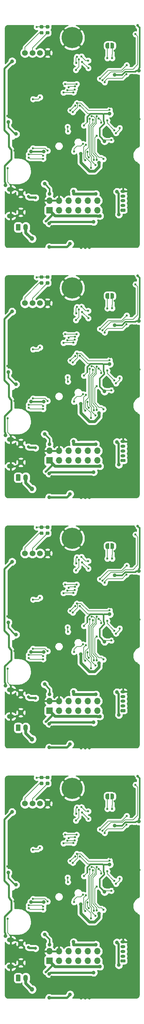
<source format=gbl>
%MOIN*%
%OFA0B0*%
%FSLAX46Y46*%
%IPPOS*%
%LPD*%
%ADD10C,0.22047244094488189*%
%ADD11O,0.066929133858267723X0.066929133858267723*%
%ADD12R,0.066929133858267723X0.066929133858267723*%
%ADD13C,0.0059*%
%ADD14O,0.047244094488188976X0.068897637795275593*%
%ADD15C,0.057086614173228349*%
%ADD16O,0.074803149606299218X0.047244094488188976*%
%ADD17O,0.051181102362204731X0.031496062992125991*%
%ADD18C,0.060000000000000005*%
%ADD19C,0.031496062992125991*%
%ADD20C,0.023622047244094488*%
%ADD21C,0.03937007874015748*%
%ADD22C,0.027559055118110236*%
%ADD23C,0.047244094488188976*%
%ADD24C,0.023622047244094488*%
%ADD25C,0.0078740157480314977*%
%ADD26C,0.015748031496062995*%
%ADD27C,0.031496062992125991*%
%ADD28C,0.01968503937007874*%
%ADD29C,0.01*%
%ADD40C,0.22047244094488189*%
%ADD41O,0.066929133858267723X0.066929133858267723*%
%ADD42R,0.066929133858267723X0.066929133858267723*%
%ADD43C,0.0059*%
%ADD44O,0.047244094488188976X0.068897637795275593*%
%ADD45C,0.057086614173228349*%
%ADD46O,0.074803149606299218X0.047244094488188976*%
%ADD47O,0.051181102362204731X0.031496062992125991*%
%ADD48C,0.060000000000000005*%
%ADD49C,0.031496062992125991*%
%ADD50C,0.023622047244094488*%
%ADD51C,0.03937007874015748*%
%ADD52C,0.027559055118110236*%
%ADD53C,0.047244094488188976*%
%ADD54C,0.023622047244094488*%
%ADD55C,0.0078740157480314977*%
%ADD56C,0.015748031496062995*%
%ADD57C,0.031496062992125991*%
%ADD58C,0.01968503937007874*%
%ADD59C,0.01*%
%ADD60C,0.22047244094488189*%
%ADD61O,0.066929133858267723X0.066929133858267723*%
%ADD62R,0.066929133858267723X0.066929133858267723*%
%ADD63C,0.0059*%
%ADD64O,0.047244094488188976X0.068897637795275593*%
%ADD65C,0.057086614173228349*%
%ADD66O,0.074803149606299218X0.047244094488188976*%
%ADD67O,0.051181102362204731X0.031496062992125991*%
%ADD68C,0.060000000000000005*%
%ADD69C,0.031496062992125991*%
%ADD70C,0.023622047244094488*%
%ADD71C,0.03937007874015748*%
%ADD72C,0.027559055118110236*%
%ADD73C,0.047244094488188976*%
%ADD74C,0.023622047244094488*%
%ADD75C,0.0078740157480314977*%
%ADD76C,0.015748031496062995*%
%ADD77C,0.031496062992125991*%
%ADD78C,0.01968503937007874*%
%ADD79C,0.01*%
%ADD80C,0.22047244094488189*%
%ADD81O,0.066929133858267723X0.066929133858267723*%
%ADD82R,0.066929133858267723X0.066929133858267723*%
%ADD83C,0.0059*%
%ADD84O,0.047244094488188976X0.068897637795275593*%
%ADD85C,0.057086614173228349*%
%ADD86O,0.074803149606299218X0.047244094488188976*%
%ADD87O,0.051181102362204731X0.031496062992125991*%
%ADD88C,0.060000000000000005*%
%ADD89C,0.031496062992125991*%
%ADD90C,0.023622047244094488*%
%ADD91C,0.03937007874015748*%
%ADD92C,0.027559055118110236*%
%ADD93C,0.047244094488188976*%
%ADD94C,0.023622047244094488*%
%ADD95C,0.0078740157480314977*%
%ADD96C,0.015748031496062995*%
%ADD97C,0.031496062992125991*%
%ADD98C,0.01968503937007874*%
%ADD99C,0.01*%
D10*
X0000000000Y0000000314D02*
X0000728346Y0002205038D03*
D11*
X0000992125Y0000513700D03*
X0000992125Y0000413700D03*
X0000892125Y0000513700D03*
X0000892125Y0000413700D03*
X0000792125Y0000513700D03*
X0000792125Y0000413700D03*
X0000692125Y0000513700D03*
X0000692125Y0000413700D03*
X0000592125Y0000513700D03*
X0000592125Y0000413700D03*
X0000492125Y0000513700D03*
D12*
X0000492125Y0000413700D03*
D13*
G36*
X0000180098Y0000270936D02*
G01*
X0000181054Y0000270794D01*
X0000181991Y0000270559D01*
X0000182900Y0000270234D01*
X0000183773Y0000269821D01*
X0000184602Y0000269325D01*
X0000185377Y0000268749D01*
X0000186093Y0000268100D01*
X0000186742Y0000267385D01*
X0000187317Y0000266609D01*
X0000187814Y0000265780D01*
X0000188227Y0000264907D01*
X0000188552Y0000263998D01*
X0000188787Y0000263061D01*
X0000188928Y0000262105D01*
X0000188976Y0000261141D01*
X0000188976Y0000211928D01*
X0000188928Y0000210963D01*
X0000188787Y0000210008D01*
X0000188552Y0000209071D01*
X0000188227Y0000208162D01*
X0000187814Y0000207288D01*
X0000187317Y0000206460D01*
X0000186742Y0000205684D01*
X0000186093Y0000204968D01*
X0000185377Y0000204320D01*
X0000184602Y0000203744D01*
X0000183773Y0000203248D01*
X0000182900Y0000202835D01*
X0000181991Y0000202509D01*
X0000181054Y0000202275D01*
X0000180098Y0000202133D01*
X0000179133Y0000202086D01*
X0000151574Y0000202086D01*
X0000150610Y0000202133D01*
X0000149654Y0000202275D01*
X0000148717Y0000202509D01*
X0000147808Y0000202835D01*
X0000146935Y0000203248D01*
X0000146106Y0000203744D01*
X0000145330Y0000204320D01*
X0000144615Y0000204968D01*
X0000143966Y0000205684D01*
X0000143391Y0000206460D01*
X0000142894Y0000207288D01*
X0000142481Y0000208162D01*
X0000142156Y0000209071D01*
X0000141921Y0000210008D01*
X0000141779Y0000210963D01*
X0000141732Y0000211928D01*
X0000141732Y0000261141D01*
X0000141779Y0000262105D01*
X0000141921Y0000263061D01*
X0000142156Y0000263998D01*
X0000142481Y0000264907D01*
X0000142894Y0000265780D01*
X0000143391Y0000266609D01*
X0000143966Y0000267385D01*
X0000144615Y0000268100D01*
X0000145330Y0000268749D01*
X0000146106Y0000269325D01*
X0000146935Y0000269821D01*
X0000147808Y0000270234D01*
X0000148717Y0000270559D01*
X0000149654Y0000270794D01*
X0000150610Y0000270936D01*
X0000151574Y0000270983D01*
X0000179133Y0000270983D01*
X0000180098Y0000270936D01*
G37*
D14*
X0000244094Y0000236534D03*
D15*
X0000192913Y0000590865D03*
X0000192913Y0000394015D03*
D16*
X0000086614Y0000630235D03*
X0000086614Y0000354645D03*
D13*
G36*
X0001278330Y0000429410D02*
G01*
X0001279095Y0000429297D01*
X0001279844Y0000429109D01*
X0001280572Y0000428848D01*
X0001281270Y0000428518D01*
X0001281933Y0000428121D01*
X0001282554Y0000427660D01*
X0001283126Y0000427142D01*
X0001283645Y0000426569D01*
X0001284106Y0000425948D01*
X0001284503Y0000425286D01*
X0001284833Y0000424587D01*
X0001285094Y0000423860D01*
X0001285281Y0000423110D01*
X0001285395Y0000422346D01*
X0001285433Y0000421574D01*
X0001285433Y0000405826D01*
X0001285395Y0000405054D01*
X0001285281Y0000404290D01*
X0001285094Y0000403540D01*
X0001284833Y0000402812D01*
X0001284503Y0000402114D01*
X0001284106Y0000401451D01*
X0001283645Y0000400831D01*
X0001283126Y0000400258D01*
X0001282554Y0000399739D01*
X0001281933Y0000399279D01*
X0001281270Y0000398882D01*
X0001280572Y0000398551D01*
X0001279844Y0000398291D01*
X0001279095Y0000398103D01*
X0001278330Y0000397990D01*
X0001277559Y0000397952D01*
X0001242125Y0000397952D01*
X0001241354Y0000397990D01*
X0001240589Y0000398103D01*
X0001239840Y0000398291D01*
X0001239112Y0000398551D01*
X0001238414Y0000398882D01*
X0001237751Y0000399279D01*
X0001237130Y0000399739D01*
X0001236558Y0000400258D01*
X0001236039Y0000400831D01*
X0001235578Y0000401451D01*
X0001235181Y0000402114D01*
X0001234851Y0000402812D01*
X0001234591Y0000403540D01*
X0001234403Y0000404290D01*
X0001234289Y0000405054D01*
X0001234251Y0000405826D01*
X0001234251Y0000421574D01*
X0001234289Y0000422346D01*
X0001234403Y0000423110D01*
X0001234591Y0000423860D01*
X0001234851Y0000424587D01*
X0001235181Y0000425286D01*
X0001235578Y0000425948D01*
X0001236039Y0000426569D01*
X0001236558Y0000427142D01*
X0001237130Y0000427660D01*
X0001237751Y0000428121D01*
X0001238414Y0000428518D01*
X0001239112Y0000428848D01*
X0001239840Y0000429109D01*
X0001240589Y0000429297D01*
X0001241354Y0000429410D01*
X0001242125Y0000429448D01*
X0001277559Y0000429448D01*
X0001278330Y0000429410D01*
G37*
D17*
X0001259842Y0000462912D03*
X0001259842Y0000512125D03*
X0001259842Y0000561338D03*
X0001259842Y0000610550D03*
D18*
X0000236220Y0002047558D03*
X0000314960Y0002047558D03*
X0000393700Y0002047558D03*
X0000472440Y0002047558D03*
D13*
G36*
X0001127952Y0002151889D02*
G01*
X0001147637Y0002151889D01*
X0001147637Y0002151865D01*
X0001148603Y0002151865D01*
X0001150526Y0002151676D01*
X0001152420Y0002151299D01*
X0001154269Y0002150738D01*
X0001156054Y0002149999D01*
X0001157757Y0002149088D01*
X0001159364Y0002148015D01*
X0001160857Y0002146789D01*
X0001162223Y0002145423D01*
X0001163448Y0002143930D01*
X0001164522Y0002142324D01*
X0001165432Y0002140620D01*
X0001166172Y0002138835D01*
X0001166732Y0002136987D01*
X0001167109Y0002135092D01*
X0001167299Y0002133170D01*
X0001167299Y0002132204D01*
X0001167322Y0002132204D01*
X0001167322Y0002112519D01*
X0001167299Y0002112519D01*
X0001167299Y0002111553D01*
X0001167109Y0002109630D01*
X0001166732Y0002107736D01*
X0001166172Y0002105887D01*
X0001165432Y0002104102D01*
X0001164522Y0002102399D01*
X0001163448Y0002100792D01*
X0001162223Y0002099299D01*
X0001160857Y0002097933D01*
X0001159364Y0002096707D01*
X0001157757Y0002095634D01*
X0001156054Y0002094724D01*
X0001154269Y0002093984D01*
X0001152420Y0002093424D01*
X0001150526Y0002093047D01*
X0001148603Y0002092857D01*
X0001147637Y0002092857D01*
X0001147637Y0002092834D01*
X0001127952Y0002092834D01*
X0001127952Y0002151889D01*
G37*
G36*
X0001096456Y0002092857D02*
G01*
X0001095490Y0002092857D01*
X0001093568Y0002093047D01*
X0001091673Y0002093424D01*
X0001089825Y0002093984D01*
X0001088040Y0002094724D01*
X0001086336Y0002095634D01*
X0001084730Y0002096707D01*
X0001083237Y0002097933D01*
X0001081871Y0002099299D01*
X0001080645Y0002100792D01*
X0001079572Y0002102399D01*
X0001078661Y0002104102D01*
X0001077922Y0002105887D01*
X0001077361Y0002107736D01*
X0001076984Y0002109630D01*
X0001076795Y0002111553D01*
X0001076795Y0002112519D01*
X0001076771Y0002112519D01*
X0001076771Y0002132204D01*
X0001076795Y0002132204D01*
X0001076795Y0002133170D01*
X0001076984Y0002135092D01*
X0001077361Y0002136987D01*
X0001077922Y0002138835D01*
X0001078661Y0002140620D01*
X0001079572Y0002142324D01*
X0001080645Y0002143930D01*
X0001081871Y0002145423D01*
X0001083237Y0002146789D01*
X0001084730Y0002148015D01*
X0001086336Y0002149088D01*
X0001088040Y0002149999D01*
X0001089825Y0002150738D01*
X0001091673Y0002151299D01*
X0001093568Y0002151676D01*
X0001095490Y0002151865D01*
X0001096456Y0002151865D01*
X0001096456Y0002151889D01*
X0001116141Y0002151889D01*
X0001116141Y0002092834D01*
X0001096456Y0002092834D01*
X0001096456Y0002092857D01*
G37*
G36*
X0000420381Y0002273895D02*
G01*
X0000421217Y0002273771D01*
X0000422037Y0002273565D01*
X0000422833Y0002273280D01*
X0000423597Y0002272919D01*
X0000424322Y0002272485D01*
X0000425000Y0002271981D01*
X0000425627Y0002271414D01*
X0000426194Y0002270787D01*
X0000426698Y0002270108D01*
X0000427132Y0002269384D01*
X0000427494Y0002268620D01*
X0000427778Y0002267824D01*
X0000427984Y0002267004D01*
X0000428108Y0002266168D01*
X0000428149Y0002265324D01*
X0000428149Y0002248099D01*
X0000428108Y0002247255D01*
X0000427984Y0002246419D01*
X0000427778Y0002245599D01*
X0000427494Y0002244804D01*
X0000427132Y0002244040D01*
X0000426698Y0002243315D01*
X0000426194Y0002242636D01*
X0000425627Y0002242010D01*
X0000425000Y0002241442D01*
X0000424322Y0002240939D01*
X0000423597Y0002240504D01*
X0000422833Y0002240143D01*
X0000422037Y0002239858D01*
X0000421217Y0002239653D01*
X0000420381Y0002239529D01*
X0000419537Y0002239487D01*
X0000399360Y0002239487D01*
X0000398516Y0002239529D01*
X0000397680Y0002239653D01*
X0000396860Y0002239858D01*
X0000396064Y0002240143D01*
X0000395300Y0002240504D01*
X0000394575Y0002240939D01*
X0000393896Y0002241442D01*
X0000393270Y0002242010D01*
X0000392702Y0002242636D01*
X0000392199Y0002243315D01*
X0000391764Y0002244040D01*
X0000391403Y0002244804D01*
X0000391118Y0002245599D01*
X0000390913Y0002246419D01*
X0000390789Y0002247255D01*
X0000390748Y0002248099D01*
X0000390748Y0002265324D01*
X0000390789Y0002266168D01*
X0000390913Y0002267004D01*
X0000391118Y0002267824D01*
X0000391403Y0002268620D01*
X0000391764Y0002269384D01*
X0000392199Y0002270108D01*
X0000392702Y0002270787D01*
X0000393270Y0002271414D01*
X0000393896Y0002271981D01*
X0000394575Y0002272485D01*
X0000395300Y0002272919D01*
X0000396064Y0002273280D01*
X0000396860Y0002273565D01*
X0000397680Y0002273771D01*
X0000398516Y0002273895D01*
X0000399360Y0002273936D01*
X0000419537Y0002273936D01*
X0000420381Y0002273895D01*
G37*
G36*
X0000420381Y0002335902D02*
G01*
X0000421217Y0002335778D01*
X0000422037Y0002335573D01*
X0000422833Y0002335288D01*
X0000423597Y0002334927D01*
X0000424322Y0002334492D01*
X0000425000Y0002333989D01*
X0000425627Y0002333421D01*
X0000426194Y0002332795D01*
X0000426698Y0002332116D01*
X0000427132Y0002331391D01*
X0000427494Y0002330627D01*
X0000427778Y0002329832D01*
X0000427984Y0002329012D01*
X0000428108Y0002328176D01*
X0000428149Y0002327332D01*
X0000428149Y0002310107D01*
X0000428108Y0002309263D01*
X0000427984Y0002308427D01*
X0000427778Y0002307607D01*
X0000427494Y0002306812D01*
X0000427132Y0002306047D01*
X0000426698Y0002305323D01*
X0000426194Y0002304644D01*
X0000425627Y0002304017D01*
X0000425000Y0002303450D01*
X0000424322Y0002302946D01*
X0000423597Y0002302512D01*
X0000422833Y0002302151D01*
X0000422037Y0002301866D01*
X0000421217Y0002301661D01*
X0000420381Y0002301537D01*
X0000419537Y0002301495D01*
X0000399360Y0002301495D01*
X0000398516Y0002301537D01*
X0000397680Y0002301661D01*
X0000396860Y0002301866D01*
X0000396064Y0002302151D01*
X0000395300Y0002302512D01*
X0000394575Y0002302946D01*
X0000393896Y0002303450D01*
X0000393270Y0002304017D01*
X0000392702Y0002304644D01*
X0000392199Y0002305323D01*
X0000391764Y0002306047D01*
X0000391403Y0002306812D01*
X0000391118Y0002307607D01*
X0000390913Y0002308427D01*
X0000390789Y0002309263D01*
X0000390748Y0002310107D01*
X0000390748Y0002327332D01*
X0000390789Y0002328176D01*
X0000390913Y0002329012D01*
X0000391118Y0002329832D01*
X0000391403Y0002330627D01*
X0000391764Y0002331391D01*
X0000392199Y0002332116D01*
X0000392702Y0002332795D01*
X0000393270Y0002333421D01*
X0000393896Y0002333989D01*
X0000394575Y0002334492D01*
X0000395300Y0002334927D01*
X0000396064Y0002335288D01*
X0000396860Y0002335573D01*
X0000397680Y0002335778D01*
X0000398516Y0002335902D01*
X0000399360Y0002335944D01*
X0000419537Y0002335944D01*
X0000420381Y0002335902D01*
G37*
G36*
X0000483373Y0002335902D02*
G01*
X0000484209Y0002335778D01*
X0000485029Y0002335573D01*
X0000485825Y0002335288D01*
X0000486589Y0002334927D01*
X0000487314Y0002334492D01*
X0000487993Y0002333989D01*
X0000488619Y0002333421D01*
X0000489186Y0002332795D01*
X0000489690Y0002332116D01*
X0000490124Y0002331391D01*
X0000490486Y0002330627D01*
X0000490770Y0002329832D01*
X0000490976Y0002329012D01*
X0000491100Y0002328176D01*
X0000491141Y0002327332D01*
X0000491141Y0002310107D01*
X0000491100Y0002309263D01*
X0000490976Y0002308427D01*
X0000490770Y0002307607D01*
X0000490486Y0002306812D01*
X0000490124Y0002306047D01*
X0000489690Y0002305323D01*
X0000489186Y0002304644D01*
X0000488619Y0002304017D01*
X0000487993Y0002303450D01*
X0000487314Y0002302946D01*
X0000486589Y0002302512D01*
X0000485825Y0002302151D01*
X0000485029Y0002301866D01*
X0000484209Y0002301661D01*
X0000483373Y0002301537D01*
X0000482529Y0002301495D01*
X0000462352Y0002301495D01*
X0000461508Y0002301537D01*
X0000460672Y0002301661D01*
X0000459852Y0002301866D01*
X0000459056Y0002302151D01*
X0000458292Y0002302512D01*
X0000457567Y0002302946D01*
X0000456888Y0002303450D01*
X0000456262Y0002304017D01*
X0000455695Y0002304644D01*
X0000455191Y0002305323D01*
X0000454757Y0002306047D01*
X0000454395Y0002306812D01*
X0000454110Y0002307607D01*
X0000453905Y0002308427D01*
X0000453781Y0002309263D01*
X0000453740Y0002310107D01*
X0000453740Y0002327332D01*
X0000453781Y0002328176D01*
X0000453905Y0002329012D01*
X0000454110Y0002329832D01*
X0000454395Y0002330627D01*
X0000454757Y0002331391D01*
X0000455191Y0002332116D01*
X0000455695Y0002332795D01*
X0000456262Y0002333421D01*
X0000456888Y0002333989D01*
X0000457567Y0002334492D01*
X0000458292Y0002334927D01*
X0000459056Y0002335288D01*
X0000459852Y0002335573D01*
X0000460672Y0002335778D01*
X0000461508Y0002335902D01*
X0000462352Y0002335944D01*
X0000482529Y0002335944D01*
X0000483373Y0002335902D01*
G37*
G36*
X0000483373Y0002273895D02*
G01*
X0000484209Y0002273771D01*
X0000485029Y0002273565D01*
X0000485825Y0002273280D01*
X0000486589Y0002272919D01*
X0000487314Y0002272485D01*
X0000487993Y0002271981D01*
X0000488619Y0002271414D01*
X0000489186Y0002270787D01*
X0000489690Y0002270108D01*
X0000490124Y0002269384D01*
X0000490486Y0002268620D01*
X0000490770Y0002267824D01*
X0000490976Y0002267004D01*
X0000491100Y0002266168D01*
X0000491141Y0002265324D01*
X0000491141Y0002248099D01*
X0000491100Y0002247255D01*
X0000490976Y0002246419D01*
X0000490770Y0002245599D01*
X0000490486Y0002244804D01*
X0000490124Y0002244040D01*
X0000489690Y0002243315D01*
X0000489186Y0002242636D01*
X0000488619Y0002242010D01*
X0000487993Y0002241442D01*
X0000487314Y0002240939D01*
X0000486589Y0002240504D01*
X0000485825Y0002240143D01*
X0000485029Y0002239858D01*
X0000484209Y0002239653D01*
X0000483373Y0002239529D01*
X0000482529Y0002239487D01*
X0000462352Y0002239487D01*
X0000461508Y0002239529D01*
X0000460672Y0002239653D01*
X0000459852Y0002239858D01*
X0000459056Y0002240143D01*
X0000458292Y0002240504D01*
X0000457567Y0002240939D01*
X0000456888Y0002241442D01*
X0000456262Y0002242010D01*
X0000455695Y0002242636D01*
X0000455191Y0002243315D01*
X0000454757Y0002244040D01*
X0000454395Y0002244804D01*
X0000454110Y0002245599D01*
X0000453905Y0002246419D01*
X0000453781Y0002247255D01*
X0000453740Y0002248099D01*
X0000453740Y0002265324D01*
X0000453781Y0002266168D01*
X0000453905Y0002267004D01*
X0000454110Y0002267824D01*
X0000454395Y0002268620D01*
X0000454757Y0002269384D01*
X0000455191Y0002270108D01*
X0000455695Y0002270787D01*
X0000456262Y0002271414D01*
X0000456888Y0002271981D01*
X0000457567Y0002272485D01*
X0000458292Y0002272919D01*
X0000459056Y0002273280D01*
X0000459852Y0002273565D01*
X0000460672Y0002273771D01*
X0000461508Y0002273895D01*
X0000462352Y0002273936D01*
X0000482529Y0002273936D01*
X0000483373Y0002273895D01*
G37*
D19*
X0000271653Y0000555432D03*
X0000346456Y0000543621D03*
D20*
X0001137795Y0001023936D03*
D19*
X0001137795Y0000638109D03*
X0001098425Y0000960944D03*
X0001125984Y0000878267D03*
X0001389763Y0000193227D03*
X0001389763Y0000063306D03*
X0000791338Y0000197164D03*
D20*
X0001311023Y0001425511D03*
X0001385826Y0001681416D03*
X0001354330Y0001819212D03*
X0001381889Y0002314960D03*
X0001216535Y0001972755D03*
X0000992125Y0001976692D03*
X0001035433Y0002079054D03*
X0001035433Y0002173542D03*
X0001165354Y0002173542D03*
X0000728346Y0001299527D03*
X0001338582Y0000728660D03*
X0001401574Y0000905826D03*
X0001248030Y0001039684D03*
X0000122047Y0001752282D03*
X0000935994Y0001664655D03*
X0000791367Y0001649889D03*
X0000511811Y0001358582D03*
X0000637795Y0001460944D03*
X0000110236Y0001453070D03*
X0000173228Y0001271967D03*
X0000673228Y0000575117D03*
X0000245735Y0000436294D03*
X0001433070Y0001358582D03*
X0001170724Y0001157794D03*
X0001066929Y0000527873D03*
X0000629264Y0001710727D03*
X0001171259Y0002071180D03*
D21*
X0001129921Y0000299527D03*
D19*
X0000767716Y0000118424D03*
X0000791338Y0000063306D03*
X0000822834Y0000027560D03*
X0000866141Y0000027560D03*
X0000909448Y0000027559D03*
X0000811023Y0000118424D03*
D20*
X0000066929Y0002216849D03*
X0000503936Y0001921574D03*
X0000228346Y0001929447D03*
X0000562992Y0001941259D03*
X0000159454Y0001926620D03*
D19*
X0000515748Y0000244408D03*
D20*
X0001407480Y0001081023D03*
X0000054858Y0000850448D03*
X0000614173Y0001197164D03*
X0000519685Y0000929447D03*
D19*
X0000622047Y0000921572D03*
D20*
X0000188976Y0001102676D03*
X0000125984Y0001031810D03*
X0000053149Y0001394015D03*
X0000692913Y0001021967D03*
X0001313142Y0002198090D03*
X0001127373Y0001486626D03*
D21*
X0001425196Y0001862519D03*
X0001009435Y0000905793D03*
X0000818897Y0001000314D03*
D22*
X0001413667Y0002331723D03*
D21*
X0000492125Y0000582991D03*
X0000441740Y0000688494D03*
D20*
X0000358267Y0002315275D03*
X0000851097Y0001293622D03*
D21*
X0000062992Y0001331022D03*
X0000141732Y0001205038D03*
X0000299212Y0001023937D03*
X0000433070Y0001023936D03*
D20*
X0001137796Y0001142047D03*
D21*
X0001066929Y0001131012D03*
D20*
X0000809223Y0001500202D03*
D21*
X0001120015Y0001416687D03*
X0001172242Y0001819211D03*
D20*
X0001186963Y0001214837D03*
X0001224409Y0001268030D03*
X0001094488Y0001346771D03*
X0001168628Y0001244932D03*
X0001055118Y0000945196D03*
X0000984507Y0001185093D03*
D21*
X0001019685Y0000354645D03*
D20*
X0000452755Y0000299527D03*
D21*
X0000102362Y0001960944D03*
X0000031496Y0000673542D03*
D20*
X0000275590Y0000960944D03*
X0000425887Y0000947861D03*
X0000275590Y0000992440D03*
X0000427429Y0000979320D03*
X0000903550Y0000962076D03*
X0000889763Y0001020568D03*
X0000800168Y0001981585D03*
X0000767716Y0001870393D03*
X0000638087Y0001635043D03*
X0000743123Y0001637121D03*
X0000319988Y0001058278D03*
X0000472440Y0001031810D03*
X0000777923Y0001525854D03*
X0000736525Y0001433173D03*
X0001119785Y0001456057D03*
X0000842519Y0001102676D03*
X0000748031Y0001023936D03*
X0000681102Y0001279842D03*
X0000685039Y0001232597D03*
D21*
X0000953875Y0000292772D03*
X0000488465Y0000278042D03*
X0000744094Y0000610550D03*
X0000976377Y0000582991D03*
X0001196850Y0000606613D03*
X0001216535Y0000370393D03*
D23*
X0000310530Y0000118424D03*
D20*
X0000758119Y0001698517D03*
X0000694165Y0001689104D03*
X0000756732Y0001666775D03*
X0000680464Y0001660744D03*
X0000986956Y0000938116D03*
X0000985035Y0001389599D03*
X0000972440Y0000882204D03*
X0000944325Y0001354645D03*
X0000933070Y0001390078D03*
X0000954611Y0000936027D03*
X0000925196Y0000854645D03*
X0000914181Y0001363778D03*
X0001147108Y0001993521D03*
X0001096456Y0001992440D03*
D21*
X0000488188Y0000031810D03*
X0000707606Y0000065868D03*
D20*
X0001068926Y0001742469D03*
X0001295275Y0001827086D03*
X0001046655Y0001764740D03*
X0001390166Y0002242440D03*
X0001019015Y0001779842D03*
X0001298313Y0001919884D03*
X0000393700Y0001586928D03*
X0000775590Y0001724723D03*
X0000657480Y0001724723D03*
X0000320866Y0001567637D03*
X0000779527Y0002008188D03*
X0000772609Y0001942214D03*
X0000826772Y0002010603D03*
X0000896972Y0001967892D03*
X0000833384Y0001954420D03*
X0000897640Y0001890078D03*
X0000865323Y0000931996D03*
X0000874014Y0001094802D03*
X0001007318Y0001367339D03*
X0001032613Y0001322746D03*
X0000710629Y0001451101D03*
X0000761979Y0001498626D03*
D24*
X0000279527Y0000547558D02*
X0000271653Y0000555432D01*
X0000342519Y0000547558D02*
X0000279527Y0000547558D01*
D25*
X0000086614Y0000673542D02*
X0000086614Y0000630235D01*
X0000054858Y0000705298D02*
X0000086614Y0000673542D01*
X0000054858Y0000850448D02*
X0000054858Y0000705298D01*
X0000629264Y0001710727D02*
X0000610413Y0001710727D01*
X0000610413Y0001710727D02*
X0000600000Y0001700314D01*
X0001127373Y0001486626D02*
X0001141061Y0001500314D01*
D26*
X0000885826Y0001332798D02*
X0000885826Y0001383621D01*
X0000885826Y0001383621D02*
X0000919842Y0001417637D01*
X0001425196Y0001862519D02*
X0001425196Y0001890357D01*
X0001427447Y0002317944D02*
X0001413667Y0002331723D01*
X0001425196Y0001890357D02*
X0001433070Y0001898232D01*
X0001433070Y0001898232D02*
X0001433070Y0002312320D01*
X0001433070Y0002312320D02*
X0001427447Y0002317944D01*
X0000492125Y0000638109D02*
X0000441740Y0000688494D01*
X0000492125Y0000582991D02*
X0000492125Y0000638109D01*
D25*
X0000472440Y0002318719D02*
X0000409448Y0002318719D01*
X0000409448Y0002318719D02*
X0000361712Y0002318719D01*
X0000361712Y0002318719D02*
X0000358267Y0002315275D01*
X0000882399Y0001324924D02*
X0000862908Y0001305433D01*
X0000862908Y0001305433D02*
X0000851097Y0001293622D01*
D26*
X0001046555Y0001417637D02*
X0001054429Y0001409762D01*
X0000919842Y0001417637D02*
X0001046555Y0001417637D01*
X0000133858Y0001205038D02*
X0000141732Y0001205038D01*
X0000062992Y0001275905D02*
X0000133858Y0001205038D01*
X0000062992Y0001331022D02*
X0000062992Y0001275905D01*
X0000299212Y0001023937D02*
X0000433070Y0001023937D01*
X0000433070Y0001023937D02*
X0000433070Y0001023936D01*
D27*
X0001009435Y0000866757D02*
X0000961889Y0000819212D01*
X0000818897Y0000972475D02*
X0000818897Y0001000314D01*
X0001009435Y0000905793D02*
X0001009435Y0000866757D01*
X0000908188Y0000819212D02*
X0000818897Y0000908502D01*
X0000818897Y0000908502D02*
X0000818897Y0000972475D01*
X0000961889Y0000819212D02*
X0000908188Y0000819212D01*
D25*
X0001137796Y0001142047D02*
X0001077964Y0001142047D01*
X0001077964Y0001142047D02*
X0001066929Y0001131012D01*
X0000821034Y0001488391D02*
X0000809223Y0001500202D01*
X0000891789Y0001417637D02*
X0000821034Y0001488391D01*
X0000919842Y0001417637D02*
X0000891789Y0001417637D01*
D26*
X0001092176Y0001416687D02*
X0001120015Y0001416687D01*
X0001054429Y0001409762D02*
X0001061354Y0001416687D01*
X0001061354Y0001416687D02*
X0001092176Y0001416687D01*
X0001389484Y0001854645D02*
X0001283185Y0001854645D01*
X0001425196Y0001862519D02*
X0001397358Y0001862519D01*
X0001283185Y0001854645D02*
X0001247751Y0001819211D01*
X0001247751Y0001819211D02*
X0001200081Y0001819211D01*
X0001397358Y0001862519D02*
X0001389484Y0001854645D01*
X0001200081Y0001819211D02*
X0001172242Y0001819211D01*
X0001054429Y0001339585D02*
X0001062992Y0001331023D01*
X0001062992Y0001134949D02*
X0001066929Y0001131012D01*
X0001054429Y0001409762D02*
X0001054429Y0001339585D01*
X0001062992Y0001312337D02*
X0001015748Y0001265093D01*
X0001062992Y0001331023D02*
X0001062992Y0001312337D01*
X0001015748Y0001182193D02*
X0001066929Y0001131012D01*
X0001015748Y0001265093D02*
X0001015748Y0001182193D01*
D25*
X0001186963Y0001214837D02*
X0001224409Y0001252282D01*
X0001224409Y0001252282D02*
X0001224409Y0001268030D01*
X0001094488Y0001346771D02*
X0001094488Y0001319073D01*
X0001094488Y0001319073D02*
X0001156817Y0001256743D01*
X0001156817Y0001256743D02*
X0001168628Y0001244932D01*
X0001055118Y0000945196D02*
X0001035433Y0000964881D01*
X0001010460Y0000964881D02*
X0000964566Y0001010775D01*
X0001035433Y0000964881D02*
X0001010460Y0000964881D01*
X0000964566Y0001165153D02*
X0000984507Y0001185093D01*
X0000964566Y0001010775D02*
X0000964566Y0001165153D01*
D27*
X0000991846Y0000354645D02*
X0001019685Y0000354645D01*
X0000519685Y0000386141D02*
X0000549212Y0000356613D01*
X0000549212Y0000356613D02*
X0000989877Y0000356613D01*
X0000989877Y0000356613D02*
X0000991846Y0000354645D01*
X0000492125Y0000413700D02*
X0000519685Y0000386141D01*
D24*
X0000519685Y0000386141D02*
X0000519685Y0000366456D01*
X0000464566Y0000311338D02*
X0000452755Y0000299527D01*
X0000519685Y0000366456D02*
X0000464566Y0000311338D01*
D28*
X0000094488Y0001039684D02*
X0000094488Y0000941653D01*
X0000023622Y0001882204D02*
X0000023622Y0001244408D01*
X0000094488Y0000941653D02*
X0000025331Y0000872496D01*
X0000023622Y0001244408D02*
X0000070866Y0001197164D01*
X0000070866Y0001197164D02*
X0000070866Y0001071180D01*
X0000078740Y0001063306D02*
X0000078740Y0001055432D01*
X0000102362Y0001960944D02*
X0000023622Y0001882204D01*
X0000078740Y0001055432D02*
X0000094488Y0001039684D01*
X0000025331Y0000872496D02*
X0000025331Y0000707546D01*
X0000025331Y0000707546D02*
X0000031496Y0000701381D01*
X0000070866Y0001071180D02*
X0000078740Y0001063306D01*
X0000031496Y0000701381D02*
X0000031496Y0000673542D01*
D25*
X0000275590Y0000960944D02*
X0000288673Y0000947861D01*
X0000288673Y0000947861D02*
X0000409184Y0000947861D01*
X0000409184Y0000947861D02*
X0000425887Y0000947861D01*
X0000275590Y0000992440D02*
X0000414308Y0000992440D01*
X0000414308Y0000992440D02*
X0000415618Y0000991130D01*
X0000415618Y0000991130D02*
X0000427429Y0000979320D01*
X0000889763Y0001003865D02*
X0000889763Y0001020568D01*
X0000889763Y0000975864D02*
X0000889763Y0001003865D01*
X0000903550Y0000962076D02*
X0000889763Y0000975864D01*
X0000779527Y0001882204D02*
X0000767716Y0001870393D01*
X0000800168Y0001981585D02*
X0000800168Y0001902845D01*
X0000800168Y0001902845D02*
X0000779527Y0001882204D01*
X0000743123Y0001637121D02*
X0000640165Y0001637121D01*
X0000640165Y0001637121D02*
X0000638087Y0001635043D01*
X0000460629Y0001043621D02*
X0000472440Y0001031810D01*
X0000445972Y0001058278D02*
X0000460629Y0001043621D01*
X0000319988Y0001058278D02*
X0000445972Y0001058278D01*
X0000785601Y0001482250D02*
X0000785601Y0001518176D01*
X0000736525Y0001433173D02*
X0000785601Y0001482250D01*
X0000785601Y0001518176D02*
X0000777923Y0001525854D01*
X0000897637Y0001449133D02*
X0001112861Y0001449133D01*
X0000820916Y0001525854D02*
X0000897637Y0001449133D01*
X0001112861Y0001449133D02*
X0001119785Y0001456057D01*
X0000777923Y0001525854D02*
X0000820916Y0001525854D01*
X0000748031Y0001040639D02*
X0000748031Y0001023936D01*
X0000748031Y0001048513D02*
X0000748031Y0001040639D01*
X0000778572Y0001079054D02*
X0000748031Y0001048513D01*
X0000818897Y0001079054D02*
X0000778572Y0001079054D01*
X0000842519Y0001102676D02*
X0000818897Y0001079054D01*
X0000681102Y0001236534D02*
X0000685039Y0001232597D01*
X0000681102Y0001279842D02*
X0000681102Y0001236534D01*
D24*
X0000503195Y0000292772D02*
X0000488465Y0000278042D01*
X0000953875Y0000292772D02*
X0000503195Y0000292772D01*
D27*
X0000744094Y0000610550D02*
X0000744094Y0000582711D01*
X0000807602Y0000582711D02*
X0000807882Y0000582991D01*
X0000744094Y0000582711D02*
X0000807602Y0000582711D01*
X0000807882Y0000582991D02*
X0000976377Y0000582991D01*
D24*
X0001212598Y0000590865D02*
X0001212598Y0000431416D01*
X0001196850Y0000606613D02*
X0001212598Y0000590865D01*
X0001212598Y0000374330D02*
X0001216535Y0000370393D01*
X0001212598Y0000431416D02*
X0001212598Y0000374330D01*
D27*
X0000307086Y0000118424D02*
X0000310530Y0000118424D01*
X0000244094Y0000181416D02*
X0000307086Y0000118424D01*
X0000244094Y0000236534D02*
X0000244094Y0000181416D01*
D25*
X0000703578Y0001698517D02*
X0000694165Y0001689104D01*
X0000758119Y0001698517D02*
X0000703578Y0001698517D01*
X0000680464Y0001660744D02*
X0000750701Y0001660744D01*
X0000750701Y0001660744D02*
X0000756732Y0001666775D01*
X0000986956Y0000938116D02*
X0000986956Y0000966113D01*
X0000986956Y0001387677D02*
X0000985035Y0001389599D01*
X0000944882Y0001008188D02*
X0000944882Y0001277255D01*
X0000983695Y0001388259D02*
X0000985035Y0001389599D01*
X0000986956Y0000966113D02*
X0000944882Y0001008188D01*
X0000983695Y0001316069D02*
X0000983695Y0001388259D01*
X0000985035Y0001389599D02*
X0000985035Y0001389599D01*
X0000944882Y0001277255D02*
X0000983695Y0001316069D01*
X0000913385Y0001290302D02*
X0000944325Y0001321241D01*
X0000913385Y0000985649D02*
X0000913385Y0001290302D01*
X0000929053Y0000925591D02*
X0000929053Y0000969981D01*
X0000944325Y0001337942D02*
X0000944325Y0001354645D01*
X0000944325Y0001321241D02*
X0000944325Y0001337942D01*
X0000972440Y0000882204D02*
X0000929053Y0000925591D01*
X0000929053Y0000969981D02*
X0000913385Y0000985649D01*
X0000967947Y0001322592D02*
X0000929133Y0001283779D01*
X0000954611Y0000966694D02*
X0000954611Y0000952730D01*
X0000949774Y0001390078D02*
X0000967947Y0001371904D01*
X0000933070Y0001390078D02*
X0000949774Y0001390078D01*
X0000954611Y0000952730D02*
X0000954611Y0000936027D01*
X0000967947Y0001371904D02*
X0000967947Y0001322592D01*
X0000929133Y0001283779D02*
X0000929133Y0000992172D01*
X0000929133Y0000992172D02*
X0000954611Y0000966694D01*
X0000866141Y0001009229D02*
X0000866141Y0001031907D01*
X0000870078Y0001005292D02*
X0000866141Y0001009229D01*
X0000925196Y0000906989D02*
X0000870078Y0000962107D01*
X0000914181Y0001347075D02*
X0000914181Y0001363778D01*
X0000866141Y0001031907D02*
X0000897637Y0001063403D01*
X0000870078Y0000962107D02*
X0000870078Y0001005292D01*
X0000925196Y0000854645D02*
X0000925196Y0000906989D01*
X0000914181Y0001314681D02*
X0000914181Y0001347075D01*
X0000897637Y0001063403D02*
X0000897637Y0001298137D01*
X0000897637Y0001298137D02*
X0000914181Y0001314681D01*
X0001147108Y0001993521D02*
X0001147108Y0002031281D01*
X0001147637Y0002031810D02*
X0001147637Y0002122361D01*
X0001147108Y0002031281D02*
X0001147637Y0002031810D01*
X0001096456Y0001992440D02*
X0001096456Y0002031810D01*
X0001096456Y0002031810D02*
X0001096456Y0002122361D01*
X0001096456Y0002031810D02*
X0001096456Y0002031810D01*
D24*
X0000488188Y0000031810D02*
X0000673548Y0000031810D01*
X0000687921Y0000046183D02*
X0000707606Y0000065868D01*
X0000673548Y0000031810D02*
X0000687921Y0000046183D01*
D25*
X0001283464Y0001815275D02*
X0001295275Y0001827086D01*
X0001068926Y0001754280D02*
X0001098425Y0001783779D01*
X0001251968Y0001783779D02*
X0001283464Y0001815275D01*
X0001098425Y0001783779D02*
X0001251968Y0001783779D01*
X0001068926Y0001742469D02*
X0001068926Y0001754280D01*
X0001401977Y0002228817D02*
X0001390166Y0002240628D01*
X0001046655Y0001764740D02*
X0001132622Y0001850707D01*
X0001132622Y0001850707D02*
X0001251408Y0001850707D01*
X0001413385Y0002217409D02*
X0001401977Y0002228817D01*
X0001251408Y0001850707D02*
X0001278967Y0001878266D01*
X0001278967Y0001878266D02*
X0001366141Y0001878266D01*
X0001366141Y0001878266D02*
X0001413385Y0001925511D01*
X0001413385Y0001925511D02*
X0001413385Y0002217409D01*
X0001019015Y0001779842D02*
X0001105630Y0001866456D01*
X0001105630Y0001866456D02*
X0001244885Y0001866456D01*
X0001244885Y0001866456D02*
X0001298313Y0001919884D01*
X0000775590Y0001724723D02*
X0000657480Y0001724723D01*
X0000337569Y0001567637D02*
X0000320866Y0001567637D01*
X0000393700Y0001586928D02*
X0000374409Y0001567637D01*
X0000374409Y0001567637D02*
X0000337569Y0001567637D01*
X0000779527Y0002008188D02*
X0000767716Y0001996377D01*
X0000767716Y0001947107D02*
X0000772609Y0001942214D01*
X0000767716Y0001996377D02*
X0000767716Y0001947107D01*
X0000826772Y0002010603D02*
X0000869483Y0001967892D01*
X0000869483Y0001967892D02*
X0000880269Y0001967892D01*
X0000880269Y0001967892D02*
X0000896972Y0001967892D01*
X0000833384Y0001954420D02*
X0000897640Y0001890163D01*
X0000897640Y0001890163D02*
X0000897640Y0001890078D01*
X0000862203Y0001082991D02*
X0000874014Y0001094802D01*
X0000853512Y0000999586D02*
X0000850392Y0001002706D01*
X0000865323Y0000931996D02*
X0000853512Y0000943807D01*
X0000850392Y0001071180D02*
X0000862203Y0001082991D01*
X0000853512Y0000943807D02*
X0000853512Y0000999586D01*
X0000850392Y0001002706D02*
X0000850392Y0001071180D01*
X0001007318Y0001367339D02*
X0001032613Y0001342043D01*
X0001032613Y0001339449D02*
X0001032613Y0001322746D01*
X0001032613Y0001342043D02*
X0001032613Y0001339449D01*
X0000236220Y0002089984D02*
X0000236220Y0002047558D01*
X0000236220Y0002106121D02*
X0000236220Y0002089984D01*
X0000386811Y0002256712D02*
X0000236220Y0002106121D01*
X0000409448Y0002256712D02*
X0000386811Y0002256712D01*
X0000472933Y0002256712D02*
X0000488188Y0002256712D01*
X0000314960Y0002098739D02*
X0000472933Y0002256712D01*
X0000314960Y0002047558D02*
X0000314960Y0002098739D01*
X0000758154Y0001498626D02*
X0000761979Y0001498626D01*
X0000710629Y0001451101D02*
X0000758154Y0001498626D01*
D29*
G36*
X0000325925Y0002332562D02*
G01*
X0000323174Y0002325920D01*
X0000321771Y0002318869D01*
X0000321771Y0002311680D01*
X0000323174Y0002304629D01*
X0000325925Y0002297987D01*
X0000329919Y0002292010D01*
X0000335002Y0002286926D01*
X0000340980Y0002282932D01*
X0000347622Y0002280181D01*
X0000354673Y0002278778D01*
X0000361862Y0002278778D01*
X0000368913Y0002280181D01*
X0000369786Y0002280543D01*
X0000369047Y0002279160D01*
X0000366474Y0002277048D01*
X0000365578Y0002275956D01*
X0000216975Y0002127354D01*
X0000215883Y0002126458D01*
X0000212306Y0002122099D01*
X0000210513Y0002118745D01*
X0000209649Y0002117127D01*
X0000208012Y0002111732D01*
X0000207459Y0002106121D01*
X0000207598Y0002104715D01*
X0000207598Y0002094203D01*
X0000201360Y0002090035D01*
X0000193743Y0002082418D01*
X0000187759Y0002073461D01*
X0000183636Y0002063509D01*
X0000181535Y0002052944D01*
X0000181535Y0002042172D01*
X0000183636Y0002031607D01*
X0000187759Y0002021655D01*
X0000193743Y0002012698D01*
X0000201360Y0002005081D01*
X0000210317Y0001999097D01*
X0000220269Y0001994975D01*
X0000230834Y0001992873D01*
X0000241606Y0001992873D01*
X0000252171Y0001994975D01*
X0000262123Y0001999097D01*
X0000271080Y0002005081D01*
X0000275590Y0002009592D01*
X0000280100Y0002005081D01*
X0000289057Y0001999097D01*
X0000299009Y0001994975D01*
X0000309574Y0001992873D01*
X0000320346Y0001992873D01*
X0000330911Y0001994975D01*
X0000340863Y0001999097D01*
X0000349820Y0002005081D01*
X0000354330Y0002009592D01*
X0000358841Y0002005081D01*
X0000367797Y0001999097D01*
X0000377749Y0001994975D01*
X0000388314Y0001992873D01*
X0000399086Y0001992873D01*
X0000409651Y0001994975D01*
X0000419603Y0001999097D01*
X0000428560Y0002005081D01*
X0000433022Y0002009544D01*
X0000441497Y0002009544D01*
X0000444134Y0002000091D01*
X0000453938Y0001995481D01*
X0000464454Y0001992872D01*
X0000475276Y0001992365D01*
X0000485989Y0001993978D01*
X0000496182Y0001997651D01*
X0000500747Y0002000091D01*
X0000503384Y0002009544D01*
X0000472440Y0002040487D01*
X0000441497Y0002009544D01*
X0000433022Y0002009544D01*
X0000436177Y0002012698D01*
X0000442162Y0002021655D01*
X0000444067Y0002026256D01*
X0000465369Y0002047558D01*
X0000479512Y0002047558D01*
X0000510455Y0002016615D01*
X0000519907Y0002019252D01*
X0000524517Y0002029056D01*
X0000527126Y0002039571D01*
X0000527634Y0002050393D01*
X0000526020Y0002061107D01*
X0000522347Y0002071299D01*
X0000519907Y0002075864D01*
X0000510455Y0002078501D01*
X0000479512Y0002047558D01*
X0000465369Y0002047558D01*
X0000444067Y0002068860D01*
X0000442162Y0002073461D01*
X0000436177Y0002082418D01*
X0000433022Y0002085572D01*
X0000441497Y0002085572D01*
X0000472440Y0002054629D01*
X0000503384Y0002085572D01*
X0000500747Y0002095025D01*
X0000490942Y0002099635D01*
X0000480427Y0002102244D01*
X0000469605Y0002102751D01*
X0000458892Y0002101138D01*
X0000448699Y0002097465D01*
X0000444134Y0002095025D01*
X0000441497Y0002085572D01*
X0000433022Y0002085572D01*
X0000428560Y0002090035D01*
X0000419603Y0002096019D01*
X0000409651Y0002100142D01*
X0000399086Y0002102243D01*
X0000388314Y0002102243D01*
X0000377749Y0002100142D01*
X0000367797Y0002096019D01*
X0000358841Y0002090035D01*
X0000354330Y0002085524D01*
X0000349820Y0002090035D01*
X0000347970Y0002091271D01*
X0000366600Y0002109901D01*
X0000640280Y0002109901D01*
X0000652571Y0002092236D01*
X0000676033Y0002079621D01*
X0000701506Y0002071825D01*
X0000728011Y0002069148D01*
X0000754528Y0002071694D01*
X0000780039Y0002079364D01*
X0000803564Y0002091864D01*
X0000804121Y0002092236D01*
X0000816412Y0002109901D01*
X0000728346Y0002197967D01*
X0000640280Y0002109901D01*
X0000366600Y0002109901D01*
X0000462072Y0002205374D01*
X0000592456Y0002205374D01*
X0000595002Y0002178856D01*
X0000602672Y0002153345D01*
X0000615171Y0002129821D01*
X0000615544Y0002129263D01*
X0000633209Y0002116972D01*
X0000721275Y0002205038D01*
X0000735417Y0002205038D01*
X0000823483Y0002116972D01*
X0000841148Y0002129263D01*
X0000842729Y0002132204D01*
X0001051967Y0002132204D01*
X0001051967Y0002112519D01*
X0001052061Y0002111556D01*
X0001052061Y0002110589D01*
X0001052538Y0002105750D01*
X0001053291Y0002101965D01*
X0001054702Y0002097312D01*
X0001056179Y0002093747D01*
X0001058471Y0002089459D01*
X0001060615Y0002086250D01*
X0001063700Y0002082491D01*
X0001066429Y0002079763D01*
X0001067834Y0002078609D01*
X0001067834Y0002033216D01*
X0001067696Y0002031810D01*
X0001067834Y0002030403D01*
X0001067834Y0002015295D01*
X0001064114Y0002009727D01*
X0001061363Y0002003085D01*
X0001059960Y0001996034D01*
X0001059960Y0001988845D01*
X0001061363Y0001981794D01*
X0001064114Y0001975152D01*
X0001068108Y0001969175D01*
X0001073191Y0001964092D01*
X0001079169Y0001960097D01*
X0001085811Y0001957346D01*
X0001092862Y0001955944D01*
X0001100051Y0001955944D01*
X0001107102Y0001957346D01*
X0001113744Y0001960097D01*
X0001119721Y0001964092D01*
X0001122323Y0001966693D01*
X0001123844Y0001965173D01*
X0001129821Y0001961179D01*
X0001136463Y0001958428D01*
X0001143514Y0001957025D01*
X0001150703Y0001957025D01*
X0001157754Y0001958428D01*
X0001164396Y0001961179D01*
X0001170373Y0001965173D01*
X0001175457Y0001970256D01*
X0001179451Y0001976234D01*
X0001182202Y0001982876D01*
X0001183604Y0001989927D01*
X0001183604Y0001997116D01*
X0001182202Y0002004167D01*
X0001179451Y0002010809D01*
X0001175730Y0002016376D01*
X0001175730Y0002025821D01*
X0001175845Y0002026199D01*
X0001176259Y0002030404D01*
X0001176259Y0002030404D01*
X0001176398Y0002031810D01*
X0001176259Y0002033216D01*
X0001176259Y0002078609D01*
X0001177665Y0002079763D01*
X0001180393Y0002082491D01*
X0001183478Y0002086250D01*
X0001185622Y0002089459D01*
X0001187914Y0002093747D01*
X0001189391Y0002097312D01*
X0001190803Y0002101965D01*
X0001191555Y0002105750D01*
X0001192032Y0002110589D01*
X0001192032Y0002111556D01*
X0001192127Y0002112519D01*
X0001192127Y0002132204D01*
X0001192032Y0002133166D01*
X0001192032Y0002134133D01*
X0001191555Y0002138972D01*
X0001190803Y0002142757D01*
X0001189391Y0002147410D01*
X0001187914Y0002150975D01*
X0001185622Y0002155264D01*
X0001183478Y0002158472D01*
X0001180393Y0002162231D01*
X0001177665Y0002164960D01*
X0001173906Y0002168045D01*
X0001170697Y0002170189D01*
X0001166409Y0002172481D01*
X0001162844Y0002173958D01*
X0001158191Y0002175369D01*
X0001154406Y0002176122D01*
X0001149567Y0002176598D01*
X0001148600Y0002176598D01*
X0001147637Y0002176693D01*
X0001127952Y0002176693D01*
X0001123113Y0002176217D01*
X0001122047Y0002175893D01*
X0001120980Y0002176217D01*
X0001116141Y0002176693D01*
X0001096456Y0002176693D01*
X0001095494Y0002176598D01*
X0001094527Y0002176598D01*
X0001089688Y0002176122D01*
X0001085903Y0002175369D01*
X0001081250Y0002173958D01*
X0001077685Y0002172481D01*
X0001073396Y0002170189D01*
X0001070187Y0002168045D01*
X0001066429Y0002164960D01*
X0001063700Y0002162231D01*
X0001060615Y0002158472D01*
X0001058471Y0002155264D01*
X0001056179Y0002150975D01*
X0001054702Y0002147410D01*
X0001053291Y0002142757D01*
X0001052538Y0002138972D01*
X0001052061Y0002134133D01*
X0001052061Y0002133166D01*
X0001051967Y0002132204D01*
X0000842729Y0002132204D01*
X0000853764Y0002152726D01*
X0000861560Y0002178199D01*
X0000864236Y0002204703D01*
X0000861690Y0002231220D01*
X0000854020Y0002256732D01*
X0000841521Y0002280256D01*
X0000841148Y0002280814D01*
X0000823483Y0002293104D01*
X0000735417Y0002205038D01*
X0000721275Y0002205038D01*
X0000633209Y0002293104D01*
X0000615544Y0002280814D01*
X0000602928Y0002257351D01*
X0000595132Y0002231878D01*
X0000592456Y0002205374D01*
X0000462072Y0002205374D01*
X0000471381Y0002214683D01*
X0000482529Y0002214683D01*
X0000489048Y0002215325D01*
X0000495317Y0002217226D01*
X0000501094Y0002220314D01*
X0000506158Y0002224470D01*
X0000510314Y0002229534D01*
X0000513402Y0002235311D01*
X0000515304Y0002241580D01*
X0000515946Y0002248099D01*
X0000515946Y0002249615D01*
X0000516396Y0002251101D01*
X0000516949Y0002256712D01*
X0000516396Y0002262322D01*
X0000515946Y0002263808D01*
X0000515946Y0002265324D01*
X0000515304Y0002271843D01*
X0000513402Y0002278112D01*
X0000510314Y0002283889D01*
X0000507174Y0002287716D01*
X0000510314Y0002291542D01*
X0000513402Y0002297319D01*
X0000515304Y0002303588D01*
X0000515946Y0002310107D01*
X0000515946Y0002327332D01*
X0000515330Y0002333582D01*
X0000686197Y0002333582D01*
X0000676653Y0002330713D01*
X0000653128Y0002318213D01*
X0000652571Y0002317841D01*
X0000640280Y0002300175D01*
X0000728346Y0002212109D01*
X0000816412Y0002300175D01*
X0000804121Y0002317841D01*
X0000780659Y0002330456D01*
X0000770444Y0002333582D01*
X0001375203Y0002333582D01*
X0001375203Y0002327935D01*
X0001376681Y0002320503D01*
X0001379580Y0002313503D01*
X0001383790Y0002307203D01*
X0001389147Y0002301846D01*
X0001395447Y0002297636D01*
X0001400511Y0002295539D01*
X0001400511Y0002277593D01*
X0001393761Y0002278936D01*
X0001386572Y0002278936D01*
X0001379521Y0002277533D01*
X0001372879Y0002274782D01*
X0001366901Y0002270788D01*
X0001361818Y0002265705D01*
X0001357824Y0002259727D01*
X0001355073Y0002253085D01*
X0001353670Y0002246034D01*
X0001353670Y0002238845D01*
X0001355073Y0002231794D01*
X0001357824Y0002225153D01*
X0001361818Y0002219175D01*
X0001366901Y0002214092D01*
X0001372879Y0002210098D01*
X0001379521Y0002207346D01*
X0001383827Y0002206490D01*
X0001384763Y0002205553D01*
X0001384763Y0001937366D01*
X0001354285Y0001906888D01*
X0001332433Y0001906888D01*
X0001333407Y0001909239D01*
X0001334809Y0001916290D01*
X0001334809Y0001923479D01*
X0001333407Y0001930530D01*
X0001330655Y0001937172D01*
X0001326661Y0001943149D01*
X0001321578Y0001948233D01*
X0001315600Y0001952227D01*
X0001308959Y0001954978D01*
X0001301908Y0001956380D01*
X0001294719Y0001956380D01*
X0001287668Y0001954978D01*
X0001281026Y0001952227D01*
X0001275048Y0001948233D01*
X0001269965Y0001943149D01*
X0001265971Y0001937172D01*
X0001263220Y0001930530D01*
X0001261913Y0001923962D01*
X0001233029Y0001895078D01*
X0001107035Y0001895078D01*
X0001105630Y0001895216D01*
X0001100019Y0001894664D01*
X0001096702Y0001893658D01*
X0001094623Y0001893027D01*
X0001089651Y0001890369D01*
X0001085293Y0001886792D01*
X0001084397Y0001885700D01*
X0001014938Y0001816241D01*
X0001008370Y0001814935D01*
X0001001728Y0001812184D01*
X0000995750Y0001808190D01*
X0000990667Y0001803106D01*
X0000986673Y0001797129D01*
X0000983922Y0001790487D01*
X0000982519Y0001783436D01*
X0000982519Y0001776247D01*
X0000983922Y0001769196D01*
X0000986673Y0001762554D01*
X0000990667Y0001756577D01*
X0000995750Y0001751493D01*
X0001001728Y0001747499D01*
X0001008370Y0001744748D01*
X0001015421Y0001743345D01*
X0001017057Y0001743345D01*
X0001018307Y0001741475D01*
X0001023390Y0001736392D01*
X0001029368Y0001732398D01*
X0001034470Y0001730284D01*
X0001036584Y0001725182D01*
X0001040578Y0001719204D01*
X0001045661Y0001714121D01*
X0001051639Y0001710127D01*
X0001058281Y0001707375D01*
X0001065332Y0001705973D01*
X0001072521Y0001705973D01*
X0001079572Y0001707375D01*
X0001086213Y0001710127D01*
X0001092191Y0001714121D01*
X0001097274Y0001719204D01*
X0001101268Y0001725182D01*
X0001104020Y0001731823D01*
X0001105422Y0001738874D01*
X0001105422Y0001746063D01*
X0001104720Y0001749596D01*
X0001110280Y0001755156D01*
X0001250562Y0001755156D01*
X0001251968Y0001755018D01*
X0001257579Y0001755571D01*
X0001257958Y0001755686D01*
X0001262974Y0001757207D01*
X0001267946Y0001759865D01*
X0001272305Y0001763442D01*
X0001273201Y0001764534D01*
X0001299353Y0001790686D01*
X0001305921Y0001791992D01*
X0001312562Y0001794743D01*
X0001318540Y0001798737D01*
X0001323623Y0001803821D01*
X0001327617Y0001809798D01*
X0001330369Y0001816440D01*
X0001331492Y0001822086D01*
X0001387885Y0001822086D01*
X0001389484Y0001821928D01*
X0001391082Y0001822086D01*
X0001391083Y0001822086D01*
X0001395866Y0001822557D01*
X0001402004Y0001824418D01*
X0001402198Y0001824522D01*
X0001404179Y0001823198D01*
X0001412254Y0001819854D01*
X0001420826Y0001818149D01*
X0001428070Y0001818149D01*
X0001428070Y0001084391D01*
X0001427731Y0001080930D01*
X0001427132Y0001078948D01*
X0001426160Y0001077119D01*
X0001424851Y0001075514D01*
X0001423256Y0001074194D01*
X0001420258Y0001072573D01*
X0001418526Y0001071846D01*
X0001417237Y0001071149D01*
X0001415890Y0001070575D01*
X0001415540Y0001070381D01*
X0001404167Y0001063956D01*
X0001402043Y0001062466D01*
X0001399900Y0001061005D01*
X0001399595Y0001060747D01*
X0001389686Y0001052236D01*
X0001387893Y0001050362D01*
X0001386073Y0001048513D01*
X0001385824Y0001048200D01*
X0001377757Y0001037926D01*
X0001376362Y0001035739D01*
X0001374936Y0001033572D01*
X0001374753Y0001033217D01*
X0001368835Y0001021572D01*
X0001367892Y0001019157D01*
X0001366914Y0001016753D01*
X0001366802Y0001016369D01*
X0001363259Y0001003796D01*
X0001362803Y0001001243D01*
X0001362310Y0000998696D01*
X0001362276Y0000998298D01*
X0001361242Y0000985276D01*
X0001361291Y0000982682D01*
X0001361302Y0000980088D01*
X0001361346Y0000979691D01*
X0001362861Y0000966717D01*
X0001363412Y0000964182D01*
X0001363928Y0000961640D01*
X0001364048Y0000961259D01*
X0001368054Y0000948826D01*
X0001369087Y0000946445D01*
X0001370086Y0000944052D01*
X0001370278Y0000943702D01*
X0001376623Y0000932284D01*
X0001378098Y0000930150D01*
X0001379544Y0000927996D01*
X0001379800Y0000927689D01*
X0001388242Y0000917721D01*
X0001390103Y0000915915D01*
X0001391940Y0000914082D01*
X0001392251Y0000913831D01*
X0001402468Y0000905693D01*
X0001404646Y0000904282D01*
X0001406802Y0000902842D01*
X0001407156Y0000902656D01*
X0001418759Y0000896657D01*
X0001418760Y0000896657D01*
X0001423092Y0000894417D01*
X0001424712Y0000893127D01*
X0001426050Y0000891547D01*
X0001427056Y0000889736D01*
X0001427691Y0000887765D01*
X0001428070Y0000884517D01*
X0001428070Y0000060455D01*
X0001427356Y0000053170D01*
X0001425647Y0000047510D01*
X0001422871Y0000042289D01*
X0001419134Y0000037707D01*
X0001414579Y0000033938D01*
X0001409377Y0000031126D01*
X0001403729Y0000029378D01*
X0001396536Y0000028622D01*
X0000731727Y0000028622D01*
X0000735890Y0000031403D01*
X0000742070Y0000037583D01*
X0000746926Y0000044851D01*
X0000750271Y0000052925D01*
X0000751976Y0000061498D01*
X0000751976Y0000070238D01*
X0000750271Y0000078810D01*
X0000746926Y0000086885D01*
X0000742070Y0000094152D01*
X0000735890Y0000100332D01*
X0000728623Y0000105188D01*
X0000720548Y0000108533D01*
X0000711976Y0000110238D01*
X0000703236Y0000110238D01*
X0000694664Y0000108533D01*
X0000686589Y0000105188D01*
X0000679322Y0000100332D01*
X0000673141Y0000094152D01*
X0000668286Y0000086885D01*
X0000664941Y0000078810D01*
X0000663949Y0000073824D01*
X0000658431Y0000068306D01*
X0000513432Y0000068306D01*
X0000509206Y0000071130D01*
X0000501131Y0000074475D01*
X0000492559Y0000076180D01*
X0000483818Y0000076180D01*
X0000475246Y0000074475D01*
X0000467171Y0000071130D01*
X0000459904Y0000066275D01*
X0000453724Y0000060094D01*
X0000448868Y0000052827D01*
X0000445524Y0000044752D01*
X0000443818Y0000036180D01*
X0000443818Y0000028622D01*
X0000060454Y0000028622D01*
X0000053170Y0000029336D01*
X0000047510Y0000031045D01*
X0000042289Y0000033821D01*
X0000037707Y0000037558D01*
X0000033938Y0000042113D01*
X0000031126Y0000047315D01*
X0000029378Y0000052963D01*
X0000028622Y0000060156D01*
X0000028622Y0000261141D01*
X0000116927Y0000261141D01*
X0000116927Y0000211928D01*
X0000117593Y0000205169D01*
X0000119565Y0000198669D01*
X0000122766Y0000192679D01*
X0000127075Y0000187429D01*
X0000132325Y0000183120D01*
X0000138315Y0000179918D01*
X0000144815Y0000177947D01*
X0000151574Y0000177281D01*
X0000179133Y0000177281D01*
X0000185893Y0000177947D01*
X0000192392Y0000179918D01*
X0000198382Y0000183120D01*
X0000203632Y0000187429D01*
X0000203661Y0000187464D01*
X0000203661Y0000183403D01*
X0000203465Y0000181416D01*
X0000203661Y0000179430D01*
X0000204246Y0000173490D01*
X0000206558Y0000165868D01*
X0000210312Y0000158844D01*
X0000215365Y0000152687D01*
X0000216908Y0000151421D01*
X0000264139Y0000104190D01*
X0000267721Y0000095542D01*
X0000273008Y0000087630D01*
X0000279736Y0000080902D01*
X0000287648Y0000075615D01*
X0000296440Y0000071974D01*
X0000305772Y0000070117D01*
X0000315288Y0000070117D01*
X0000324621Y0000071974D01*
X0000333412Y0000075615D01*
X0000341324Y0000080902D01*
X0000348053Y0000087630D01*
X0000353339Y0000095542D01*
X0000356981Y0000104334D01*
X0000358837Y0000113666D01*
X0000358837Y0000123182D01*
X0000356981Y0000132515D01*
X0000353339Y0000141306D01*
X0000348053Y0000149218D01*
X0000341324Y0000155947D01*
X0000333412Y0000161233D01*
X0000324621Y0000164875D01*
X0000316127Y0000166564D01*
X0000284527Y0000198164D01*
X0000284527Y0000198876D01*
X0000288940Y0000207132D01*
X0000291702Y0000216238D01*
X0000292401Y0000223335D01*
X0000292401Y0000249734D01*
X0000291702Y0000256831D01*
X0000288940Y0000265937D01*
X0000284454Y0000274329D01*
X0000278417Y0000281685D01*
X0000271062Y0000287721D01*
X0000262670Y0000292207D01*
X0000253564Y0000294969D01*
X0000244094Y0000295902D01*
X0000234624Y0000294969D01*
X0000225518Y0000292207D01*
X0000217126Y0000287721D01*
X0000209770Y0000281685D01*
X0000208244Y0000279824D01*
X0000207941Y0000280390D01*
X0000203632Y0000285640D01*
X0000198382Y0000289949D01*
X0000192392Y0000293150D01*
X0000185893Y0000295122D01*
X0000179133Y0000295788D01*
X0000151574Y0000295788D01*
X0000144815Y0000295122D01*
X0000138315Y0000293150D01*
X0000132325Y0000289949D01*
X0000127075Y0000285640D01*
X0000122766Y0000280390D01*
X0000119565Y0000274400D01*
X0000117593Y0000267900D01*
X0000116927Y0000261141D01*
X0000028622Y0000261141D01*
X0000028622Y0000299527D01*
X0000416083Y0000299527D01*
X0000416259Y0000297734D01*
X0000416259Y0000295932D01*
X0000416611Y0000294165D01*
X0000416788Y0000292372D01*
X0000417310Y0000290648D01*
X0000417662Y0000288881D01*
X0000418352Y0000287216D01*
X0000418874Y0000285493D01*
X0000419724Y0000283904D01*
X0000420413Y0000282239D01*
X0000421414Y0000280741D01*
X0000422263Y0000279152D01*
X0000423406Y0000277760D01*
X0000424407Y0000276262D01*
X0000425681Y0000274987D01*
X0000426824Y0000273595D01*
X0000428216Y0000272452D01*
X0000429491Y0000271178D01*
X0000430989Y0000270177D01*
X0000432381Y0000269034D01*
X0000433970Y0000268185D01*
X0000435468Y0000267184D01*
X0000437133Y0000266495D01*
X0000438722Y0000265645D01*
X0000440445Y0000265123D01*
X0000442110Y0000264433D01*
X0000443877Y0000264081D01*
X0000445601Y0000263559D01*
X0000446474Y0000263473D01*
X0000449145Y0000257025D01*
X0000454000Y0000249757D01*
X0000460181Y0000243577D01*
X0000467448Y0000238721D01*
X0000475523Y0000235377D01*
X0000484095Y0000233672D01*
X0000492835Y0000233672D01*
X0000501407Y0000235377D01*
X0000509482Y0000238721D01*
X0000516749Y0000243577D01*
X0000522929Y0000249757D01*
X0000527285Y0000256276D01*
X0000928631Y0000256276D01*
X0000932858Y0000253452D01*
X0000940932Y0000250107D01*
X0000949505Y0000248402D01*
X0000958245Y0000248402D01*
X0000966817Y0000250107D01*
X0000974892Y0000253452D01*
X0000982159Y0000258307D01*
X0000988339Y0000264488D01*
X0000993195Y0000271755D01*
X0000996540Y0000279830D01*
X0000998245Y0000288402D01*
X0000998245Y0000297142D01*
X0000996540Y0000305714D01*
X0000993195Y0000313789D01*
X0000992969Y0000314127D01*
X0000993832Y0000314212D01*
X0001001354Y0000314212D01*
X0001006742Y0000311980D01*
X0001015314Y0000310275D01*
X0001024055Y0000310275D01*
X0001032627Y0000311980D01*
X0001040702Y0000315324D01*
X0001047969Y0000320180D01*
X0001054149Y0000326360D01*
X0001059005Y0000333628D01*
X0001062350Y0000341702D01*
X0001064055Y0000350275D01*
X0001064055Y0000359015D01*
X0001062350Y0000367587D01*
X0001059005Y0000375662D01*
X0001054149Y0000382929D01*
X0001047969Y0000389109D01*
X0001045550Y0000390725D01*
X0001048040Y0000396738D01*
X0001050275Y0000407973D01*
X0001050275Y0000419427D01*
X0001048040Y0000430661D01*
X0001043657Y0000441244D01*
X0001037293Y0000450768D01*
X0001029194Y0000458868D01*
X0001021962Y0000463700D01*
X0001029194Y0000468532D01*
X0001037293Y0000476632D01*
X0001043657Y0000486156D01*
X0001048040Y0000496738D01*
X0001050275Y0000507973D01*
X0001050275Y0000519427D01*
X0001048040Y0000530661D01*
X0001043657Y0000541244D01*
X0001037293Y0000550768D01*
X0001029194Y0000558868D01*
X0001019670Y0000565231D01*
X0001017431Y0000566159D01*
X0001019042Y0000570049D01*
X0001020748Y0000578621D01*
X0001020748Y0000587361D01*
X0001019042Y0000595933D01*
X0001015698Y0000604008D01*
X0001011037Y0000610983D01*
X0001152480Y0000610983D01*
X0001152480Y0000602243D01*
X0001154185Y0000593671D01*
X0001157530Y0000585596D01*
X0001162385Y0000578329D01*
X0001168566Y0000572149D01*
X0001175833Y0000567293D01*
X0001176102Y0000567181D01*
X0001176102Y0000433210D01*
X0001176102Y0000433209D01*
X0001176102Y0000388723D01*
X0001173870Y0000383335D01*
X0001172165Y0000374763D01*
X0001172165Y0000366023D01*
X0001173870Y0000357450D01*
X0001177215Y0000349376D01*
X0001182070Y0000342108D01*
X0001188251Y0000335928D01*
X0001195518Y0000331072D01*
X0001203593Y0000327728D01*
X0001212165Y0000326023D01*
X0001220905Y0000326023D01*
X0001229477Y0000327728D01*
X0001237552Y0000331072D01*
X0001244819Y0000335928D01*
X0001250999Y0000342108D01*
X0001255855Y0000349376D01*
X0001259200Y0000357450D01*
X0001260905Y0000366023D01*
X0001260905Y0000373147D01*
X0001277559Y0000373147D01*
X0001283934Y0000373775D01*
X0001290064Y0000375635D01*
X0001295714Y0000378655D01*
X0001300666Y0000382719D01*
X0001304730Y0000387671D01*
X0001307750Y0000393320D01*
X0001309609Y0000399451D01*
X0001310237Y0000405826D01*
X0001310237Y0000421574D01*
X0001309609Y0000427949D01*
X0001307750Y0000434079D01*
X0001304730Y0000439729D01*
X0001303767Y0000440903D01*
X0001307221Y0000447364D01*
X0001309533Y0000454986D01*
X0001310313Y0000462912D01*
X0001309533Y0000470839D01*
X0001307221Y0000478460D01*
X0001303466Y0000485484D01*
X0001301797Y0000487519D01*
X0001303466Y0000489553D01*
X0001307221Y0000496577D01*
X0001309533Y0000504199D01*
X0001310313Y0000512125D01*
X0001309533Y0000520051D01*
X0001307221Y0000527673D01*
X0001303466Y0000534697D01*
X0001301797Y0000536731D01*
X0001303466Y0000538765D01*
X0001307221Y0000545790D01*
X0001309533Y0000553411D01*
X0001310313Y0000561338D01*
X0001309533Y0000569264D01*
X0001307221Y0000576885D01*
X0001303466Y0000583910D01*
X0001302237Y0000585407D01*
X0001304931Y0000588969D01*
X0001308464Y0000596260D01*
X0001308845Y0000599285D01*
X0001303818Y0000605550D01*
X0001264842Y0000605550D01*
X0001264842Y0000604763D01*
X0001254842Y0000604763D01*
X0001254842Y0000605550D01*
X0001254055Y0000605550D01*
X0001254055Y0000615550D01*
X0001254842Y0000615550D01*
X0001254842Y0000645344D01*
X0001264842Y0000645344D01*
X0001264842Y0000615550D01*
X0001303818Y0000615550D01*
X0001308845Y0000621815D01*
X0001308464Y0000624840D01*
X0001304931Y0000632131D01*
X0001300043Y0000638593D01*
X0001293989Y0000643977D01*
X0001287001Y0000648076D01*
X0001279347Y0000650733D01*
X0001271322Y0000651846D01*
X0001264842Y0000645344D01*
X0001254842Y0000645344D01*
X0001248362Y0000651846D01*
X0001240337Y0000650733D01*
X0001232683Y0000648076D01*
X0001225695Y0000643977D01*
X0001223593Y0000642107D01*
X0001217867Y0000645933D01*
X0001209792Y0000649278D01*
X0001201220Y0000650983D01*
X0001192480Y0000650983D01*
X0001183908Y0000649278D01*
X0001175833Y0000645933D01*
X0001168566Y0000641078D01*
X0001162385Y0000634897D01*
X0001157530Y0000627630D01*
X0001154185Y0000619555D01*
X0001152480Y0000610983D01*
X0001011037Y0000610983D01*
X0001010842Y0000611275D01*
X0001004662Y0000617456D01*
X0000997395Y0000622311D01*
X0000989320Y0000625656D01*
X0000980748Y0000627361D01*
X0000972007Y0000627361D01*
X0000963435Y0000625656D01*
X0000958047Y0000623424D01*
X0000809868Y0000623424D01*
X0000807882Y0000623620D01*
X0000805896Y0000623424D01*
X0000805896Y0000623424D01*
X0000803055Y0000623144D01*
X0000786828Y0000623144D01*
X0000786759Y0000623492D01*
X0000783414Y0000631567D01*
X0000778558Y0000638834D01*
X0000772378Y0000645015D01*
X0000765111Y0000649870D01*
X0000757036Y0000653215D01*
X0000748464Y0000654920D01*
X0000739724Y0000654920D01*
X0000731152Y0000653215D01*
X0000723077Y0000649870D01*
X0000715810Y0000645015D01*
X0000709630Y0000638834D01*
X0000704774Y0000631567D01*
X0000701429Y0000623492D01*
X0000699724Y0000614920D01*
X0000699724Y0000606180D01*
X0000701429Y0000597608D01*
X0000703661Y0000592220D01*
X0000703661Y0000584698D01*
X0000703465Y0000582711D01*
X0000704246Y0000574785D01*
X0000705604Y0000570308D01*
X0000697853Y0000571849D01*
X0000686398Y0000571849D01*
X0000675164Y0000569615D01*
X0000664581Y0000565231D01*
X0000655057Y0000558868D01*
X0000646958Y0000550768D01*
X0000642099Y0000543497D01*
X0000639180Y0000548399D01*
X0000631506Y0000556912D01*
X0000622319Y0000563764D01*
X0000611972Y0000568693D01*
X0000606176Y0000570451D01*
X0000597125Y0000565674D01*
X0000597125Y0000518700D01*
X0000597913Y0000518700D01*
X0000597913Y0000508700D01*
X0000597125Y0000508700D01*
X0000597125Y0000507912D01*
X0000587125Y0000507912D01*
X0000587125Y0000508700D01*
X0000497125Y0000508700D01*
X0000497125Y0000507912D01*
X0000487125Y0000507912D01*
X0000487125Y0000508700D01*
X0000440125Y0000508700D01*
X0000435374Y0000499649D01*
X0000439206Y0000488847D01*
X0000445071Y0000479001D01*
X0000452265Y0000471020D01*
X0000449169Y0000470081D01*
X0000444880Y0000467788D01*
X0000441122Y0000464704D01*
X0000438037Y0000460945D01*
X0000435745Y0000456657D01*
X0000434333Y0000452003D01*
X0000433856Y0000447164D01*
X0000433856Y0000380235D01*
X0000434333Y0000375396D01*
X0000435745Y0000370743D01*
X0000438037Y0000366455D01*
X0000441122Y0000362696D01*
X0000444880Y0000359611D01*
X0000449169Y0000357319D01*
X0000453822Y0000355907D01*
X0000457191Y0000355576D01*
X0000440028Y0000338412D01*
X0000429491Y0000327875D01*
X0000429491Y0000327875D01*
X0000424407Y0000322791D01*
X0000423406Y0000321293D01*
X0000422263Y0000319901D01*
X0000421414Y0000318312D01*
X0000420413Y0000316814D01*
X0000419724Y0000315149D01*
X0000418874Y0000313561D01*
X0000418352Y0000311837D01*
X0000417662Y0000310172D01*
X0000417310Y0000308405D01*
X0000416788Y0000306681D01*
X0000416611Y0000304889D01*
X0000416259Y0000303121D01*
X0000416259Y0000301319D01*
X0000416083Y0000299527D01*
X0000028622Y0000299527D01*
X0000028622Y0000334250D01*
X0000029629Y0000331789D01*
X0000034918Y0000323799D01*
X0000041664Y0000316995D01*
X0000049608Y0000311637D01*
X0000058445Y0000307932D01*
X0000067834Y0000306023D01*
X0000081614Y0000306023D01*
X0000081614Y0000349645D01*
X0000091614Y0000349645D01*
X0000091614Y0000306023D01*
X0000105393Y0000306023D01*
X0000114783Y0000307932D01*
X0000123619Y0000311637D01*
X0000131563Y0000316995D01*
X0000138310Y0000323799D01*
X0000143599Y0000331789D01*
X0000147227Y0000340657D01*
X0000147380Y0000342140D01*
X0000142469Y0000349645D01*
X0000091614Y0000349645D01*
X0000081614Y0000349645D01*
X0000080826Y0000349645D01*
X0000080826Y0000357041D01*
X0000163010Y0000357041D01*
X0000165471Y0000347737D01*
X0000175026Y0000343273D01*
X0000185269Y0000340758D01*
X0000195806Y0000340290D01*
X0000206231Y0000341887D01*
X0000216145Y0000345487D01*
X0000220355Y0000347737D01*
X0000222816Y0000357041D01*
X0000192913Y0000386944D01*
X0000163010Y0000357041D01*
X0000080826Y0000357041D01*
X0000080826Y0000359645D01*
X0000081614Y0000359645D01*
X0000081614Y0000403267D01*
X0000091614Y0000403267D01*
X0000091614Y0000359645D01*
X0000142469Y0000359645D01*
X0000146948Y0000366490D01*
X0000155939Y0000364112D01*
X0000185842Y0000394015D01*
X0000199984Y0000394015D01*
X0000229887Y0000364112D01*
X0000239190Y0000366572D01*
X0000243655Y0000376128D01*
X0000246170Y0000386371D01*
X0000246637Y0000396908D01*
X0000245041Y0000407333D01*
X0000241441Y0000417247D01*
X0000239190Y0000421457D01*
X0000229887Y0000423917D01*
X0000199984Y0000394015D01*
X0000185842Y0000394015D01*
X0000155939Y0000423917D01*
X0000146635Y0000421457D01*
X0000142171Y0000411901D01*
X0000139656Y0000401658D01*
X0000139188Y0000391122D01*
X0000140575Y0000382068D01*
X0000138310Y0000385490D01*
X0000131563Y0000392295D01*
X0000123619Y0000397652D01*
X0000114783Y0000401357D01*
X0000105393Y0000403267D01*
X0000091614Y0000403267D01*
X0000081614Y0000403267D01*
X0000067834Y0000403267D01*
X0000058445Y0000401357D01*
X0000049608Y0000397652D01*
X0000041664Y0000392295D01*
X0000034918Y0000385490D01*
X0000029629Y0000377500D01*
X0000028622Y0000375039D01*
X0000028622Y0000430988D01*
X0000163010Y0000430988D01*
X0000192913Y0000401086D01*
X0000222816Y0000430988D01*
X0000220355Y0000440292D01*
X0000210800Y0000444757D01*
X0000200557Y0000447271D01*
X0000190020Y0000447739D01*
X0000179594Y0000446143D01*
X0000169681Y0000442543D01*
X0000165471Y0000440292D01*
X0000163010Y0000430988D01*
X0000028622Y0000430988D01*
X0000028622Y0000553891D01*
X0000163010Y0000553891D01*
X0000165471Y0000544588D01*
X0000175026Y0000540123D01*
X0000185269Y0000537608D01*
X0000195806Y0000537141D01*
X0000206231Y0000538737D01*
X0000216145Y0000542337D01*
X0000220355Y0000544588D01*
X0000222816Y0000553891D01*
X0000192913Y0000583794D01*
X0000163010Y0000553891D01*
X0000028622Y0000553891D01*
X0000028622Y0000609841D01*
X0000029629Y0000607380D01*
X0000034918Y0000599390D01*
X0000041664Y0000592585D01*
X0000049608Y0000587228D01*
X0000058445Y0000583523D01*
X0000067834Y0000581613D01*
X0000081614Y0000581613D01*
X0000081614Y0000625235D01*
X0000091614Y0000625235D01*
X0000091614Y0000581613D01*
X0000105393Y0000581613D01*
X0000114783Y0000583523D01*
X0000123619Y0000587228D01*
X0000131563Y0000592585D01*
X0000138310Y0000599390D01*
X0000140794Y0000603142D01*
X0000139656Y0000598509D01*
X0000139188Y0000587972D01*
X0000140785Y0000577547D01*
X0000144385Y0000567633D01*
X0000146635Y0000563423D01*
X0000155939Y0000560962D01*
X0000185842Y0000590865D01*
X0000199984Y0000590865D01*
X0000229887Y0000560962D01*
X0000231619Y0000561420D01*
X0000231220Y0000559414D01*
X0000231220Y0000551450D01*
X0000232773Y0000543638D01*
X0000235821Y0000536280D01*
X0000240246Y0000529657D01*
X0000245878Y0000524026D01*
X0000252500Y0000519601D01*
X0000259859Y0000516553D01*
X0000260262Y0000516472D01*
X0000263019Y0000514999D01*
X0000265493Y0000513677D01*
X0000272372Y0000511590D01*
X0000277734Y0000511062D01*
X0000277734Y0000511062D01*
X0000279527Y0000510885D01*
X0000281319Y0000511062D01*
X0000322407Y0000511062D01*
X0000327304Y0000507790D01*
X0000334662Y0000504742D01*
X0000342474Y0000503188D01*
X0000350439Y0000503188D01*
X0000358250Y0000504742D01*
X0000365608Y0000507790D01*
X0000372231Y0000512215D01*
X0000377863Y0000517846D01*
X0000382287Y0000524469D01*
X0000385335Y0000531827D01*
X0000386889Y0000539639D01*
X0000386889Y0000547603D01*
X0000385335Y0000555415D01*
X0000382287Y0000562773D01*
X0000377863Y0000569396D01*
X0000372231Y0000575027D01*
X0000365608Y0000579452D01*
X0000358250Y0000582500D01*
X0000350439Y0000584054D01*
X0000300212Y0000584054D01*
X0000297427Y0000586838D01*
X0000290805Y0000591263D01*
X0000283447Y0000594311D01*
X0000275635Y0000595865D01*
X0000267670Y0000595865D01*
X0000259859Y0000594311D01*
X0000252500Y0000591263D01*
X0000246344Y0000587150D01*
X0000246637Y0000593758D01*
X0000245041Y0000604184D01*
X0000241441Y0000614097D01*
X0000239190Y0000618307D01*
X0000229887Y0000620768D01*
X0000199984Y0000590865D01*
X0000185842Y0000590865D01*
X0000155939Y0000620768D01*
X0000146948Y0000618390D01*
X0000142469Y0000625235D01*
X0000091614Y0000625235D01*
X0000081614Y0000625235D01*
X0000080826Y0000625235D01*
X0000080826Y0000627839D01*
X0000163010Y0000627839D01*
X0000192913Y0000597936D01*
X0000222816Y0000627839D01*
X0000220355Y0000637143D01*
X0000210800Y0000641607D01*
X0000200557Y0000644122D01*
X0000190020Y0000644590D01*
X0000179594Y0000642993D01*
X0000169681Y0000639393D01*
X0000165471Y0000637143D01*
X0000163010Y0000627839D01*
X0000080826Y0000627839D01*
X0000080826Y0000635235D01*
X0000081614Y0000635235D01*
X0000081614Y0000678857D01*
X0000091614Y0000678857D01*
X0000091614Y0000635235D01*
X0000142469Y0000635235D01*
X0000147380Y0000642740D01*
X0000147227Y0000644223D01*
X0000143599Y0000653091D01*
X0000138310Y0000661081D01*
X0000131563Y0000667885D01*
X0000123619Y0000673243D01*
X0000114783Y0000676948D01*
X0000105393Y0000678857D01*
X0000091614Y0000678857D01*
X0000081614Y0000678857D01*
X0000075678Y0000678857D01*
X0000074551Y0000684523D01*
X0000076193Y0000683820D01*
X0000076561Y0000683705D01*
X0000076561Y0000683705D01*
X0000076561Y0000683705D01*
X0000076562Y0000683705D01*
X0000079504Y0000682817D01*
X0000081960Y0000682331D01*
X0000084411Y0000681810D01*
X0000084795Y0000681769D01*
X0000084795Y0000681769D01*
X0000084795Y0000681769D01*
X0000087854Y0000681469D01*
X0000087854Y0000681469D01*
X0000089193Y0000681338D01*
X0000166711Y0000681338D01*
X0000166807Y0000681347D01*
X0000167086Y0000681349D01*
X0000168334Y0000681480D01*
X0000169590Y0000681480D01*
X0000169974Y0000681521D01*
X0000191354Y0000683919D01*
X0000193803Y0000684439D01*
X0000196261Y0000684926D01*
X0000196630Y0000685040D01*
X0000196630Y0000685040D01*
X0000217137Y0000691545D01*
X0000219440Y0000692532D01*
X0000220245Y0000692864D01*
X0000397370Y0000692864D01*
X0000397370Y0000684124D01*
X0000399076Y0000675552D01*
X0000402420Y0000667477D01*
X0000407276Y0000660210D01*
X0000413456Y0000654030D01*
X0000420723Y0000649174D01*
X0000428798Y0000645829D01*
X0000437370Y0000644124D01*
X0000440065Y0000644124D01*
X0000459566Y0000624623D01*
X0000459566Y0000613181D01*
X0000457661Y0000611275D01*
X0000452805Y0000604008D01*
X0000449461Y0000595933D01*
X0000447755Y0000587361D01*
X0000447755Y0000578621D01*
X0000449461Y0000570049D01*
X0000452805Y0000561974D01*
X0000455042Y0000558626D01*
X0000452745Y0000556912D01*
X0000445071Y0000548399D01*
X0000439206Y0000538552D01*
X0000435374Y0000527751D01*
X0000440125Y0000518700D01*
X0000487125Y0000518700D01*
X0000487125Y0000519487D01*
X0000497125Y0000519487D01*
X0000497125Y0000518700D01*
X0000587125Y0000518700D01*
X0000587125Y0000565674D01*
X0000578075Y0000570451D01*
X0000572279Y0000568693D01*
X0000561932Y0000563764D01*
X0000552745Y0000556912D01*
X0000545071Y0000548399D01*
X0000542125Y0000543454D01*
X0000539180Y0000548399D01*
X0000531506Y0000556912D01*
X0000529208Y0000558626D01*
X0000531446Y0000561974D01*
X0000534790Y0000570049D01*
X0000536496Y0000578621D01*
X0000536496Y0000587361D01*
X0000534790Y0000595933D01*
X0000531446Y0000604008D01*
X0000526590Y0000611275D01*
X0000524685Y0000613181D01*
X0000524685Y0000636510D01*
X0000524842Y0000638109D01*
X0000524685Y0000639708D01*
X0000524685Y0000639709D01*
X0000524213Y0000644492D01*
X0000522352Y0000650629D01*
X0000520407Y0000654267D01*
X0000519328Y0000656286D01*
X0000516279Y0000660001D01*
X0000516279Y0000660001D01*
X0000515260Y0000661243D01*
X0000514017Y0000662263D01*
X0000486111Y0000690170D01*
X0000486111Y0000692864D01*
X0000484405Y0000701437D01*
X0000481061Y0000709511D01*
X0000476205Y0000716779D01*
X0000470025Y0000722959D01*
X0000462758Y0000727814D01*
X0000454683Y0000731159D01*
X0000446111Y0000732864D01*
X0000437370Y0000732864D01*
X0000428798Y0000731159D01*
X0000420723Y0000727814D01*
X0000413456Y0000722959D01*
X0000407276Y0000716779D01*
X0000402420Y0000709511D01*
X0000399076Y0000701437D01*
X0000397370Y0000692864D01*
X0000220245Y0000692864D01*
X0000221756Y0000693487D01*
X0000222095Y0000693670D01*
X0000222095Y0000693670D01*
X0000222095Y0000693670D01*
X0000240948Y0000704035D01*
X0000243015Y0000705450D01*
X0000245102Y0000706836D01*
X0000245399Y0000707082D01*
X0000245399Y0000707082D01*
X0000245399Y0000707083D01*
X0000261880Y0000720912D01*
X0000263633Y0000722702D01*
X0000265410Y0000724466D01*
X0000265654Y0000724765D01*
X0000279135Y0000741532D01*
X0000280506Y0000743628D01*
X0000281907Y0000745705D01*
X0000282088Y0000746046D01*
X0000292056Y0000765112D01*
X0000292994Y0000767434D01*
X0000293965Y0000769744D01*
X0000294076Y0000770113D01*
X0000300151Y0000790752D01*
X0000300620Y0000793210D01*
X0000301124Y0000795666D01*
X0000301162Y0000796050D01*
X0000303111Y0000817476D01*
X0000303094Y0000819981D01*
X0000303111Y0000822486D01*
X0000303074Y0000822870D01*
X0000303074Y0000822870D01*
X0000303074Y0000822871D01*
X0000300825Y0000844267D01*
X0000300321Y0000846720D01*
X0000299852Y0000849181D01*
X0000299740Y0000849550D01*
X0000299740Y0000849550D01*
X0000299740Y0000849551D01*
X0000293378Y0000870103D01*
X0000292408Y0000872410D01*
X0000291469Y0000874734D01*
X0000291288Y0000875075D01*
X0000291288Y0000875075D01*
X0000291288Y0000875075D01*
X0000281055Y0000894000D01*
X0000279655Y0000896077D01*
X0000278283Y0000898173D01*
X0000278039Y0000898472D01*
X0000278039Y0000898472D01*
X0000278039Y0000898472D01*
X0000264325Y0000915049D01*
X0000262549Y0000916813D01*
X0000260795Y0000918604D01*
X0000260498Y0000918850D01*
X0000243825Y0000932447D01*
X0000241739Y0000933834D01*
X0000239672Y0000935249D01*
X0000239333Y0000935432D01*
X0000220337Y0000945533D01*
X0000218020Y0000946488D01*
X0000215718Y0000947474D01*
X0000215350Y0000947588D01*
X0000215350Y0000947588D01*
X0000215350Y0000947588D01*
X0000194754Y0000953807D01*
X0000192297Y0000954293D01*
X0000189846Y0000954814D01*
X0000189462Y0000954854D01*
X0000168051Y0000956954D01*
X0000168050Y0000956954D01*
X0000166711Y0000957086D01*
X0000129015Y0000957086D01*
X0000129015Y0000996034D01*
X0000239094Y0000996034D01*
X0000239094Y0000988845D01*
X0000240497Y0000981794D01*
X0000242610Y0000976692D01*
X0000240497Y0000971589D01*
X0000239094Y0000964538D01*
X0000239094Y0000957349D01*
X0000240497Y0000950298D01*
X0000243248Y0000943657D01*
X0000247242Y0000937679D01*
X0000252325Y0000932596D01*
X0000258303Y0000928602D01*
X0000264945Y0000925850D01*
X0000271996Y0000924448D01*
X0000272085Y0000924448D01*
X0000272694Y0000923948D01*
X0000277667Y0000921290D01*
X0000283062Y0000919653D01*
X0000287267Y0000919239D01*
X0000287267Y0000919239D01*
X0000288673Y0000919101D01*
X0000290079Y0000919239D01*
X0000403032Y0000919239D01*
X0000408600Y0000915519D01*
X0000415242Y0000912768D01*
X0000422292Y0000911365D01*
X0000429482Y0000911365D01*
X0000436533Y0000912768D01*
X0000443174Y0000915519D01*
X0000449152Y0000919513D01*
X0000454235Y0000924596D01*
X0000458229Y0000930574D01*
X0000460981Y0000937216D01*
X0000462383Y0000944267D01*
X0000462383Y0000951456D01*
X0000460981Y0000958507D01*
X0000459616Y0000961800D01*
X0000459771Y0000962032D01*
X0000462522Y0000968674D01*
X0000463925Y0000975725D01*
X0000463925Y0000982914D01*
X0000462522Y0000989965D01*
X0000462325Y0000990442D01*
X0000467471Y0000995587D01*
X0000468846Y0000995314D01*
X0000476035Y0000995314D01*
X0000483086Y0000996716D01*
X0000489728Y0000999468D01*
X0000495705Y0001003462D01*
X0000500789Y0001008545D01*
X0000504783Y0001014523D01*
X0000507534Y0001021165D01*
X0000508937Y0001028215D01*
X0000508937Y0001035405D01*
X0000507534Y0001042456D01*
X0000504783Y0001049097D01*
X0000500789Y0001055075D01*
X0000495705Y0001060158D01*
X0000489728Y0001064152D01*
X0000483086Y0001066904D01*
X0000476518Y0001068210D01*
X0000467206Y0001077522D01*
X0000466309Y0001078615D01*
X0000461951Y0001082192D01*
X0000457101Y0001084784D01*
X0000545972Y0001084784D01*
X0000545972Y0001076080D01*
X0000547670Y0001067544D01*
X0000551001Y0001059503D01*
X0000555836Y0001052266D01*
X0000561991Y0001046111D01*
X0000569228Y0001041276D01*
X0000577269Y0001037945D01*
X0000585805Y0001036247D01*
X0000594509Y0001036247D01*
X0000603045Y0001037945D01*
X0000611086Y0001041276D01*
X0000618323Y0001046111D01*
X0000624478Y0001052266D01*
X0000629313Y0001059503D01*
X0000632644Y0001067544D01*
X0000634342Y0001076080D01*
X0000634342Y0001084784D01*
X0000632644Y0001093320D01*
X0000629313Y0001101362D01*
X0000624478Y0001108598D01*
X0000618323Y0001114753D01*
X0000611086Y0001119588D01*
X0000603045Y0001122919D01*
X0000594509Y0001124617D01*
X0000585805Y0001124617D01*
X0000577269Y0001122919D01*
X0000569228Y0001119588D01*
X0000561991Y0001114753D01*
X0000555836Y0001108598D01*
X0000551001Y0001101362D01*
X0000547670Y0001093320D01*
X0000545972Y0001084784D01*
X0000457101Y0001084784D01*
X0000456979Y0001084849D01*
X0000451583Y0001086486D01*
X0000447378Y0001086900D01*
X0000445972Y0001087039D01*
X0000444567Y0001086900D01*
X0000342843Y0001086900D01*
X0000337276Y0001090620D01*
X0000330634Y0001093372D01*
X0000323583Y0001094774D01*
X0000316394Y0001094774D01*
X0000309343Y0001093372D01*
X0000302701Y0001090620D01*
X0000296723Y0001086626D01*
X0000291640Y0001081543D01*
X0000287646Y0001075565D01*
X0000284895Y0001068924D01*
X0000284268Y0001065772D01*
X0000278195Y0001063257D01*
X0000270928Y0001058401D01*
X0000264748Y0001052221D01*
X0000259892Y0001044954D01*
X0000256547Y0001036879D01*
X0000254842Y0001028307D01*
X0000254842Y0001022470D01*
X0000252325Y0001020788D01*
X0000247242Y0001015705D01*
X0000243248Y0001009727D01*
X0000240497Y0001003085D01*
X0000239094Y0000996034D01*
X0000129015Y0000996034D01*
X0000129015Y0001037988D01*
X0000129182Y0001039684D01*
X0000129015Y0001041380D01*
X0000129015Y0001041380D01*
X0000128516Y0001046453D01*
X0000126541Y0001052961D01*
X0000123335Y0001058959D01*
X0000119020Y0001064217D01*
X0000117703Y0001065298D01*
X0000112699Y0001070303D01*
X0000111248Y0001075085D01*
X0000110793Y0001076583D01*
X0000107587Y0001082581D01*
X0000105393Y0001085255D01*
X0000105393Y0001142952D01*
X0000110087Y0001142952D01*
X0000117518Y0001144430D01*
X0000124519Y0001147329D01*
X0000130818Y0001151539D01*
X0000136176Y0001156897D01*
X0000138696Y0001160668D01*
X0000146102Y0001160668D01*
X0000154674Y0001162373D01*
X0000162749Y0001165718D01*
X0000170016Y0001170574D01*
X0000176196Y0001176754D01*
X0000181052Y0001184021D01*
X0000184397Y0001192096D01*
X0000186102Y0001200668D01*
X0000186102Y0001209409D01*
X0000184397Y0001217981D01*
X0000181052Y0001226056D01*
X0000176196Y0001233323D01*
X0000170016Y0001239503D01*
X0000162749Y0001244359D01*
X0000154674Y0001247703D01*
X0000146102Y0001249409D01*
X0000137362Y0001249409D01*
X0000135836Y0001249105D01*
X0000101506Y0001283436D01*
X0000644606Y0001283436D01*
X0000644606Y0001276247D01*
X0000646008Y0001269196D01*
X0000648760Y0001262554D01*
X0000652480Y0001256986D01*
X0000652480Y0001249362D01*
X0000649945Y0001243243D01*
X0000648543Y0001236192D01*
X0000648543Y0001229003D01*
X0000649945Y0001221952D01*
X0000652696Y0001215310D01*
X0000656691Y0001209333D01*
X0000661774Y0001204249D01*
X0000667752Y0001200255D01*
X0000674393Y0001197504D01*
X0000681444Y0001196101D01*
X0000688633Y0001196101D01*
X0000695684Y0001197504D01*
X0000702326Y0001200255D01*
X0000708304Y0001204249D01*
X0000713387Y0001209333D01*
X0000717381Y0001215310D01*
X0000720132Y0001221952D01*
X0000721535Y0001229003D01*
X0000721535Y0001236192D01*
X0000720132Y0001243243D01*
X0000717381Y0001249885D01*
X0000713387Y0001255862D01*
X0000710741Y0001258508D01*
X0000713444Y0001262554D01*
X0000716195Y0001269196D01*
X0000717598Y0001276247D01*
X0000717598Y0001283436D01*
X0000716195Y0001290487D01*
X0000713444Y0001297129D01*
X0000709450Y0001303106D01*
X0000704367Y0001308190D01*
X0000698389Y0001312184D01*
X0000691747Y0001314935D01*
X0000684696Y0001316338D01*
X0000677507Y0001316338D01*
X0000670456Y0001314935D01*
X0000663814Y0001312184D01*
X0000657837Y0001308190D01*
X0000652753Y0001303106D01*
X0000648760Y0001297129D01*
X0000646008Y0001290487D01*
X0000644606Y0001283436D01*
X0000101506Y0001283436D01*
X0000095551Y0001289391D01*
X0000095551Y0001300833D01*
X0000097456Y0001302738D01*
X0000102312Y0001310005D01*
X0000105657Y0001318080D01*
X0000107362Y0001326652D01*
X0000107362Y0001335392D01*
X0000105657Y0001343965D01*
X0000102312Y0001352039D01*
X0000097456Y0001359307D01*
X0000091276Y0001365487D01*
X0000084009Y0001370343D01*
X0000075934Y0001373687D01*
X0000067362Y0001375392D01*
X0000058622Y0001375392D01*
X0000058149Y0001375298D01*
X0000058149Y0001454696D01*
X0000674133Y0001454696D01*
X0000674133Y0001447507D01*
X0000675536Y0001440456D01*
X0000678287Y0001433814D01*
X0000682281Y0001427836D01*
X0000687365Y0001422753D01*
X0000693342Y0001418759D01*
X0000699984Y0001416008D01*
X0000704733Y0001415063D01*
X0000708177Y0001409909D01*
X0000713260Y0001404825D01*
X0000719238Y0001400831D01*
X0000725880Y0001398080D01*
X0000732931Y0001396677D01*
X0000740120Y0001396677D01*
X0000747171Y0001398080D01*
X0000753813Y0001400831D01*
X0000759790Y0001404825D01*
X0000764874Y0001409909D01*
X0000768868Y0001415886D01*
X0000771619Y0001422528D01*
X0000772925Y0001429096D01*
X0000804846Y0001461017D01*
X0000805938Y0001461913D01*
X0000806433Y0001462515D01*
X0000862467Y0001406481D01*
X0000861673Y0001405513D01*
X0000861673Y0001405513D01*
X0000858623Y0001401797D01*
X0000855600Y0001396141D01*
X0000853738Y0001390004D01*
X0000853110Y0001383621D01*
X0000853267Y0001382022D01*
X0000853267Y0001336270D01*
X0000847019Y0001330022D01*
X0000840452Y0001328715D01*
X0000833810Y0001325964D01*
X0000827832Y0001321970D01*
X0000822749Y0001316887D01*
X0000818755Y0001310909D01*
X0000816004Y0001304267D01*
X0000814601Y0001297216D01*
X0000814601Y0001290027D01*
X0000816004Y0001282976D01*
X0000818755Y0001276335D01*
X0000822749Y0001270357D01*
X0000827832Y0001265274D01*
X0000833810Y0001261280D01*
X0000840452Y0001258528D01*
X0000847503Y0001257126D01*
X0000854692Y0001257126D01*
X0000861743Y0001258528D01*
X0000868384Y0001261280D01*
X0000869015Y0001261701D01*
X0000869015Y0001131019D01*
X0000866325Y0001130484D01*
X0000865784Y0001131025D01*
X0000859807Y0001135019D01*
X0000853165Y0001137770D01*
X0000846114Y0001139172D01*
X0000838925Y0001139172D01*
X0000831874Y0001137770D01*
X0000830958Y0001137390D01*
X0000829313Y0001141362D01*
X0000824478Y0001148598D01*
X0000818323Y0001154753D01*
X0000811086Y0001159588D01*
X0000803045Y0001162919D01*
X0000794509Y0001164617D01*
X0000785805Y0001164617D01*
X0000777269Y0001162919D01*
X0000769228Y0001159588D01*
X0000761991Y0001154753D01*
X0000755836Y0001148598D01*
X0000751001Y0001141362D01*
X0000747670Y0001133320D01*
X0000745972Y0001124784D01*
X0000745972Y0001116080D01*
X0000747670Y0001107544D01*
X0000751001Y0001099503D01*
X0000754022Y0001094982D01*
X0000728786Y0001069746D01*
X0000727694Y0001068850D01*
X0000724117Y0001064492D01*
X0000721561Y0001059709D01*
X0000721460Y0001059519D01*
X0000719823Y0001054124D01*
X0000719270Y0001048513D01*
X0000719409Y0001047107D01*
X0000719409Y0001046791D01*
X0000715689Y0001041223D01*
X0000712937Y0001034582D01*
X0000711535Y0001027531D01*
X0000711535Y0001020341D01*
X0000712937Y0001013290D01*
X0000715689Y0001006649D01*
X0000719683Y0001000671D01*
X0000724766Y0000995588D01*
X0000730744Y0000991594D01*
X0000737385Y0000988842D01*
X0000744436Y0000987440D01*
X0000751626Y0000987440D01*
X0000758677Y0000988842D01*
X0000765318Y0000991594D01*
X0000771296Y0000995588D01*
X0000774527Y0000998819D01*
X0000774527Y0000995944D01*
X0000776232Y0000987372D01*
X0000778464Y0000981983D01*
X0000778464Y0000970489D01*
X0000778464Y0000970489D01*
X0000778464Y0000910488D01*
X0000778268Y0000908502D01*
X0000778464Y0000906517D01*
X0000778464Y0000906516D01*
X0000779049Y0000900576D01*
X0000781361Y0000892955D01*
X0000785116Y0000885930D01*
X0000790168Y0000879774D01*
X0000791711Y0000878507D01*
X0000878193Y0000792025D01*
X0000879459Y0000790483D01*
X0000881002Y0000789217D01*
X0000881002Y0000789217D01*
X0000883898Y0000786840D01*
X0000885616Y0000785430D01*
X0000892640Y0000781676D01*
X0000897280Y0000780268D01*
X0000900262Y0000779364D01*
X0000900977Y0000779293D01*
X0000906202Y0000778778D01*
X0000906202Y0000778778D01*
X0000908188Y0000778583D01*
X0000910174Y0000778778D01*
X0000959903Y0000778778D01*
X0000961889Y0000778583D01*
X0000963875Y0000778778D01*
X0000963876Y0000778778D01*
X0000969816Y0000779364D01*
X0000977437Y0000781676D01*
X0000984461Y0000785430D01*
X0000990618Y0000790483D01*
X0000991884Y0000792026D01*
X0001036621Y0000836762D01*
X0001038164Y0000838028D01*
X0001043217Y0000844185D01*
X0001046971Y0000851209D01*
X0001049283Y0000858831D01*
X0001049868Y0000864771D01*
X0001049868Y0000864771D01*
X0001050064Y0000866757D01*
X0001049868Y0000868743D01*
X0001049868Y0000887463D01*
X0001052100Y0000892851D01*
X0001053805Y0000901423D01*
X0001053805Y0000908700D01*
X0001058712Y0000908700D01*
X0001065763Y0000910102D01*
X0001072405Y0000912853D01*
X0001078382Y0000916847D01*
X0001083466Y0000921931D01*
X0001087460Y0000927908D01*
X0001090211Y0000934550D01*
X0001091614Y0000941601D01*
X0001091614Y0000948790D01*
X0001090211Y0000955841D01*
X0001087460Y0000962483D01*
X0001083466Y0000968461D01*
X0001078382Y0000973544D01*
X0001072405Y0000977538D01*
X0001065763Y0000980289D01*
X0001059195Y0000981596D01*
X0001056666Y0000984125D01*
X0001055769Y0000985218D01*
X0001051411Y0000988794D01*
X0001046439Y0000991452D01*
X0001041044Y0000993089D01*
X0001036838Y0000993503D01*
X0001035433Y0000993641D01*
X0001034027Y0000993503D01*
X0001022316Y0000993503D01*
X0000993188Y0001022630D01*
X0000993188Y0001149609D01*
X0000995152Y0001150000D01*
X0000999921Y0001151975D01*
X0001022559Y0001129337D01*
X0001022559Y0001126642D01*
X0001024264Y0001118070D01*
X0001027609Y0001109995D01*
X0001032465Y0001102728D01*
X0001038645Y0001096547D01*
X0001045912Y0001091692D01*
X0001053987Y0001088347D01*
X0001062559Y0001086642D01*
X0001071299Y0001086642D01*
X0001079871Y0001088347D01*
X0001087946Y0001091692D01*
X0001095213Y0001096547D01*
X0001101394Y0001102728D01*
X0001106249Y0001109995D01*
X0001107670Y0001113425D01*
X0001114941Y0001113425D01*
X0001120509Y0001109704D01*
X0001127151Y0001106953D01*
X0001134202Y0001105550D01*
X0001141391Y0001105550D01*
X0001148442Y0001106953D01*
X0001155083Y0001109704D01*
X0001161061Y0001113698D01*
X0001166144Y0001118782D01*
X0001170138Y0001124759D01*
X0001172890Y0001131401D01*
X0001174292Y0001138452D01*
X0001174292Y0001145641D01*
X0001172890Y0001152692D01*
X0001170138Y0001159334D01*
X0001166144Y0001165311D01*
X0001161061Y0001170395D01*
X0001155083Y0001174389D01*
X0001148442Y0001177140D01*
X0001141391Y0001178543D01*
X0001134202Y0001178543D01*
X0001127151Y0001177140D01*
X0001120509Y0001174389D01*
X0001114941Y0001170669D01*
X0001087134Y0001170669D01*
X0001079871Y0001173677D01*
X0001071299Y0001175382D01*
X0001068604Y0001175382D01*
X0001048307Y0001195680D01*
X0001048307Y0001251607D01*
X0001084883Y0001288184D01*
X0001084892Y0001288191D01*
X0001132228Y0001240855D01*
X0001133535Y0001234287D01*
X0001136286Y0001227645D01*
X0001140280Y0001221667D01*
X0001145364Y0001216584D01*
X0001150467Y0001213174D01*
X0001150467Y0001211242D01*
X0001151870Y0001204191D01*
X0001154621Y0001197549D01*
X0001158615Y0001191572D01*
X0001163698Y0001186488D01*
X0001169676Y0001182494D01*
X0001176318Y0001179743D01*
X0001183369Y0001178341D01*
X0001190558Y0001178341D01*
X0001197609Y0001179743D01*
X0001204250Y0001182494D01*
X0001210228Y0001186488D01*
X0001215311Y0001191572D01*
X0001219305Y0001197549D01*
X0001222057Y0001204191D01*
X0001223363Y0001210759D01*
X0001243654Y0001231050D01*
X0001244746Y0001231946D01*
X0001248322Y0001236304D01*
X0001250980Y0001241276D01*
X0001251726Y0001243734D01*
X0001252757Y0001244766D01*
X0001256751Y0001250743D01*
X0001259502Y0001257385D01*
X0001260905Y0001264436D01*
X0001260905Y0001271625D01*
X0001259502Y0001278676D01*
X0001256751Y0001285318D01*
X0001252757Y0001291295D01*
X0001247674Y0001296379D01*
X0001241696Y0001300373D01*
X0001235054Y0001303124D01*
X0001228003Y0001304527D01*
X0001220814Y0001304527D01*
X0001213763Y0001303124D01*
X0001207122Y0001300373D01*
X0001201144Y0001296379D01*
X0001196061Y0001291295D01*
X0001192067Y0001285318D01*
X0001189315Y0001278676D01*
X0001188671Y0001275434D01*
X0001185916Y0001277275D01*
X0001179274Y0001280026D01*
X0001172706Y0001281332D01*
X0001125919Y0001328120D01*
X0001126830Y0001329483D01*
X0001129581Y0001336125D01*
X0001130984Y0001343176D01*
X0001130984Y0001350365D01*
X0001129581Y0001357416D01*
X0001126830Y0001364058D01*
X0001122836Y0001370036D01*
X0001120554Y0001372317D01*
X0001124385Y0001372317D01*
X0001132957Y0001374022D01*
X0001141032Y0001377367D01*
X0001148299Y0001382223D01*
X0001154479Y0001388403D01*
X0001159335Y0001395670D01*
X0001162680Y0001403745D01*
X0001164385Y0001412317D01*
X0001164385Y0001421057D01*
X0001162680Y0001429630D01*
X0001159335Y0001437704D01*
X0001154613Y0001444771D01*
X0001154879Y0001445412D01*
X0001156281Y0001452463D01*
X0001156281Y0001459652D01*
X0001154879Y0001466703D01*
X0001152128Y0001473345D01*
X0001148134Y0001479322D01*
X0001143050Y0001484406D01*
X0001137073Y0001488400D01*
X0001130431Y0001491151D01*
X0001123380Y0001492553D01*
X0001116191Y0001492553D01*
X0001109140Y0001491151D01*
X0001102498Y0001488400D01*
X0001096521Y0001484406D01*
X0001091437Y0001479322D01*
X0001090390Y0001477755D01*
X0000909493Y0001477755D01*
X0000842150Y0001545098D01*
X0000841253Y0001546191D01*
X0000836895Y0001549767D01*
X0000831922Y0001552425D01*
X0000826527Y0001554062D01*
X0000822322Y0001554476D01*
X0000820916Y0001554614D01*
X0000819510Y0001554476D01*
X0000800779Y0001554476D01*
X0000795211Y0001558196D01*
X0000788569Y0001560947D01*
X0000781518Y0001562350D01*
X0000774329Y0001562350D01*
X0000767278Y0001560947D01*
X0000760636Y0001558196D01*
X0000754658Y0001554202D01*
X0000749575Y0001549119D01*
X0000745581Y0001543141D01*
X0000742830Y0001536499D01*
X0000741427Y0001529448D01*
X0000741427Y0001528787D01*
X0000738714Y0001526974D01*
X0000733631Y0001521891D01*
X0000729637Y0001515913D01*
X0000726885Y0001509271D01*
X0000726529Y0001507478D01*
X0000706552Y0001487501D01*
X0000699984Y0001486195D01*
X0000693342Y0001483444D01*
X0000687365Y0001479450D01*
X0000682281Y0001474366D01*
X0000678287Y0001468389D01*
X0000675536Y0001461747D01*
X0000674133Y0001454696D01*
X0000058149Y0001454696D01*
X0000058149Y0001571231D01*
X0000284370Y0001571231D01*
X0000284370Y0001564042D01*
X0000285772Y0001556991D01*
X0000288523Y0001550349D01*
X0000292517Y0001544372D01*
X0000297601Y0001539288D01*
X0000303578Y0001535294D01*
X0000310220Y0001532543D01*
X0000317271Y0001531141D01*
X0000324460Y0001531141D01*
X0000331511Y0001532543D01*
X0000338153Y0001535294D01*
X0000343721Y0001539015D01*
X0000373003Y0001539015D01*
X0000374409Y0001538876D01*
X0000380020Y0001539429D01*
X0000385415Y0001541066D01*
X0000390387Y0001543723D01*
X0000394746Y0001547300D01*
X0000395642Y0001548392D01*
X0000397778Y0001550528D01*
X0000404346Y0001551835D01*
X0000410988Y0001554586D01*
X0000416965Y0001558580D01*
X0000422049Y0001563663D01*
X0000426043Y0001569641D01*
X0000428794Y0001576283D01*
X0000430196Y0001583334D01*
X0000430196Y0001590523D01*
X0000428794Y0001597574D01*
X0000426043Y0001604215D01*
X0000422049Y0001610193D01*
X0000416965Y0001615276D01*
X0000410988Y0001619270D01*
X0000404346Y0001622022D01*
X0000397295Y0001623424D01*
X0000390106Y0001623424D01*
X0000383055Y0001622022D01*
X0000376413Y0001619270D01*
X0000370435Y0001615276D01*
X0000365352Y0001610193D01*
X0000361358Y0001604215D01*
X0000358607Y0001597574D01*
X0000358345Y0001596259D01*
X0000343721Y0001596259D01*
X0000338153Y0001599979D01*
X0000331511Y0001602730D01*
X0000324460Y0001604133D01*
X0000317271Y0001604133D01*
X0000310220Y0001602730D01*
X0000303578Y0001599979D01*
X0000297601Y0001595985D01*
X0000292517Y0001590902D01*
X0000288523Y0001584924D01*
X0000285772Y0001578282D01*
X0000284370Y0001571231D01*
X0000058149Y0001571231D01*
X0000058149Y0001638638D01*
X0000601591Y0001638638D01*
X0000601591Y0001631449D01*
X0000602993Y0001624398D01*
X0000605744Y0001617756D01*
X0000609738Y0001611778D01*
X0000614822Y0001606695D01*
X0000620799Y0001602701D01*
X0000627441Y0001599950D01*
X0000634492Y0001598547D01*
X0000641681Y0001598547D01*
X0000648732Y0001599950D01*
X0000655374Y0001602701D01*
X0000661352Y0001606695D01*
X0000663156Y0001608499D01*
X0000720268Y0001608499D01*
X0000725836Y0001604779D01*
X0000732477Y0001602028D01*
X0000739528Y0001600625D01*
X0000746717Y0001600625D01*
X0000753768Y0001602028D01*
X0000760410Y0001604779D01*
X0000766388Y0001608773D01*
X0000771471Y0001613856D01*
X0000775465Y0001619834D01*
X0000778216Y0001626476D01*
X0000779619Y0001633527D01*
X0000779619Y0001638174D01*
X0000779997Y0001638427D01*
X0000785081Y0001643510D01*
X0000789075Y0001649488D01*
X0000791826Y0001656130D01*
X0000793228Y0001663181D01*
X0000793228Y0001670370D01*
X0000791826Y0001677421D01*
X0000790330Y0001681032D01*
X0000790461Y0001681229D01*
X0000793212Y0001687871D01*
X0000794298Y0001693331D01*
X0000798855Y0001696375D01*
X0000803938Y0001701459D01*
X0000807932Y0001707436D01*
X0000810684Y0001714078D01*
X0000812086Y0001721129D01*
X0000812086Y0001728318D01*
X0000810684Y0001735369D01*
X0000807932Y0001742011D01*
X0000803938Y0001747988D01*
X0000798855Y0001753072D01*
X0000792877Y0001757066D01*
X0000786236Y0001759817D01*
X0000779185Y0001761219D01*
X0000771996Y0001761219D01*
X0000764945Y0001759817D01*
X0000758303Y0001757066D01*
X0000752735Y0001753345D01*
X0000680335Y0001753345D01*
X0000674767Y0001757066D01*
X0000668125Y0001759817D01*
X0000661074Y0001761219D01*
X0000653885Y0001761219D01*
X0000646834Y0001759817D01*
X0000640192Y0001757066D01*
X0000634215Y0001753072D01*
X0000629131Y0001747988D01*
X0000625137Y0001742011D01*
X0000622386Y0001735369D01*
X0000620984Y0001728318D01*
X0000620984Y0001721129D01*
X0000622386Y0001714078D01*
X0000625137Y0001707436D01*
X0000629131Y0001701459D01*
X0000634215Y0001696375D01*
X0000640192Y0001692381D01*
X0000646834Y0001689630D01*
X0000653885Y0001688227D01*
X0000656335Y0001688227D01*
X0000652116Y0001684009D01*
X0000648122Y0001678031D01*
X0000645370Y0001671389D01*
X0000645259Y0001670828D01*
X0000641681Y0001671539D01*
X0000634492Y0001671539D01*
X0000627441Y0001670137D01*
X0000620799Y0001667386D01*
X0000614822Y0001663392D01*
X0000609738Y0001658308D01*
X0000605744Y0001652331D01*
X0000602993Y0001645689D01*
X0000601591Y0001638638D01*
X0000058149Y0001638638D01*
X0000058149Y0001867902D01*
X0000064234Y0001873987D01*
X0000731220Y0001873987D01*
X0000731220Y0001866798D01*
X0000732622Y0001859747D01*
X0000735373Y0001853105D01*
X0000739367Y0001847128D01*
X0000744451Y0001842044D01*
X0000750428Y0001838050D01*
X0000757070Y0001835299D01*
X0000764121Y0001833897D01*
X0000771310Y0001833897D01*
X0000778361Y0001835299D01*
X0000785003Y0001838050D01*
X0000790981Y0001842044D01*
X0000796064Y0001847128D01*
X0000800058Y0001853105D01*
X0000802809Y0001859747D01*
X0000804116Y0001866315D01*
X0000819412Y0001881611D01*
X0000820504Y0001882508D01*
X0000824081Y0001886866D01*
X0000826739Y0001891838D01*
X0000828376Y0001897234D01*
X0000828790Y0001901439D01*
X0000828790Y0001901439D01*
X0000828928Y0001902845D01*
X0000828790Y0001904250D01*
X0000828790Y0001918122D01*
X0000829306Y0001918020D01*
X0000861219Y0001886107D01*
X0000862546Y0001879432D01*
X0000865298Y0001872790D01*
X0000869292Y0001866813D01*
X0000874375Y0001861729D01*
X0000880353Y0001857735D01*
X0000886994Y0001854984D01*
X0000894045Y0001853582D01*
X0000901234Y0001853582D01*
X0000908285Y0001854984D01*
X0000914927Y0001857735D01*
X0000920905Y0001861729D01*
X0000925988Y0001866813D01*
X0000929982Y0001872790D01*
X0000932733Y0001879432D01*
X0000934136Y0001886483D01*
X0000934136Y0001893672D01*
X0000932733Y0001900723D01*
X0000929982Y0001907365D01*
X0000925988Y0001913343D01*
X0000920905Y0001918426D01*
X0000914927Y0001922420D01*
X0000908285Y0001925171D01*
X0000901825Y0001926456D01*
X0000896885Y0001931396D01*
X0000900567Y0001931396D01*
X0000907618Y0001932798D01*
X0000914260Y0001935550D01*
X0000920237Y0001939544D01*
X0000925321Y0001944627D01*
X0000929315Y0001950605D01*
X0000932066Y0001957246D01*
X0000933468Y0001964297D01*
X0000933468Y0001971486D01*
X0000932066Y0001978537D01*
X0000929315Y0001985179D01*
X0000925321Y0001991157D01*
X0000920237Y0001996240D01*
X0000914260Y0002000234D01*
X0000907618Y0002002985D01*
X0000900567Y0002004388D01*
X0000893378Y0002004388D01*
X0000886327Y0002002985D01*
X0000879685Y0002000234D01*
X0000878446Y0001999406D01*
X0000863172Y0002014681D01*
X0000861866Y0002021248D01*
X0000859114Y0002027890D01*
X0000855120Y0002033868D01*
X0000850037Y0002038951D01*
X0000844059Y0002042945D01*
X0000837418Y0002045696D01*
X0000830367Y0002047099D01*
X0000823177Y0002047099D01*
X0000816127Y0002045696D01*
X0000809485Y0002042945D01*
X0000803507Y0002038951D01*
X0000801773Y0002037217D01*
X0000796815Y0002040530D01*
X0000790173Y0002043282D01*
X0000783122Y0002044684D01*
X0000775933Y0002044684D01*
X0000768882Y0002043282D01*
X0000762240Y0002040530D01*
X0000756263Y0002036536D01*
X0000751179Y0002031453D01*
X0000747185Y0002025475D01*
X0000744434Y0002018833D01*
X0000743031Y0002011782D01*
X0000743031Y0002010912D01*
X0000742508Y0002009933D01*
X0000741145Y0002007383D01*
X0000739509Y0002001988D01*
X0000738956Y0001996377D01*
X0000739094Y0001994971D01*
X0000739094Y0001956673D01*
X0000737515Y0001952860D01*
X0000736113Y0001945809D01*
X0000736113Y0001938620D01*
X0000737515Y0001931569D01*
X0000740266Y0001924927D01*
X0000744260Y0001918950D01*
X0000749344Y0001913866D01*
X0000755321Y0001909872D01*
X0000761963Y0001907121D01*
X0000763626Y0001906790D01*
X0000757070Y0001905486D01*
X0000750428Y0001902735D01*
X0000744451Y0001898741D01*
X0000739367Y0001893658D01*
X0000735373Y0001887680D01*
X0000732622Y0001881038D01*
X0000731220Y0001873987D01*
X0000064234Y0001873987D01*
X0000106843Y0001916596D01*
X0000115304Y0001918279D01*
X0000123379Y0001921624D01*
X0000130646Y0001926479D01*
X0000136826Y0001932660D01*
X0000141682Y0001939927D01*
X0000145027Y0001948002D01*
X0000146732Y0001956574D01*
X0000146732Y0001965314D01*
X0000145027Y0001973886D01*
X0000141682Y0001981961D01*
X0000136826Y0001989228D01*
X0000130646Y0001995408D01*
X0000123379Y0002000264D01*
X0000115304Y0002003609D01*
X0000106732Y0002005314D01*
X0000097992Y0002005314D01*
X0000089419Y0002003609D01*
X0000081345Y0002000264D01*
X0000074077Y0001995408D01*
X0000067897Y0001989228D01*
X0000063041Y0001981961D01*
X0000059697Y0001973886D01*
X0000058014Y0001965425D01*
X0000028622Y0001936033D01*
X0000028622Y0002301749D01*
X0000029336Y0002309034D01*
X0000031045Y0002314694D01*
X0000033821Y0002319915D01*
X0000037558Y0002324497D01*
X0000042113Y0002328265D01*
X0000047315Y0002331078D01*
X0000052963Y0002332826D01*
X0000060156Y0002333582D01*
X0000326607Y0002333582D01*
X0000325925Y0002332562D01*
G37*
X0000325925Y0002332562D02*
X0000323174Y0002325920D01*
X0000321771Y0002318869D01*
X0000321771Y0002311680D01*
X0000323174Y0002304629D01*
X0000325925Y0002297987D01*
X0000329919Y0002292010D01*
X0000335002Y0002286926D01*
X0000340980Y0002282932D01*
X0000347622Y0002280181D01*
X0000354673Y0002278778D01*
X0000361862Y0002278778D01*
X0000368913Y0002280181D01*
X0000369786Y0002280543D01*
X0000369047Y0002279160D01*
X0000366474Y0002277048D01*
X0000365578Y0002275956D01*
X0000216975Y0002127354D01*
X0000215883Y0002126458D01*
X0000212306Y0002122099D01*
X0000210513Y0002118745D01*
X0000209649Y0002117127D01*
X0000208012Y0002111732D01*
X0000207459Y0002106121D01*
X0000207598Y0002104715D01*
X0000207598Y0002094203D01*
X0000201360Y0002090035D01*
X0000193743Y0002082418D01*
X0000187759Y0002073461D01*
X0000183636Y0002063509D01*
X0000181535Y0002052944D01*
X0000181535Y0002042172D01*
X0000183636Y0002031607D01*
X0000187759Y0002021655D01*
X0000193743Y0002012698D01*
X0000201360Y0002005081D01*
X0000210317Y0001999097D01*
X0000220269Y0001994975D01*
X0000230834Y0001992873D01*
X0000241606Y0001992873D01*
X0000252171Y0001994975D01*
X0000262123Y0001999097D01*
X0000271080Y0002005081D01*
X0000275590Y0002009592D01*
X0000280100Y0002005081D01*
X0000289057Y0001999097D01*
X0000299009Y0001994975D01*
X0000309574Y0001992873D01*
X0000320346Y0001992873D01*
X0000330911Y0001994975D01*
X0000340863Y0001999097D01*
X0000349820Y0002005081D01*
X0000354330Y0002009592D01*
X0000358841Y0002005081D01*
X0000367797Y0001999097D01*
X0000377749Y0001994975D01*
X0000388314Y0001992873D01*
X0000399086Y0001992873D01*
X0000409651Y0001994975D01*
X0000419603Y0001999097D01*
X0000428560Y0002005081D01*
X0000433022Y0002009544D01*
X0000441497Y0002009544D01*
X0000444134Y0002000091D01*
X0000453938Y0001995481D01*
X0000464454Y0001992872D01*
X0000475276Y0001992365D01*
X0000485989Y0001993978D01*
X0000496182Y0001997651D01*
X0000500747Y0002000091D01*
X0000503384Y0002009544D01*
X0000472440Y0002040487D01*
X0000441497Y0002009544D01*
X0000433022Y0002009544D01*
X0000436177Y0002012698D01*
X0000442162Y0002021655D01*
X0000444067Y0002026256D01*
X0000465369Y0002047558D01*
X0000479512Y0002047558D01*
X0000510455Y0002016615D01*
X0000519907Y0002019252D01*
X0000524517Y0002029056D01*
X0000527126Y0002039571D01*
X0000527634Y0002050393D01*
X0000526020Y0002061107D01*
X0000522347Y0002071299D01*
X0000519907Y0002075864D01*
X0000510455Y0002078501D01*
X0000479512Y0002047558D01*
X0000465369Y0002047558D01*
X0000444067Y0002068860D01*
X0000442162Y0002073461D01*
X0000436177Y0002082418D01*
X0000433022Y0002085572D01*
X0000441497Y0002085572D01*
X0000472440Y0002054629D01*
X0000503384Y0002085572D01*
X0000500747Y0002095025D01*
X0000490942Y0002099635D01*
X0000480427Y0002102244D01*
X0000469605Y0002102751D01*
X0000458892Y0002101138D01*
X0000448699Y0002097465D01*
X0000444134Y0002095025D01*
X0000441497Y0002085572D01*
X0000433022Y0002085572D01*
X0000428560Y0002090035D01*
X0000419603Y0002096019D01*
X0000409651Y0002100142D01*
X0000399086Y0002102243D01*
X0000388314Y0002102243D01*
X0000377749Y0002100142D01*
X0000367797Y0002096019D01*
X0000358841Y0002090035D01*
X0000354330Y0002085524D01*
X0000349820Y0002090035D01*
X0000347970Y0002091271D01*
X0000366600Y0002109901D01*
X0000640280Y0002109901D01*
X0000652571Y0002092236D01*
X0000676033Y0002079621D01*
X0000701506Y0002071825D01*
X0000728011Y0002069148D01*
X0000754528Y0002071694D01*
X0000780039Y0002079364D01*
X0000803564Y0002091864D01*
X0000804121Y0002092236D01*
X0000816412Y0002109901D01*
X0000728346Y0002197967D01*
X0000640280Y0002109901D01*
X0000366600Y0002109901D01*
X0000462072Y0002205374D01*
X0000592456Y0002205374D01*
X0000595002Y0002178856D01*
X0000602672Y0002153345D01*
X0000615171Y0002129821D01*
X0000615544Y0002129263D01*
X0000633209Y0002116972D01*
X0000721275Y0002205038D01*
X0000735417Y0002205038D01*
X0000823483Y0002116972D01*
X0000841148Y0002129263D01*
X0000842729Y0002132204D01*
X0001051967Y0002132204D01*
X0001051967Y0002112519D01*
X0001052061Y0002111556D01*
X0001052061Y0002110589D01*
X0001052538Y0002105750D01*
X0001053291Y0002101965D01*
X0001054702Y0002097312D01*
X0001056179Y0002093747D01*
X0001058471Y0002089459D01*
X0001060615Y0002086250D01*
X0001063700Y0002082491D01*
X0001066429Y0002079763D01*
X0001067834Y0002078609D01*
X0001067834Y0002033216D01*
X0001067696Y0002031810D01*
X0001067834Y0002030403D01*
X0001067834Y0002015295D01*
X0001064114Y0002009727D01*
X0001061363Y0002003085D01*
X0001059960Y0001996034D01*
X0001059960Y0001988845D01*
X0001061363Y0001981794D01*
X0001064114Y0001975152D01*
X0001068108Y0001969175D01*
X0001073191Y0001964092D01*
X0001079169Y0001960097D01*
X0001085811Y0001957346D01*
X0001092862Y0001955944D01*
X0001100051Y0001955944D01*
X0001107102Y0001957346D01*
X0001113744Y0001960097D01*
X0001119721Y0001964092D01*
X0001122323Y0001966693D01*
X0001123844Y0001965173D01*
X0001129821Y0001961179D01*
X0001136463Y0001958428D01*
X0001143514Y0001957025D01*
X0001150703Y0001957025D01*
X0001157754Y0001958428D01*
X0001164396Y0001961179D01*
X0001170373Y0001965173D01*
X0001175457Y0001970256D01*
X0001179451Y0001976234D01*
X0001182202Y0001982876D01*
X0001183604Y0001989927D01*
X0001183604Y0001997116D01*
X0001182202Y0002004167D01*
X0001179451Y0002010809D01*
X0001175730Y0002016376D01*
X0001175730Y0002025821D01*
X0001175845Y0002026199D01*
X0001176259Y0002030404D01*
X0001176259Y0002030404D01*
X0001176398Y0002031810D01*
X0001176259Y0002033216D01*
X0001176259Y0002078609D01*
X0001177665Y0002079763D01*
X0001180393Y0002082491D01*
X0001183478Y0002086250D01*
X0001185622Y0002089459D01*
X0001187914Y0002093747D01*
X0001189391Y0002097312D01*
X0001190803Y0002101965D01*
X0001191555Y0002105750D01*
X0001192032Y0002110589D01*
X0001192032Y0002111556D01*
X0001192127Y0002112519D01*
X0001192127Y0002132204D01*
X0001192032Y0002133166D01*
X0001192032Y0002134133D01*
X0001191555Y0002138972D01*
X0001190803Y0002142757D01*
X0001189391Y0002147410D01*
X0001187914Y0002150975D01*
X0001185622Y0002155264D01*
X0001183478Y0002158472D01*
X0001180393Y0002162231D01*
X0001177665Y0002164960D01*
X0001173906Y0002168045D01*
X0001170697Y0002170189D01*
X0001166409Y0002172481D01*
X0001162844Y0002173958D01*
X0001158191Y0002175369D01*
X0001154406Y0002176122D01*
X0001149567Y0002176598D01*
X0001148600Y0002176598D01*
X0001147637Y0002176693D01*
X0001127952Y0002176693D01*
X0001123113Y0002176217D01*
X0001122047Y0002175893D01*
X0001120980Y0002176217D01*
X0001116141Y0002176693D01*
X0001096456Y0002176693D01*
X0001095494Y0002176598D01*
X0001094527Y0002176598D01*
X0001089688Y0002176122D01*
X0001085903Y0002175369D01*
X0001081250Y0002173958D01*
X0001077685Y0002172481D01*
X0001073396Y0002170189D01*
X0001070187Y0002168045D01*
X0001066429Y0002164960D01*
X0001063700Y0002162231D01*
X0001060615Y0002158472D01*
X0001058471Y0002155264D01*
X0001056179Y0002150975D01*
X0001054702Y0002147410D01*
X0001053291Y0002142757D01*
X0001052538Y0002138972D01*
X0001052061Y0002134133D01*
X0001052061Y0002133166D01*
X0001051967Y0002132204D01*
X0000842729Y0002132204D01*
X0000853764Y0002152726D01*
X0000861560Y0002178199D01*
X0000864236Y0002204703D01*
X0000861690Y0002231220D01*
X0000854020Y0002256732D01*
X0000841521Y0002280256D01*
X0000841148Y0002280814D01*
X0000823483Y0002293104D01*
X0000735417Y0002205038D01*
X0000721275Y0002205038D01*
X0000633209Y0002293104D01*
X0000615544Y0002280814D01*
X0000602928Y0002257351D01*
X0000595132Y0002231878D01*
X0000592456Y0002205374D01*
X0000462072Y0002205374D01*
X0000471381Y0002214683D01*
X0000482529Y0002214683D01*
X0000489048Y0002215325D01*
X0000495317Y0002217226D01*
X0000501094Y0002220314D01*
X0000506158Y0002224470D01*
X0000510314Y0002229534D01*
X0000513402Y0002235311D01*
X0000515304Y0002241580D01*
X0000515946Y0002248099D01*
X0000515946Y0002249615D01*
X0000516396Y0002251101D01*
X0000516949Y0002256712D01*
X0000516396Y0002262322D01*
X0000515946Y0002263808D01*
X0000515946Y0002265324D01*
X0000515304Y0002271843D01*
X0000513402Y0002278112D01*
X0000510314Y0002283889D01*
X0000507174Y0002287716D01*
X0000510314Y0002291542D01*
X0000513402Y0002297319D01*
X0000515304Y0002303588D01*
X0000515946Y0002310107D01*
X0000515946Y0002327332D01*
X0000515330Y0002333582D01*
X0000686197Y0002333582D01*
X0000676653Y0002330713D01*
X0000653128Y0002318213D01*
X0000652571Y0002317841D01*
X0000640280Y0002300175D01*
X0000728346Y0002212109D01*
X0000816412Y0002300175D01*
X0000804121Y0002317841D01*
X0000780659Y0002330456D01*
X0000770444Y0002333582D01*
X0001375203Y0002333582D01*
X0001375203Y0002327935D01*
X0001376681Y0002320503D01*
X0001379580Y0002313503D01*
X0001383790Y0002307203D01*
X0001389147Y0002301846D01*
X0001395447Y0002297636D01*
X0001400511Y0002295539D01*
X0001400511Y0002277593D01*
X0001393761Y0002278936D01*
X0001386572Y0002278936D01*
X0001379521Y0002277533D01*
X0001372879Y0002274782D01*
X0001366901Y0002270788D01*
X0001361818Y0002265705D01*
X0001357824Y0002259727D01*
X0001355073Y0002253085D01*
X0001353670Y0002246034D01*
X0001353670Y0002238845D01*
X0001355073Y0002231794D01*
X0001357824Y0002225153D01*
X0001361818Y0002219175D01*
X0001366901Y0002214092D01*
X0001372879Y0002210098D01*
X0001379521Y0002207346D01*
X0001383827Y0002206490D01*
X0001384763Y0002205553D01*
X0001384763Y0001937366D01*
X0001354285Y0001906888D01*
X0001332433Y0001906888D01*
X0001333407Y0001909239D01*
X0001334809Y0001916290D01*
X0001334809Y0001923479D01*
X0001333407Y0001930530D01*
X0001330655Y0001937172D01*
X0001326661Y0001943149D01*
X0001321578Y0001948233D01*
X0001315600Y0001952227D01*
X0001308959Y0001954978D01*
X0001301908Y0001956380D01*
X0001294719Y0001956380D01*
X0001287668Y0001954978D01*
X0001281026Y0001952227D01*
X0001275048Y0001948233D01*
X0001269965Y0001943149D01*
X0001265971Y0001937172D01*
X0001263220Y0001930530D01*
X0001261913Y0001923962D01*
X0001233029Y0001895078D01*
X0001107035Y0001895078D01*
X0001105630Y0001895216D01*
X0001100019Y0001894664D01*
X0001096702Y0001893658D01*
X0001094623Y0001893027D01*
X0001089651Y0001890369D01*
X0001085293Y0001886792D01*
X0001084397Y0001885700D01*
X0001014938Y0001816241D01*
X0001008370Y0001814935D01*
X0001001728Y0001812184D01*
X0000995750Y0001808190D01*
X0000990667Y0001803106D01*
X0000986673Y0001797129D01*
X0000983922Y0001790487D01*
X0000982519Y0001783436D01*
X0000982519Y0001776247D01*
X0000983922Y0001769196D01*
X0000986673Y0001762554D01*
X0000990667Y0001756577D01*
X0000995750Y0001751493D01*
X0001001728Y0001747499D01*
X0001008370Y0001744748D01*
X0001015421Y0001743345D01*
X0001017057Y0001743345D01*
X0001018307Y0001741475D01*
X0001023390Y0001736392D01*
X0001029368Y0001732398D01*
X0001034470Y0001730284D01*
X0001036584Y0001725182D01*
X0001040578Y0001719204D01*
X0001045661Y0001714121D01*
X0001051639Y0001710127D01*
X0001058281Y0001707375D01*
X0001065332Y0001705973D01*
X0001072521Y0001705973D01*
X0001079572Y0001707375D01*
X0001086213Y0001710127D01*
X0001092191Y0001714121D01*
X0001097274Y0001719204D01*
X0001101268Y0001725182D01*
X0001104020Y0001731823D01*
X0001105422Y0001738874D01*
X0001105422Y0001746063D01*
X0001104720Y0001749596D01*
X0001110280Y0001755156D01*
X0001250562Y0001755156D01*
X0001251968Y0001755018D01*
X0001257579Y0001755571D01*
X0001257958Y0001755686D01*
X0001262974Y0001757207D01*
X0001267946Y0001759865D01*
X0001272305Y0001763442D01*
X0001273201Y0001764534D01*
X0001299353Y0001790686D01*
X0001305921Y0001791992D01*
X0001312562Y0001794743D01*
X0001318540Y0001798737D01*
X0001323623Y0001803821D01*
X0001327617Y0001809798D01*
X0001330369Y0001816440D01*
X0001331492Y0001822086D01*
X0001387885Y0001822086D01*
X0001389484Y0001821928D01*
X0001391082Y0001822086D01*
X0001391083Y0001822086D01*
X0001395866Y0001822557D01*
X0001402004Y0001824418D01*
X0001402198Y0001824522D01*
X0001404179Y0001823198D01*
X0001412254Y0001819854D01*
X0001420826Y0001818149D01*
X0001428070Y0001818149D01*
X0001428070Y0001084391D01*
X0001427731Y0001080930D01*
X0001427132Y0001078948D01*
X0001426160Y0001077119D01*
X0001424851Y0001075514D01*
X0001423256Y0001074194D01*
X0001420258Y0001072573D01*
X0001418526Y0001071846D01*
X0001417237Y0001071149D01*
X0001415890Y0001070575D01*
X0001415540Y0001070381D01*
X0001404167Y0001063956D01*
X0001402043Y0001062466D01*
X0001399900Y0001061005D01*
X0001399595Y0001060747D01*
X0001389686Y0001052236D01*
X0001387893Y0001050362D01*
X0001386073Y0001048513D01*
X0001385824Y0001048200D01*
X0001377757Y0001037926D01*
X0001376362Y0001035739D01*
X0001374936Y0001033572D01*
X0001374753Y0001033217D01*
X0001368835Y0001021572D01*
X0001367892Y0001019157D01*
X0001366914Y0001016753D01*
X0001366802Y0001016369D01*
X0001363259Y0001003796D01*
X0001362803Y0001001243D01*
X0001362310Y0000998696D01*
X0001362276Y0000998298D01*
X0001361242Y0000985276D01*
X0001361291Y0000982682D01*
X0001361302Y0000980088D01*
X0001361346Y0000979691D01*
X0001362861Y0000966717D01*
X0001363412Y0000964182D01*
X0001363928Y0000961640D01*
X0001364048Y0000961259D01*
X0001368054Y0000948826D01*
X0001369087Y0000946445D01*
X0001370086Y0000944052D01*
X0001370278Y0000943702D01*
X0001376623Y0000932284D01*
X0001378098Y0000930150D01*
X0001379544Y0000927996D01*
X0001379800Y0000927689D01*
X0001388242Y0000917721D01*
X0001390103Y0000915915D01*
X0001391940Y0000914082D01*
X0001392251Y0000913831D01*
X0001402468Y0000905693D01*
X0001404646Y0000904282D01*
X0001406802Y0000902842D01*
X0001407156Y0000902656D01*
X0001418759Y0000896657D01*
X0001418760Y0000896657D01*
X0001423092Y0000894417D01*
X0001424712Y0000893127D01*
X0001426050Y0000891547D01*
X0001427056Y0000889736D01*
X0001427691Y0000887765D01*
X0001428070Y0000884517D01*
X0001428070Y0000060455D01*
X0001427356Y0000053170D01*
X0001425647Y0000047510D01*
X0001422871Y0000042289D01*
X0001419134Y0000037707D01*
X0001414579Y0000033938D01*
X0001409377Y0000031126D01*
X0001403729Y0000029378D01*
X0001396536Y0000028622D01*
X0000731727Y0000028622D01*
X0000735890Y0000031403D01*
X0000742070Y0000037583D01*
X0000746926Y0000044851D01*
X0000750271Y0000052925D01*
X0000751976Y0000061498D01*
X0000751976Y0000070238D01*
X0000750271Y0000078810D01*
X0000746926Y0000086885D01*
X0000742070Y0000094152D01*
X0000735890Y0000100332D01*
X0000728623Y0000105188D01*
X0000720548Y0000108533D01*
X0000711976Y0000110238D01*
X0000703236Y0000110238D01*
X0000694664Y0000108533D01*
X0000686589Y0000105188D01*
X0000679322Y0000100332D01*
X0000673141Y0000094152D01*
X0000668286Y0000086885D01*
X0000664941Y0000078810D01*
X0000663949Y0000073824D01*
X0000658431Y0000068306D01*
X0000513432Y0000068306D01*
X0000509206Y0000071130D01*
X0000501131Y0000074475D01*
X0000492559Y0000076180D01*
X0000483818Y0000076180D01*
X0000475246Y0000074475D01*
X0000467171Y0000071130D01*
X0000459904Y0000066275D01*
X0000453724Y0000060094D01*
X0000448868Y0000052827D01*
X0000445524Y0000044752D01*
X0000443818Y0000036180D01*
X0000443818Y0000028622D01*
X0000060454Y0000028622D01*
X0000053170Y0000029336D01*
X0000047510Y0000031045D01*
X0000042289Y0000033821D01*
X0000037707Y0000037558D01*
X0000033938Y0000042113D01*
X0000031126Y0000047315D01*
X0000029378Y0000052963D01*
X0000028622Y0000060156D01*
X0000028622Y0000261141D01*
X0000116927Y0000261141D01*
X0000116927Y0000211928D01*
X0000117593Y0000205169D01*
X0000119565Y0000198669D01*
X0000122766Y0000192679D01*
X0000127075Y0000187429D01*
X0000132325Y0000183120D01*
X0000138315Y0000179918D01*
X0000144815Y0000177947D01*
X0000151574Y0000177281D01*
X0000179133Y0000177281D01*
X0000185893Y0000177947D01*
X0000192392Y0000179918D01*
X0000198382Y0000183120D01*
X0000203632Y0000187429D01*
X0000203661Y0000187464D01*
X0000203661Y0000183403D01*
X0000203465Y0000181416D01*
X0000203661Y0000179430D01*
X0000204246Y0000173490D01*
X0000206558Y0000165868D01*
X0000210312Y0000158844D01*
X0000215365Y0000152687D01*
X0000216908Y0000151421D01*
X0000264139Y0000104190D01*
X0000267721Y0000095542D01*
X0000273008Y0000087630D01*
X0000279736Y0000080902D01*
X0000287648Y0000075615D01*
X0000296440Y0000071974D01*
X0000305772Y0000070117D01*
X0000315288Y0000070117D01*
X0000324621Y0000071974D01*
X0000333412Y0000075615D01*
X0000341324Y0000080902D01*
X0000348053Y0000087630D01*
X0000353339Y0000095542D01*
X0000356981Y0000104334D01*
X0000358837Y0000113666D01*
X0000358837Y0000123182D01*
X0000356981Y0000132515D01*
X0000353339Y0000141306D01*
X0000348053Y0000149218D01*
X0000341324Y0000155947D01*
X0000333412Y0000161233D01*
X0000324621Y0000164875D01*
X0000316127Y0000166564D01*
X0000284527Y0000198164D01*
X0000284527Y0000198876D01*
X0000288940Y0000207132D01*
X0000291702Y0000216238D01*
X0000292401Y0000223335D01*
X0000292401Y0000249734D01*
X0000291702Y0000256831D01*
X0000288940Y0000265937D01*
X0000284454Y0000274329D01*
X0000278417Y0000281685D01*
X0000271062Y0000287721D01*
X0000262670Y0000292207D01*
X0000253564Y0000294969D01*
X0000244094Y0000295902D01*
X0000234624Y0000294969D01*
X0000225518Y0000292207D01*
X0000217126Y0000287721D01*
X0000209770Y0000281685D01*
X0000208244Y0000279824D01*
X0000207941Y0000280390D01*
X0000203632Y0000285640D01*
X0000198382Y0000289949D01*
X0000192392Y0000293150D01*
X0000185893Y0000295122D01*
X0000179133Y0000295788D01*
X0000151574Y0000295788D01*
X0000144815Y0000295122D01*
X0000138315Y0000293150D01*
X0000132325Y0000289949D01*
X0000127075Y0000285640D01*
X0000122766Y0000280390D01*
X0000119565Y0000274400D01*
X0000117593Y0000267900D01*
X0000116927Y0000261141D01*
X0000028622Y0000261141D01*
X0000028622Y0000299527D01*
X0000416083Y0000299527D01*
X0000416259Y0000297734D01*
X0000416259Y0000295932D01*
X0000416611Y0000294165D01*
X0000416788Y0000292372D01*
X0000417310Y0000290648D01*
X0000417662Y0000288881D01*
X0000418352Y0000287216D01*
X0000418874Y0000285493D01*
X0000419724Y0000283904D01*
X0000420413Y0000282239D01*
X0000421414Y0000280741D01*
X0000422263Y0000279152D01*
X0000423406Y0000277760D01*
X0000424407Y0000276262D01*
X0000425681Y0000274987D01*
X0000426824Y0000273595D01*
X0000428216Y0000272452D01*
X0000429491Y0000271178D01*
X0000430989Y0000270177D01*
X0000432381Y0000269034D01*
X0000433970Y0000268185D01*
X0000435468Y0000267184D01*
X0000437133Y0000266495D01*
X0000438722Y0000265645D01*
X0000440445Y0000265123D01*
X0000442110Y0000264433D01*
X0000443877Y0000264081D01*
X0000445601Y0000263559D01*
X0000446474Y0000263473D01*
X0000449145Y0000257025D01*
X0000454000Y0000249757D01*
X0000460181Y0000243577D01*
X0000467448Y0000238721D01*
X0000475523Y0000235377D01*
X0000484095Y0000233672D01*
X0000492835Y0000233672D01*
X0000501407Y0000235377D01*
X0000509482Y0000238721D01*
X0000516749Y0000243577D01*
X0000522929Y0000249757D01*
X0000527285Y0000256276D01*
X0000928631Y0000256276D01*
X0000932858Y0000253452D01*
X0000940932Y0000250107D01*
X0000949505Y0000248402D01*
X0000958245Y0000248402D01*
X0000966817Y0000250107D01*
X0000974892Y0000253452D01*
X0000982159Y0000258307D01*
X0000988339Y0000264488D01*
X0000993195Y0000271755D01*
X0000996540Y0000279830D01*
X0000998245Y0000288402D01*
X0000998245Y0000297142D01*
X0000996540Y0000305714D01*
X0000993195Y0000313789D01*
X0000992969Y0000314127D01*
X0000993832Y0000314212D01*
X0001001354Y0000314212D01*
X0001006742Y0000311980D01*
X0001015314Y0000310275D01*
X0001024055Y0000310275D01*
X0001032627Y0000311980D01*
X0001040702Y0000315324D01*
X0001047969Y0000320180D01*
X0001054149Y0000326360D01*
X0001059005Y0000333628D01*
X0001062350Y0000341702D01*
X0001064055Y0000350275D01*
X0001064055Y0000359015D01*
X0001062350Y0000367587D01*
X0001059005Y0000375662D01*
X0001054149Y0000382929D01*
X0001047969Y0000389109D01*
X0001045550Y0000390725D01*
X0001048040Y0000396738D01*
X0001050275Y0000407973D01*
X0001050275Y0000419427D01*
X0001048040Y0000430661D01*
X0001043657Y0000441244D01*
X0001037293Y0000450768D01*
X0001029194Y0000458868D01*
X0001021962Y0000463700D01*
X0001029194Y0000468532D01*
X0001037293Y0000476632D01*
X0001043657Y0000486156D01*
X0001048040Y0000496738D01*
X0001050275Y0000507973D01*
X0001050275Y0000519427D01*
X0001048040Y0000530661D01*
X0001043657Y0000541244D01*
X0001037293Y0000550768D01*
X0001029194Y0000558868D01*
X0001019670Y0000565231D01*
X0001017431Y0000566159D01*
X0001019042Y0000570049D01*
X0001020748Y0000578621D01*
X0001020748Y0000587361D01*
X0001019042Y0000595933D01*
X0001015698Y0000604008D01*
X0001011037Y0000610983D01*
X0001152480Y0000610983D01*
X0001152480Y0000602243D01*
X0001154185Y0000593671D01*
X0001157530Y0000585596D01*
X0001162385Y0000578329D01*
X0001168566Y0000572149D01*
X0001175833Y0000567293D01*
X0001176102Y0000567181D01*
X0001176102Y0000433210D01*
X0001176102Y0000433209D01*
X0001176102Y0000388723D01*
X0001173870Y0000383335D01*
X0001172165Y0000374763D01*
X0001172165Y0000366023D01*
X0001173870Y0000357450D01*
X0001177215Y0000349376D01*
X0001182070Y0000342108D01*
X0001188251Y0000335928D01*
X0001195518Y0000331072D01*
X0001203593Y0000327728D01*
X0001212165Y0000326023D01*
X0001220905Y0000326023D01*
X0001229477Y0000327728D01*
X0001237552Y0000331072D01*
X0001244819Y0000335928D01*
X0001250999Y0000342108D01*
X0001255855Y0000349376D01*
X0001259200Y0000357450D01*
X0001260905Y0000366023D01*
X0001260905Y0000373147D01*
X0001277559Y0000373147D01*
X0001283934Y0000373775D01*
X0001290064Y0000375635D01*
X0001295714Y0000378655D01*
X0001300666Y0000382719D01*
X0001304730Y0000387671D01*
X0001307750Y0000393320D01*
X0001309609Y0000399451D01*
X0001310237Y0000405826D01*
X0001310237Y0000421574D01*
X0001309609Y0000427949D01*
X0001307750Y0000434079D01*
X0001304730Y0000439729D01*
X0001303767Y0000440903D01*
X0001307221Y0000447364D01*
X0001309533Y0000454986D01*
X0001310313Y0000462912D01*
X0001309533Y0000470839D01*
X0001307221Y0000478460D01*
X0001303466Y0000485484D01*
X0001301797Y0000487519D01*
X0001303466Y0000489553D01*
X0001307221Y0000496577D01*
X0001309533Y0000504199D01*
X0001310313Y0000512125D01*
X0001309533Y0000520051D01*
X0001307221Y0000527673D01*
X0001303466Y0000534697D01*
X0001301797Y0000536731D01*
X0001303466Y0000538765D01*
X0001307221Y0000545790D01*
X0001309533Y0000553411D01*
X0001310313Y0000561338D01*
X0001309533Y0000569264D01*
X0001307221Y0000576885D01*
X0001303466Y0000583910D01*
X0001302237Y0000585407D01*
X0001304931Y0000588969D01*
X0001308464Y0000596260D01*
X0001308845Y0000599285D01*
X0001303818Y0000605550D01*
X0001264842Y0000605550D01*
X0001264842Y0000604763D01*
X0001254842Y0000604763D01*
X0001254842Y0000605550D01*
X0001254055Y0000605550D01*
X0001254055Y0000615550D01*
X0001254842Y0000615550D01*
X0001254842Y0000645344D01*
X0001264842Y0000645344D01*
X0001264842Y0000615550D01*
X0001303818Y0000615550D01*
X0001308845Y0000621815D01*
X0001308464Y0000624840D01*
X0001304931Y0000632131D01*
X0001300043Y0000638593D01*
X0001293989Y0000643977D01*
X0001287001Y0000648076D01*
X0001279347Y0000650733D01*
X0001271322Y0000651846D01*
X0001264842Y0000645344D01*
X0001254842Y0000645344D01*
X0001248362Y0000651846D01*
X0001240337Y0000650733D01*
X0001232683Y0000648076D01*
X0001225695Y0000643977D01*
X0001223593Y0000642107D01*
X0001217867Y0000645933D01*
X0001209792Y0000649278D01*
X0001201220Y0000650983D01*
X0001192480Y0000650983D01*
X0001183908Y0000649278D01*
X0001175833Y0000645933D01*
X0001168566Y0000641078D01*
X0001162385Y0000634897D01*
X0001157530Y0000627630D01*
X0001154185Y0000619555D01*
X0001152480Y0000610983D01*
X0001011037Y0000610983D01*
X0001010842Y0000611275D01*
X0001004662Y0000617456D01*
X0000997395Y0000622311D01*
X0000989320Y0000625656D01*
X0000980748Y0000627361D01*
X0000972007Y0000627361D01*
X0000963435Y0000625656D01*
X0000958047Y0000623424D01*
X0000809868Y0000623424D01*
X0000807882Y0000623620D01*
X0000805896Y0000623424D01*
X0000805896Y0000623424D01*
X0000803055Y0000623144D01*
X0000786828Y0000623144D01*
X0000786759Y0000623492D01*
X0000783414Y0000631567D01*
X0000778558Y0000638834D01*
X0000772378Y0000645015D01*
X0000765111Y0000649870D01*
X0000757036Y0000653215D01*
X0000748464Y0000654920D01*
X0000739724Y0000654920D01*
X0000731152Y0000653215D01*
X0000723077Y0000649870D01*
X0000715810Y0000645015D01*
X0000709630Y0000638834D01*
X0000704774Y0000631567D01*
X0000701429Y0000623492D01*
X0000699724Y0000614920D01*
X0000699724Y0000606180D01*
X0000701429Y0000597608D01*
X0000703661Y0000592220D01*
X0000703661Y0000584698D01*
X0000703465Y0000582711D01*
X0000704246Y0000574785D01*
X0000705604Y0000570308D01*
X0000697853Y0000571849D01*
X0000686398Y0000571849D01*
X0000675164Y0000569615D01*
X0000664581Y0000565231D01*
X0000655057Y0000558868D01*
X0000646958Y0000550768D01*
X0000642099Y0000543497D01*
X0000639180Y0000548399D01*
X0000631506Y0000556912D01*
X0000622319Y0000563764D01*
X0000611972Y0000568693D01*
X0000606176Y0000570451D01*
X0000597125Y0000565674D01*
X0000597125Y0000518700D01*
X0000597913Y0000518700D01*
X0000597913Y0000508700D01*
X0000597125Y0000508700D01*
X0000597125Y0000507912D01*
X0000587125Y0000507912D01*
X0000587125Y0000508700D01*
X0000497125Y0000508700D01*
X0000497125Y0000507912D01*
X0000487125Y0000507912D01*
X0000487125Y0000508700D01*
X0000440125Y0000508700D01*
X0000435374Y0000499649D01*
X0000439206Y0000488847D01*
X0000445071Y0000479001D01*
X0000452265Y0000471020D01*
X0000449169Y0000470081D01*
X0000444880Y0000467788D01*
X0000441122Y0000464704D01*
X0000438037Y0000460945D01*
X0000435745Y0000456657D01*
X0000434333Y0000452003D01*
X0000433856Y0000447164D01*
X0000433856Y0000380235D01*
X0000434333Y0000375396D01*
X0000435745Y0000370743D01*
X0000438037Y0000366455D01*
X0000441122Y0000362696D01*
X0000444880Y0000359611D01*
X0000449169Y0000357319D01*
X0000453822Y0000355907D01*
X0000457191Y0000355576D01*
X0000440028Y0000338412D01*
X0000429491Y0000327875D01*
X0000429491Y0000327875D01*
X0000424407Y0000322791D01*
X0000423406Y0000321293D01*
X0000422263Y0000319901D01*
X0000421414Y0000318312D01*
X0000420413Y0000316814D01*
X0000419724Y0000315149D01*
X0000418874Y0000313561D01*
X0000418352Y0000311837D01*
X0000417662Y0000310172D01*
X0000417310Y0000308405D01*
X0000416788Y0000306681D01*
X0000416611Y0000304889D01*
X0000416259Y0000303121D01*
X0000416259Y0000301319D01*
X0000416083Y0000299527D01*
X0000028622Y0000299527D01*
X0000028622Y0000334250D01*
X0000029629Y0000331789D01*
X0000034918Y0000323799D01*
X0000041664Y0000316995D01*
X0000049608Y0000311637D01*
X0000058445Y0000307932D01*
X0000067834Y0000306023D01*
X0000081614Y0000306023D01*
X0000081614Y0000349645D01*
X0000091614Y0000349645D01*
X0000091614Y0000306023D01*
X0000105393Y0000306023D01*
X0000114783Y0000307932D01*
X0000123619Y0000311637D01*
X0000131563Y0000316995D01*
X0000138310Y0000323799D01*
X0000143599Y0000331789D01*
X0000147227Y0000340657D01*
X0000147380Y0000342140D01*
X0000142469Y0000349645D01*
X0000091614Y0000349645D01*
X0000081614Y0000349645D01*
X0000080826Y0000349645D01*
X0000080826Y0000357041D01*
X0000163010Y0000357041D01*
X0000165471Y0000347737D01*
X0000175026Y0000343273D01*
X0000185269Y0000340758D01*
X0000195806Y0000340290D01*
X0000206231Y0000341887D01*
X0000216145Y0000345487D01*
X0000220355Y0000347737D01*
X0000222816Y0000357041D01*
X0000192913Y0000386944D01*
X0000163010Y0000357041D01*
X0000080826Y0000357041D01*
X0000080826Y0000359645D01*
X0000081614Y0000359645D01*
X0000081614Y0000403267D01*
X0000091614Y0000403267D01*
X0000091614Y0000359645D01*
X0000142469Y0000359645D01*
X0000146948Y0000366490D01*
X0000155939Y0000364112D01*
X0000185842Y0000394015D01*
X0000199984Y0000394015D01*
X0000229887Y0000364112D01*
X0000239190Y0000366572D01*
X0000243655Y0000376128D01*
X0000246170Y0000386371D01*
X0000246637Y0000396908D01*
X0000245041Y0000407333D01*
X0000241441Y0000417247D01*
X0000239190Y0000421457D01*
X0000229887Y0000423917D01*
X0000199984Y0000394015D01*
X0000185842Y0000394015D01*
X0000155939Y0000423917D01*
X0000146635Y0000421457D01*
X0000142171Y0000411901D01*
X0000139656Y0000401658D01*
X0000139188Y0000391122D01*
X0000140575Y0000382068D01*
X0000138310Y0000385490D01*
X0000131563Y0000392295D01*
X0000123619Y0000397652D01*
X0000114783Y0000401357D01*
X0000105393Y0000403267D01*
X0000091614Y0000403267D01*
X0000081614Y0000403267D01*
X0000067834Y0000403267D01*
X0000058445Y0000401357D01*
X0000049608Y0000397652D01*
X0000041664Y0000392295D01*
X0000034918Y0000385490D01*
X0000029629Y0000377500D01*
X0000028622Y0000375039D01*
X0000028622Y0000430988D01*
X0000163010Y0000430988D01*
X0000192913Y0000401086D01*
X0000222816Y0000430988D01*
X0000220355Y0000440292D01*
X0000210800Y0000444757D01*
X0000200557Y0000447271D01*
X0000190020Y0000447739D01*
X0000179594Y0000446143D01*
X0000169681Y0000442543D01*
X0000165471Y0000440292D01*
X0000163010Y0000430988D01*
X0000028622Y0000430988D01*
X0000028622Y0000553891D01*
X0000163010Y0000553891D01*
X0000165471Y0000544588D01*
X0000175026Y0000540123D01*
X0000185269Y0000537608D01*
X0000195806Y0000537141D01*
X0000206231Y0000538737D01*
X0000216145Y0000542337D01*
X0000220355Y0000544588D01*
X0000222816Y0000553891D01*
X0000192913Y0000583794D01*
X0000163010Y0000553891D01*
X0000028622Y0000553891D01*
X0000028622Y0000609841D01*
X0000029629Y0000607380D01*
X0000034918Y0000599390D01*
X0000041664Y0000592585D01*
X0000049608Y0000587228D01*
X0000058445Y0000583523D01*
X0000067834Y0000581613D01*
X0000081614Y0000581613D01*
X0000081614Y0000625235D01*
X0000091614Y0000625235D01*
X0000091614Y0000581613D01*
X0000105393Y0000581613D01*
X0000114783Y0000583523D01*
X0000123619Y0000587228D01*
X0000131563Y0000592585D01*
X0000138310Y0000599390D01*
X0000140794Y0000603142D01*
X0000139656Y0000598509D01*
X0000139188Y0000587972D01*
X0000140785Y0000577547D01*
X0000144385Y0000567633D01*
X0000146635Y0000563423D01*
X0000155939Y0000560962D01*
X0000185842Y0000590865D01*
X0000199984Y0000590865D01*
X0000229887Y0000560962D01*
X0000231619Y0000561420D01*
X0000231220Y0000559414D01*
X0000231220Y0000551450D01*
X0000232773Y0000543638D01*
X0000235821Y0000536280D01*
X0000240246Y0000529657D01*
X0000245878Y0000524026D01*
X0000252500Y0000519601D01*
X0000259859Y0000516553D01*
X0000260262Y0000516472D01*
X0000263019Y0000514999D01*
X0000265493Y0000513677D01*
X0000272372Y0000511590D01*
X0000277734Y0000511062D01*
X0000277734Y0000511062D01*
X0000279527Y0000510885D01*
X0000281319Y0000511062D01*
X0000322407Y0000511062D01*
X0000327304Y0000507790D01*
X0000334662Y0000504742D01*
X0000342474Y0000503188D01*
X0000350439Y0000503188D01*
X0000358250Y0000504742D01*
X0000365608Y0000507790D01*
X0000372231Y0000512215D01*
X0000377863Y0000517846D01*
X0000382287Y0000524469D01*
X0000385335Y0000531827D01*
X0000386889Y0000539639D01*
X0000386889Y0000547603D01*
X0000385335Y0000555415D01*
X0000382287Y0000562773D01*
X0000377863Y0000569396D01*
X0000372231Y0000575027D01*
X0000365608Y0000579452D01*
X0000358250Y0000582500D01*
X0000350439Y0000584054D01*
X0000300212Y0000584054D01*
X0000297427Y0000586838D01*
X0000290805Y0000591263D01*
X0000283447Y0000594311D01*
X0000275635Y0000595865D01*
X0000267670Y0000595865D01*
X0000259859Y0000594311D01*
X0000252500Y0000591263D01*
X0000246344Y0000587150D01*
X0000246637Y0000593758D01*
X0000245041Y0000604184D01*
X0000241441Y0000614097D01*
X0000239190Y0000618307D01*
X0000229887Y0000620768D01*
X0000199984Y0000590865D01*
X0000185842Y0000590865D01*
X0000155939Y0000620768D01*
X0000146948Y0000618390D01*
X0000142469Y0000625235D01*
X0000091614Y0000625235D01*
X0000081614Y0000625235D01*
X0000080826Y0000625235D01*
X0000080826Y0000627839D01*
X0000163010Y0000627839D01*
X0000192913Y0000597936D01*
X0000222816Y0000627839D01*
X0000220355Y0000637143D01*
X0000210800Y0000641607D01*
X0000200557Y0000644122D01*
X0000190020Y0000644590D01*
X0000179594Y0000642993D01*
X0000169681Y0000639393D01*
X0000165471Y0000637143D01*
X0000163010Y0000627839D01*
X0000080826Y0000627839D01*
X0000080826Y0000635235D01*
X0000081614Y0000635235D01*
X0000081614Y0000678857D01*
X0000091614Y0000678857D01*
X0000091614Y0000635235D01*
X0000142469Y0000635235D01*
X0000147380Y0000642740D01*
X0000147227Y0000644223D01*
X0000143599Y0000653091D01*
X0000138310Y0000661081D01*
X0000131563Y0000667885D01*
X0000123619Y0000673243D01*
X0000114783Y0000676948D01*
X0000105393Y0000678857D01*
X0000091614Y0000678857D01*
X0000081614Y0000678857D01*
X0000075678Y0000678857D01*
X0000074551Y0000684523D01*
X0000076193Y0000683820D01*
X0000076561Y0000683705D01*
X0000076561Y0000683705D01*
X0000076561Y0000683705D01*
X0000076562Y0000683705D01*
X0000079504Y0000682817D01*
X0000081960Y0000682331D01*
X0000084411Y0000681810D01*
X0000084795Y0000681769D01*
X0000084795Y0000681769D01*
X0000084795Y0000681769D01*
X0000087854Y0000681469D01*
X0000087854Y0000681469D01*
X0000089193Y0000681338D01*
X0000166711Y0000681338D01*
X0000166807Y0000681347D01*
X0000167086Y0000681349D01*
X0000168334Y0000681480D01*
X0000169590Y0000681480D01*
X0000169974Y0000681521D01*
X0000191354Y0000683919D01*
X0000193803Y0000684439D01*
X0000196261Y0000684926D01*
X0000196630Y0000685040D01*
X0000196630Y0000685040D01*
X0000217137Y0000691545D01*
X0000219440Y0000692532D01*
X0000220245Y0000692864D01*
X0000397370Y0000692864D01*
X0000397370Y0000684124D01*
X0000399076Y0000675552D01*
X0000402420Y0000667477D01*
X0000407276Y0000660210D01*
X0000413456Y0000654030D01*
X0000420723Y0000649174D01*
X0000428798Y0000645829D01*
X0000437370Y0000644124D01*
X0000440065Y0000644124D01*
X0000459566Y0000624623D01*
X0000459566Y0000613181D01*
X0000457661Y0000611275D01*
X0000452805Y0000604008D01*
X0000449461Y0000595933D01*
X0000447755Y0000587361D01*
X0000447755Y0000578621D01*
X0000449461Y0000570049D01*
X0000452805Y0000561974D01*
X0000455042Y0000558626D01*
X0000452745Y0000556912D01*
X0000445071Y0000548399D01*
X0000439206Y0000538552D01*
X0000435374Y0000527751D01*
X0000440125Y0000518700D01*
X0000487125Y0000518700D01*
X0000487125Y0000519487D01*
X0000497125Y0000519487D01*
X0000497125Y0000518700D01*
X0000587125Y0000518700D01*
X0000587125Y0000565674D01*
X0000578075Y0000570451D01*
X0000572279Y0000568693D01*
X0000561932Y0000563764D01*
X0000552745Y0000556912D01*
X0000545071Y0000548399D01*
X0000542125Y0000543454D01*
X0000539180Y0000548399D01*
X0000531506Y0000556912D01*
X0000529208Y0000558626D01*
X0000531446Y0000561974D01*
X0000534790Y0000570049D01*
X0000536496Y0000578621D01*
X0000536496Y0000587361D01*
X0000534790Y0000595933D01*
X0000531446Y0000604008D01*
X0000526590Y0000611275D01*
X0000524685Y0000613181D01*
X0000524685Y0000636510D01*
X0000524842Y0000638109D01*
X0000524685Y0000639708D01*
X0000524685Y0000639709D01*
X0000524213Y0000644492D01*
X0000522352Y0000650629D01*
X0000520407Y0000654267D01*
X0000519328Y0000656286D01*
X0000516279Y0000660001D01*
X0000516279Y0000660001D01*
X0000515260Y0000661243D01*
X0000514017Y0000662263D01*
X0000486111Y0000690170D01*
X0000486111Y0000692864D01*
X0000484405Y0000701437D01*
X0000481061Y0000709511D01*
X0000476205Y0000716779D01*
X0000470025Y0000722959D01*
X0000462758Y0000727814D01*
X0000454683Y0000731159D01*
X0000446111Y0000732864D01*
X0000437370Y0000732864D01*
X0000428798Y0000731159D01*
X0000420723Y0000727814D01*
X0000413456Y0000722959D01*
X0000407276Y0000716779D01*
X0000402420Y0000709511D01*
X0000399076Y0000701437D01*
X0000397370Y0000692864D01*
X0000220245Y0000692864D01*
X0000221756Y0000693487D01*
X0000222095Y0000693670D01*
X0000222095Y0000693670D01*
X0000222095Y0000693670D01*
X0000240948Y0000704035D01*
X0000243015Y0000705450D01*
X0000245102Y0000706836D01*
X0000245399Y0000707082D01*
X0000245399Y0000707082D01*
X0000245399Y0000707083D01*
X0000261880Y0000720912D01*
X0000263633Y0000722702D01*
X0000265410Y0000724466D01*
X0000265654Y0000724765D01*
X0000279135Y0000741532D01*
X0000280506Y0000743628D01*
X0000281907Y0000745705D01*
X0000282088Y0000746046D01*
X0000292056Y0000765112D01*
X0000292994Y0000767434D01*
X0000293965Y0000769744D01*
X0000294076Y0000770113D01*
X0000300151Y0000790752D01*
X0000300620Y0000793210D01*
X0000301124Y0000795666D01*
X0000301162Y0000796050D01*
X0000303111Y0000817476D01*
X0000303094Y0000819981D01*
X0000303111Y0000822486D01*
X0000303074Y0000822870D01*
X0000303074Y0000822870D01*
X0000303074Y0000822871D01*
X0000300825Y0000844267D01*
X0000300321Y0000846720D01*
X0000299852Y0000849181D01*
X0000299740Y0000849550D01*
X0000299740Y0000849550D01*
X0000299740Y0000849551D01*
X0000293378Y0000870103D01*
X0000292408Y0000872410D01*
X0000291469Y0000874734D01*
X0000291288Y0000875075D01*
X0000291288Y0000875075D01*
X0000291288Y0000875075D01*
X0000281055Y0000894000D01*
X0000279655Y0000896077D01*
X0000278283Y0000898173D01*
X0000278039Y0000898472D01*
X0000278039Y0000898472D01*
X0000278039Y0000898472D01*
X0000264325Y0000915049D01*
X0000262549Y0000916813D01*
X0000260795Y0000918604D01*
X0000260498Y0000918850D01*
X0000243825Y0000932447D01*
X0000241739Y0000933834D01*
X0000239672Y0000935249D01*
X0000239333Y0000935432D01*
X0000220337Y0000945533D01*
X0000218020Y0000946488D01*
X0000215718Y0000947474D01*
X0000215350Y0000947588D01*
X0000215350Y0000947588D01*
X0000215350Y0000947588D01*
X0000194754Y0000953807D01*
X0000192297Y0000954293D01*
X0000189846Y0000954814D01*
X0000189462Y0000954854D01*
X0000168051Y0000956954D01*
X0000168050Y0000956954D01*
X0000166711Y0000957086D01*
X0000129015Y0000957086D01*
X0000129015Y0000996034D01*
X0000239094Y0000996034D01*
X0000239094Y0000988845D01*
X0000240497Y0000981794D01*
X0000242610Y0000976692D01*
X0000240497Y0000971589D01*
X0000239094Y0000964538D01*
X0000239094Y0000957349D01*
X0000240497Y0000950298D01*
X0000243248Y0000943657D01*
X0000247242Y0000937679D01*
X0000252325Y0000932596D01*
X0000258303Y0000928602D01*
X0000264945Y0000925850D01*
X0000271996Y0000924448D01*
X0000272085Y0000924448D01*
X0000272694Y0000923948D01*
X0000277667Y0000921290D01*
X0000283062Y0000919653D01*
X0000287267Y0000919239D01*
X0000287267Y0000919239D01*
X0000288673Y0000919101D01*
X0000290079Y0000919239D01*
X0000403032Y0000919239D01*
X0000408600Y0000915519D01*
X0000415242Y0000912768D01*
X0000422292Y0000911365D01*
X0000429482Y0000911365D01*
X0000436533Y0000912768D01*
X0000443174Y0000915519D01*
X0000449152Y0000919513D01*
X0000454235Y0000924596D01*
X0000458229Y0000930574D01*
X0000460981Y0000937216D01*
X0000462383Y0000944267D01*
X0000462383Y0000951456D01*
X0000460981Y0000958507D01*
X0000459616Y0000961800D01*
X0000459771Y0000962032D01*
X0000462522Y0000968674D01*
X0000463925Y0000975725D01*
X0000463925Y0000982914D01*
X0000462522Y0000989965D01*
X0000462325Y0000990442D01*
X0000467471Y0000995587D01*
X0000468846Y0000995314D01*
X0000476035Y0000995314D01*
X0000483086Y0000996716D01*
X0000489728Y0000999468D01*
X0000495705Y0001003462D01*
X0000500789Y0001008545D01*
X0000504783Y0001014523D01*
X0000507534Y0001021165D01*
X0000508937Y0001028215D01*
X0000508937Y0001035405D01*
X0000507534Y0001042456D01*
X0000504783Y0001049097D01*
X0000500789Y0001055075D01*
X0000495705Y0001060158D01*
X0000489728Y0001064152D01*
X0000483086Y0001066904D01*
X0000476518Y0001068210D01*
X0000467206Y0001077522D01*
X0000466309Y0001078615D01*
X0000461951Y0001082192D01*
X0000457101Y0001084784D01*
X0000545972Y0001084784D01*
X0000545972Y0001076080D01*
X0000547670Y0001067544D01*
X0000551001Y0001059503D01*
X0000555836Y0001052266D01*
X0000561991Y0001046111D01*
X0000569228Y0001041276D01*
X0000577269Y0001037945D01*
X0000585805Y0001036247D01*
X0000594509Y0001036247D01*
X0000603045Y0001037945D01*
X0000611086Y0001041276D01*
X0000618323Y0001046111D01*
X0000624478Y0001052266D01*
X0000629313Y0001059503D01*
X0000632644Y0001067544D01*
X0000634342Y0001076080D01*
X0000634342Y0001084784D01*
X0000632644Y0001093320D01*
X0000629313Y0001101362D01*
X0000624478Y0001108598D01*
X0000618323Y0001114753D01*
X0000611086Y0001119588D01*
X0000603045Y0001122919D01*
X0000594509Y0001124617D01*
X0000585805Y0001124617D01*
X0000577269Y0001122919D01*
X0000569228Y0001119588D01*
X0000561991Y0001114753D01*
X0000555836Y0001108598D01*
X0000551001Y0001101362D01*
X0000547670Y0001093320D01*
X0000545972Y0001084784D01*
X0000457101Y0001084784D01*
X0000456979Y0001084849D01*
X0000451583Y0001086486D01*
X0000447378Y0001086900D01*
X0000445972Y0001087039D01*
X0000444567Y0001086900D01*
X0000342843Y0001086900D01*
X0000337276Y0001090620D01*
X0000330634Y0001093372D01*
X0000323583Y0001094774D01*
X0000316394Y0001094774D01*
X0000309343Y0001093372D01*
X0000302701Y0001090620D01*
X0000296723Y0001086626D01*
X0000291640Y0001081543D01*
X0000287646Y0001075565D01*
X0000284895Y0001068924D01*
X0000284268Y0001065772D01*
X0000278195Y0001063257D01*
X0000270928Y0001058401D01*
X0000264748Y0001052221D01*
X0000259892Y0001044954D01*
X0000256547Y0001036879D01*
X0000254842Y0001028307D01*
X0000254842Y0001022470D01*
X0000252325Y0001020788D01*
X0000247242Y0001015705D01*
X0000243248Y0001009727D01*
X0000240497Y0001003085D01*
X0000239094Y0000996034D01*
X0000129015Y0000996034D01*
X0000129015Y0001037988D01*
X0000129182Y0001039684D01*
X0000129015Y0001041380D01*
X0000129015Y0001041380D01*
X0000128516Y0001046453D01*
X0000126541Y0001052961D01*
X0000123335Y0001058959D01*
X0000119020Y0001064217D01*
X0000117703Y0001065298D01*
X0000112699Y0001070303D01*
X0000111248Y0001075085D01*
X0000110793Y0001076583D01*
X0000107587Y0001082581D01*
X0000105393Y0001085255D01*
X0000105393Y0001142952D01*
X0000110087Y0001142952D01*
X0000117518Y0001144430D01*
X0000124519Y0001147329D01*
X0000130818Y0001151539D01*
X0000136176Y0001156897D01*
X0000138696Y0001160668D01*
X0000146102Y0001160668D01*
X0000154674Y0001162373D01*
X0000162749Y0001165718D01*
X0000170016Y0001170574D01*
X0000176196Y0001176754D01*
X0000181052Y0001184021D01*
X0000184397Y0001192096D01*
X0000186102Y0001200668D01*
X0000186102Y0001209409D01*
X0000184397Y0001217981D01*
X0000181052Y0001226056D01*
X0000176196Y0001233323D01*
X0000170016Y0001239503D01*
X0000162749Y0001244359D01*
X0000154674Y0001247703D01*
X0000146102Y0001249409D01*
X0000137362Y0001249409D01*
X0000135836Y0001249105D01*
X0000101506Y0001283436D01*
X0000644606Y0001283436D01*
X0000644606Y0001276247D01*
X0000646008Y0001269196D01*
X0000648760Y0001262554D01*
X0000652480Y0001256986D01*
X0000652480Y0001249362D01*
X0000649945Y0001243243D01*
X0000648543Y0001236192D01*
X0000648543Y0001229003D01*
X0000649945Y0001221952D01*
X0000652696Y0001215310D01*
X0000656691Y0001209333D01*
X0000661774Y0001204249D01*
X0000667752Y0001200255D01*
X0000674393Y0001197504D01*
X0000681444Y0001196101D01*
X0000688633Y0001196101D01*
X0000695684Y0001197504D01*
X0000702326Y0001200255D01*
X0000708304Y0001204249D01*
X0000713387Y0001209333D01*
X0000717381Y0001215310D01*
X0000720132Y0001221952D01*
X0000721535Y0001229003D01*
X0000721535Y0001236192D01*
X0000720132Y0001243243D01*
X0000717381Y0001249885D01*
X0000713387Y0001255862D01*
X0000710741Y0001258508D01*
X0000713444Y0001262554D01*
X0000716195Y0001269196D01*
X0000717598Y0001276247D01*
X0000717598Y0001283436D01*
X0000716195Y0001290487D01*
X0000713444Y0001297129D01*
X0000709450Y0001303106D01*
X0000704367Y0001308190D01*
X0000698389Y0001312184D01*
X0000691747Y0001314935D01*
X0000684696Y0001316338D01*
X0000677507Y0001316338D01*
X0000670456Y0001314935D01*
X0000663814Y0001312184D01*
X0000657837Y0001308190D01*
X0000652753Y0001303106D01*
X0000648760Y0001297129D01*
X0000646008Y0001290487D01*
X0000644606Y0001283436D01*
X0000101506Y0001283436D01*
X0000095551Y0001289391D01*
X0000095551Y0001300833D01*
X0000097456Y0001302738D01*
X0000102312Y0001310005D01*
X0000105657Y0001318080D01*
X0000107362Y0001326652D01*
X0000107362Y0001335392D01*
X0000105657Y0001343965D01*
X0000102312Y0001352039D01*
X0000097456Y0001359307D01*
X0000091276Y0001365487D01*
X0000084009Y0001370343D01*
X0000075934Y0001373687D01*
X0000067362Y0001375392D01*
X0000058622Y0001375392D01*
X0000058149Y0001375298D01*
X0000058149Y0001454696D01*
X0000674133Y0001454696D01*
X0000674133Y0001447507D01*
X0000675536Y0001440456D01*
X0000678287Y0001433814D01*
X0000682281Y0001427836D01*
X0000687365Y0001422753D01*
X0000693342Y0001418759D01*
X0000699984Y0001416008D01*
X0000704733Y0001415063D01*
X0000708177Y0001409909D01*
X0000713260Y0001404825D01*
X0000719238Y0001400831D01*
X0000725880Y0001398080D01*
X0000732931Y0001396677D01*
X0000740120Y0001396677D01*
X0000747171Y0001398080D01*
X0000753813Y0001400831D01*
X0000759790Y0001404825D01*
X0000764874Y0001409909D01*
X0000768868Y0001415886D01*
X0000771619Y0001422528D01*
X0000772925Y0001429096D01*
X0000804846Y0001461017D01*
X0000805938Y0001461913D01*
X0000806433Y0001462515D01*
X0000862467Y0001406481D01*
X0000861673Y0001405513D01*
X0000861673Y0001405513D01*
X0000858623Y0001401797D01*
X0000855600Y0001396141D01*
X0000853738Y0001390004D01*
X0000853110Y0001383621D01*
X0000853267Y0001382022D01*
X0000853267Y0001336270D01*
X0000847019Y0001330022D01*
X0000840452Y0001328715D01*
X0000833810Y0001325964D01*
X0000827832Y0001321970D01*
X0000822749Y0001316887D01*
X0000818755Y0001310909D01*
X0000816004Y0001304267D01*
X0000814601Y0001297216D01*
X0000814601Y0001290027D01*
X0000816004Y0001282976D01*
X0000818755Y0001276335D01*
X0000822749Y0001270357D01*
X0000827832Y0001265274D01*
X0000833810Y0001261280D01*
X0000840452Y0001258528D01*
X0000847503Y0001257126D01*
X0000854692Y0001257126D01*
X0000861743Y0001258528D01*
X0000868384Y0001261280D01*
X0000869015Y0001261701D01*
X0000869015Y0001131019D01*
X0000866325Y0001130484D01*
X0000865784Y0001131025D01*
X0000859807Y0001135019D01*
X0000853165Y0001137770D01*
X0000846114Y0001139172D01*
X0000838925Y0001139172D01*
X0000831874Y0001137770D01*
X0000830958Y0001137390D01*
X0000829313Y0001141362D01*
X0000824478Y0001148598D01*
X0000818323Y0001154753D01*
X0000811086Y0001159588D01*
X0000803045Y0001162919D01*
X0000794509Y0001164617D01*
X0000785805Y0001164617D01*
X0000777269Y0001162919D01*
X0000769228Y0001159588D01*
X0000761991Y0001154753D01*
X0000755836Y0001148598D01*
X0000751001Y0001141362D01*
X0000747670Y0001133320D01*
X0000745972Y0001124784D01*
X0000745972Y0001116080D01*
X0000747670Y0001107544D01*
X0000751001Y0001099503D01*
X0000754022Y0001094982D01*
X0000728786Y0001069746D01*
X0000727694Y0001068850D01*
X0000724117Y0001064492D01*
X0000721561Y0001059709D01*
X0000721460Y0001059519D01*
X0000719823Y0001054124D01*
X0000719270Y0001048513D01*
X0000719409Y0001047107D01*
X0000719409Y0001046791D01*
X0000715689Y0001041223D01*
X0000712937Y0001034582D01*
X0000711535Y0001027531D01*
X0000711535Y0001020341D01*
X0000712937Y0001013290D01*
X0000715689Y0001006649D01*
X0000719683Y0001000671D01*
X0000724766Y0000995588D01*
X0000730744Y0000991594D01*
X0000737385Y0000988842D01*
X0000744436Y0000987440D01*
X0000751626Y0000987440D01*
X0000758677Y0000988842D01*
X0000765318Y0000991594D01*
X0000771296Y0000995588D01*
X0000774527Y0000998819D01*
X0000774527Y0000995944D01*
X0000776232Y0000987372D01*
X0000778464Y0000981983D01*
X0000778464Y0000970489D01*
X0000778464Y0000970489D01*
X0000778464Y0000910488D01*
X0000778268Y0000908502D01*
X0000778464Y0000906517D01*
X0000778464Y0000906516D01*
X0000779049Y0000900576D01*
X0000781361Y0000892955D01*
X0000785116Y0000885930D01*
X0000790168Y0000879774D01*
X0000791711Y0000878507D01*
X0000878193Y0000792025D01*
X0000879459Y0000790483D01*
X0000881002Y0000789217D01*
X0000881002Y0000789217D01*
X0000883898Y0000786840D01*
X0000885616Y0000785430D01*
X0000892640Y0000781676D01*
X0000897280Y0000780268D01*
X0000900262Y0000779364D01*
X0000900977Y0000779293D01*
X0000906202Y0000778778D01*
X0000906202Y0000778778D01*
X0000908188Y0000778583D01*
X0000910174Y0000778778D01*
X0000959903Y0000778778D01*
X0000961889Y0000778583D01*
X0000963875Y0000778778D01*
X0000963876Y0000778778D01*
X0000969816Y0000779364D01*
X0000977437Y0000781676D01*
X0000984461Y0000785430D01*
X0000990618Y0000790483D01*
X0000991884Y0000792026D01*
X0001036621Y0000836762D01*
X0001038164Y0000838028D01*
X0001043217Y0000844185D01*
X0001046971Y0000851209D01*
X0001049283Y0000858831D01*
X0001049868Y0000864771D01*
X0001049868Y0000864771D01*
X0001050064Y0000866757D01*
X0001049868Y0000868743D01*
X0001049868Y0000887463D01*
X0001052100Y0000892851D01*
X0001053805Y0000901423D01*
X0001053805Y0000908700D01*
X0001058712Y0000908700D01*
X0001065763Y0000910102D01*
X0001072405Y0000912853D01*
X0001078382Y0000916847D01*
X0001083466Y0000921931D01*
X0001087460Y0000927908D01*
X0001090211Y0000934550D01*
X0001091614Y0000941601D01*
X0001091614Y0000948790D01*
X0001090211Y0000955841D01*
X0001087460Y0000962483D01*
X0001083466Y0000968461D01*
X0001078382Y0000973544D01*
X0001072405Y0000977538D01*
X0001065763Y0000980289D01*
X0001059195Y0000981596D01*
X0001056666Y0000984125D01*
X0001055769Y0000985218D01*
X0001051411Y0000988794D01*
X0001046439Y0000991452D01*
X0001041044Y0000993089D01*
X0001036838Y0000993503D01*
X0001035433Y0000993641D01*
X0001034027Y0000993503D01*
X0001022316Y0000993503D01*
X0000993188Y0001022630D01*
X0000993188Y0001149609D01*
X0000995152Y0001150000D01*
X0000999921Y0001151975D01*
X0001022559Y0001129337D01*
X0001022559Y0001126642D01*
X0001024264Y0001118070D01*
X0001027609Y0001109995D01*
X0001032465Y0001102728D01*
X0001038645Y0001096547D01*
X0001045912Y0001091692D01*
X0001053987Y0001088347D01*
X0001062559Y0001086642D01*
X0001071299Y0001086642D01*
X0001079871Y0001088347D01*
X0001087946Y0001091692D01*
X0001095213Y0001096547D01*
X0001101394Y0001102728D01*
X0001106249Y0001109995D01*
X0001107670Y0001113425D01*
X0001114941Y0001113425D01*
X0001120509Y0001109704D01*
X0001127151Y0001106953D01*
X0001134202Y0001105550D01*
X0001141391Y0001105550D01*
X0001148442Y0001106953D01*
X0001155083Y0001109704D01*
X0001161061Y0001113698D01*
X0001166144Y0001118782D01*
X0001170138Y0001124759D01*
X0001172890Y0001131401D01*
X0001174292Y0001138452D01*
X0001174292Y0001145641D01*
X0001172890Y0001152692D01*
X0001170138Y0001159334D01*
X0001166144Y0001165311D01*
X0001161061Y0001170395D01*
X0001155083Y0001174389D01*
X0001148442Y0001177140D01*
X0001141391Y0001178543D01*
X0001134202Y0001178543D01*
X0001127151Y0001177140D01*
X0001120509Y0001174389D01*
X0001114941Y0001170669D01*
X0001087134Y0001170669D01*
X0001079871Y0001173677D01*
X0001071299Y0001175382D01*
X0001068604Y0001175382D01*
X0001048307Y0001195680D01*
X0001048307Y0001251607D01*
X0001084883Y0001288184D01*
X0001084892Y0001288191D01*
X0001132228Y0001240855D01*
X0001133535Y0001234287D01*
X0001136286Y0001227645D01*
X0001140280Y0001221667D01*
X0001145364Y0001216584D01*
X0001150467Y0001213174D01*
X0001150467Y0001211242D01*
X0001151870Y0001204191D01*
X0001154621Y0001197549D01*
X0001158615Y0001191572D01*
X0001163698Y0001186488D01*
X0001169676Y0001182494D01*
X0001176318Y0001179743D01*
X0001183369Y0001178341D01*
X0001190558Y0001178341D01*
X0001197609Y0001179743D01*
X0001204250Y0001182494D01*
X0001210228Y0001186488D01*
X0001215311Y0001191572D01*
X0001219305Y0001197549D01*
X0001222057Y0001204191D01*
X0001223363Y0001210759D01*
X0001243654Y0001231050D01*
X0001244746Y0001231946D01*
X0001248322Y0001236304D01*
X0001250980Y0001241276D01*
X0001251726Y0001243734D01*
X0001252757Y0001244766D01*
X0001256751Y0001250743D01*
X0001259502Y0001257385D01*
X0001260905Y0001264436D01*
X0001260905Y0001271625D01*
X0001259502Y0001278676D01*
X0001256751Y0001285318D01*
X0001252757Y0001291295D01*
X0001247674Y0001296379D01*
X0001241696Y0001300373D01*
X0001235054Y0001303124D01*
X0001228003Y0001304527D01*
X0001220814Y0001304527D01*
X0001213763Y0001303124D01*
X0001207122Y0001300373D01*
X0001201144Y0001296379D01*
X0001196061Y0001291295D01*
X0001192067Y0001285318D01*
X0001189315Y0001278676D01*
X0001188671Y0001275434D01*
X0001185916Y0001277275D01*
X0001179274Y0001280026D01*
X0001172706Y0001281332D01*
X0001125919Y0001328120D01*
X0001126830Y0001329483D01*
X0001129581Y0001336125D01*
X0001130984Y0001343176D01*
X0001130984Y0001350365D01*
X0001129581Y0001357416D01*
X0001126830Y0001364058D01*
X0001122836Y0001370036D01*
X0001120554Y0001372317D01*
X0001124385Y0001372317D01*
X0001132957Y0001374022D01*
X0001141032Y0001377367D01*
X0001148299Y0001382223D01*
X0001154479Y0001388403D01*
X0001159335Y0001395670D01*
X0001162680Y0001403745D01*
X0001164385Y0001412317D01*
X0001164385Y0001421057D01*
X0001162680Y0001429630D01*
X0001159335Y0001437704D01*
X0001154613Y0001444771D01*
X0001154879Y0001445412D01*
X0001156281Y0001452463D01*
X0001156281Y0001459652D01*
X0001154879Y0001466703D01*
X0001152128Y0001473345D01*
X0001148134Y0001479322D01*
X0001143050Y0001484406D01*
X0001137073Y0001488400D01*
X0001130431Y0001491151D01*
X0001123380Y0001492553D01*
X0001116191Y0001492553D01*
X0001109140Y0001491151D01*
X0001102498Y0001488400D01*
X0001096521Y0001484406D01*
X0001091437Y0001479322D01*
X0001090390Y0001477755D01*
X0000909493Y0001477755D01*
X0000842150Y0001545098D01*
X0000841253Y0001546191D01*
X0000836895Y0001549767D01*
X0000831922Y0001552425D01*
X0000826527Y0001554062D01*
X0000822322Y0001554476D01*
X0000820916Y0001554614D01*
X0000819510Y0001554476D01*
X0000800779Y0001554476D01*
X0000795211Y0001558196D01*
X0000788569Y0001560947D01*
X0000781518Y0001562350D01*
X0000774329Y0001562350D01*
X0000767278Y0001560947D01*
X0000760636Y0001558196D01*
X0000754658Y0001554202D01*
X0000749575Y0001549119D01*
X0000745581Y0001543141D01*
X0000742830Y0001536499D01*
X0000741427Y0001529448D01*
X0000741427Y0001528787D01*
X0000738714Y0001526974D01*
X0000733631Y0001521891D01*
X0000729637Y0001515913D01*
X0000726885Y0001509271D01*
X0000726529Y0001507478D01*
X0000706552Y0001487501D01*
X0000699984Y0001486195D01*
X0000693342Y0001483444D01*
X0000687365Y0001479450D01*
X0000682281Y0001474366D01*
X0000678287Y0001468389D01*
X0000675536Y0001461747D01*
X0000674133Y0001454696D01*
X0000058149Y0001454696D01*
X0000058149Y0001571231D01*
X0000284370Y0001571231D01*
X0000284370Y0001564042D01*
X0000285772Y0001556991D01*
X0000288523Y0001550349D01*
X0000292517Y0001544372D01*
X0000297601Y0001539288D01*
X0000303578Y0001535294D01*
X0000310220Y0001532543D01*
X0000317271Y0001531141D01*
X0000324460Y0001531141D01*
X0000331511Y0001532543D01*
X0000338153Y0001535294D01*
X0000343721Y0001539015D01*
X0000373003Y0001539015D01*
X0000374409Y0001538876D01*
X0000380020Y0001539429D01*
X0000385415Y0001541066D01*
X0000390387Y0001543723D01*
X0000394746Y0001547300D01*
X0000395642Y0001548392D01*
X0000397778Y0001550528D01*
X0000404346Y0001551835D01*
X0000410988Y0001554586D01*
X0000416965Y0001558580D01*
X0000422049Y0001563663D01*
X0000426043Y0001569641D01*
X0000428794Y0001576283D01*
X0000430196Y0001583334D01*
X0000430196Y0001590523D01*
X0000428794Y0001597574D01*
X0000426043Y0001604215D01*
X0000422049Y0001610193D01*
X0000416965Y0001615276D01*
X0000410988Y0001619270D01*
X0000404346Y0001622022D01*
X0000397295Y0001623424D01*
X0000390106Y0001623424D01*
X0000383055Y0001622022D01*
X0000376413Y0001619270D01*
X0000370435Y0001615276D01*
X0000365352Y0001610193D01*
X0000361358Y0001604215D01*
X0000358607Y0001597574D01*
X0000358345Y0001596259D01*
X0000343721Y0001596259D01*
X0000338153Y0001599979D01*
X0000331511Y0001602730D01*
X0000324460Y0001604133D01*
X0000317271Y0001604133D01*
X0000310220Y0001602730D01*
X0000303578Y0001599979D01*
X0000297601Y0001595985D01*
X0000292517Y0001590902D01*
X0000288523Y0001584924D01*
X0000285772Y0001578282D01*
X0000284370Y0001571231D01*
X0000058149Y0001571231D01*
X0000058149Y0001638638D01*
X0000601591Y0001638638D01*
X0000601591Y0001631449D01*
X0000602993Y0001624398D01*
X0000605744Y0001617756D01*
X0000609738Y0001611778D01*
X0000614822Y0001606695D01*
X0000620799Y0001602701D01*
X0000627441Y0001599950D01*
X0000634492Y0001598547D01*
X0000641681Y0001598547D01*
X0000648732Y0001599950D01*
X0000655374Y0001602701D01*
X0000661352Y0001606695D01*
X0000663156Y0001608499D01*
X0000720268Y0001608499D01*
X0000725836Y0001604779D01*
X0000732477Y0001602028D01*
X0000739528Y0001600625D01*
X0000746717Y0001600625D01*
X0000753768Y0001602028D01*
X0000760410Y0001604779D01*
X0000766388Y0001608773D01*
X0000771471Y0001613856D01*
X0000775465Y0001619834D01*
X0000778216Y0001626476D01*
X0000779619Y0001633527D01*
X0000779619Y0001638174D01*
X0000779997Y0001638427D01*
X0000785081Y0001643510D01*
X0000789075Y0001649488D01*
X0000791826Y0001656130D01*
X0000793228Y0001663181D01*
X0000793228Y0001670370D01*
X0000791826Y0001677421D01*
X0000790330Y0001681032D01*
X0000790461Y0001681229D01*
X0000793212Y0001687871D01*
X0000794298Y0001693331D01*
X0000798855Y0001696375D01*
X0000803938Y0001701459D01*
X0000807932Y0001707436D01*
X0000810684Y0001714078D01*
X0000812086Y0001721129D01*
X0000812086Y0001728318D01*
X0000810684Y0001735369D01*
X0000807932Y0001742011D01*
X0000803938Y0001747988D01*
X0000798855Y0001753072D01*
X0000792877Y0001757066D01*
X0000786236Y0001759817D01*
X0000779185Y0001761219D01*
X0000771996Y0001761219D01*
X0000764945Y0001759817D01*
X0000758303Y0001757066D01*
X0000752735Y0001753345D01*
X0000680335Y0001753345D01*
X0000674767Y0001757066D01*
X0000668125Y0001759817D01*
X0000661074Y0001761219D01*
X0000653885Y0001761219D01*
X0000646834Y0001759817D01*
X0000640192Y0001757066D01*
X0000634215Y0001753072D01*
X0000629131Y0001747988D01*
X0000625137Y0001742011D01*
X0000622386Y0001735369D01*
X0000620984Y0001728318D01*
X0000620984Y0001721129D01*
X0000622386Y0001714078D01*
X0000625137Y0001707436D01*
X0000629131Y0001701459D01*
X0000634215Y0001696375D01*
X0000640192Y0001692381D01*
X0000646834Y0001689630D01*
X0000653885Y0001688227D01*
X0000656335Y0001688227D01*
X0000652116Y0001684009D01*
X0000648122Y0001678031D01*
X0000645370Y0001671389D01*
X0000645259Y0001670828D01*
X0000641681Y0001671539D01*
X0000634492Y0001671539D01*
X0000627441Y0001670137D01*
X0000620799Y0001667386D01*
X0000614822Y0001663392D01*
X0000609738Y0001658308D01*
X0000605744Y0001652331D01*
X0000602993Y0001645689D01*
X0000601591Y0001638638D01*
X0000058149Y0001638638D01*
X0000058149Y0001867902D01*
X0000064234Y0001873987D01*
X0000731220Y0001873987D01*
X0000731220Y0001866798D01*
X0000732622Y0001859747D01*
X0000735373Y0001853105D01*
X0000739367Y0001847128D01*
X0000744451Y0001842044D01*
X0000750428Y0001838050D01*
X0000757070Y0001835299D01*
X0000764121Y0001833897D01*
X0000771310Y0001833897D01*
X0000778361Y0001835299D01*
X0000785003Y0001838050D01*
X0000790981Y0001842044D01*
X0000796064Y0001847128D01*
X0000800058Y0001853105D01*
X0000802809Y0001859747D01*
X0000804116Y0001866315D01*
X0000819412Y0001881611D01*
X0000820504Y0001882508D01*
X0000824081Y0001886866D01*
X0000826739Y0001891838D01*
X0000828376Y0001897234D01*
X0000828790Y0001901439D01*
X0000828790Y0001901439D01*
X0000828928Y0001902845D01*
X0000828790Y0001904250D01*
X0000828790Y0001918122D01*
X0000829306Y0001918020D01*
X0000861219Y0001886107D01*
X0000862546Y0001879432D01*
X0000865298Y0001872790D01*
X0000869292Y0001866813D01*
X0000874375Y0001861729D01*
X0000880353Y0001857735D01*
X0000886994Y0001854984D01*
X0000894045Y0001853582D01*
X0000901234Y0001853582D01*
X0000908285Y0001854984D01*
X0000914927Y0001857735D01*
X0000920905Y0001861729D01*
X0000925988Y0001866813D01*
X0000929982Y0001872790D01*
X0000932733Y0001879432D01*
X0000934136Y0001886483D01*
X0000934136Y0001893672D01*
X0000932733Y0001900723D01*
X0000929982Y0001907365D01*
X0000925988Y0001913343D01*
X0000920905Y0001918426D01*
X0000914927Y0001922420D01*
X0000908285Y0001925171D01*
X0000901825Y0001926456D01*
X0000896885Y0001931396D01*
X0000900567Y0001931396D01*
X0000907618Y0001932798D01*
X0000914260Y0001935550D01*
X0000920237Y0001939544D01*
X0000925321Y0001944627D01*
X0000929315Y0001950605D01*
X0000932066Y0001957246D01*
X0000933468Y0001964297D01*
X0000933468Y0001971486D01*
X0000932066Y0001978537D01*
X0000929315Y0001985179D01*
X0000925321Y0001991157D01*
X0000920237Y0001996240D01*
X0000914260Y0002000234D01*
X0000907618Y0002002985D01*
X0000900567Y0002004388D01*
X0000893378Y0002004388D01*
X0000886327Y0002002985D01*
X0000879685Y0002000234D01*
X0000878446Y0001999406D01*
X0000863172Y0002014681D01*
X0000861866Y0002021248D01*
X0000859114Y0002027890D01*
X0000855120Y0002033868D01*
X0000850037Y0002038951D01*
X0000844059Y0002042945D01*
X0000837418Y0002045696D01*
X0000830367Y0002047099D01*
X0000823177Y0002047099D01*
X0000816127Y0002045696D01*
X0000809485Y0002042945D01*
X0000803507Y0002038951D01*
X0000801773Y0002037217D01*
X0000796815Y0002040530D01*
X0000790173Y0002043282D01*
X0000783122Y0002044684D01*
X0000775933Y0002044684D01*
X0000768882Y0002043282D01*
X0000762240Y0002040530D01*
X0000756263Y0002036536D01*
X0000751179Y0002031453D01*
X0000747185Y0002025475D01*
X0000744434Y0002018833D01*
X0000743031Y0002011782D01*
X0000743031Y0002010912D01*
X0000742508Y0002009933D01*
X0000741145Y0002007383D01*
X0000739509Y0002001988D01*
X0000738956Y0001996377D01*
X0000739094Y0001994971D01*
X0000739094Y0001956673D01*
X0000737515Y0001952860D01*
X0000736113Y0001945809D01*
X0000736113Y0001938620D01*
X0000737515Y0001931569D01*
X0000740266Y0001924927D01*
X0000744260Y0001918950D01*
X0000749344Y0001913866D01*
X0000755321Y0001909872D01*
X0000761963Y0001907121D01*
X0000763626Y0001906790D01*
X0000757070Y0001905486D01*
X0000750428Y0001902735D01*
X0000744451Y0001898741D01*
X0000739367Y0001893658D01*
X0000735373Y0001887680D01*
X0000732622Y0001881038D01*
X0000731220Y0001873987D01*
X0000064234Y0001873987D01*
X0000106843Y0001916596D01*
X0000115304Y0001918279D01*
X0000123379Y0001921624D01*
X0000130646Y0001926479D01*
X0000136826Y0001932660D01*
X0000141682Y0001939927D01*
X0000145027Y0001948002D01*
X0000146732Y0001956574D01*
X0000146732Y0001965314D01*
X0000145027Y0001973886D01*
X0000141682Y0001981961D01*
X0000136826Y0001989228D01*
X0000130646Y0001995408D01*
X0000123379Y0002000264D01*
X0000115304Y0002003609D01*
X0000106732Y0002005314D01*
X0000097992Y0002005314D01*
X0000089419Y0002003609D01*
X0000081345Y0002000264D01*
X0000074077Y0001995408D01*
X0000067897Y0001989228D01*
X0000063041Y0001981961D01*
X0000059697Y0001973886D01*
X0000058014Y0001965425D01*
X0000028622Y0001936033D01*
X0000028622Y0002301749D01*
X0000029336Y0002309034D01*
X0000031045Y0002314694D01*
X0000033821Y0002319915D01*
X0000037558Y0002324497D01*
X0000042113Y0002328265D01*
X0000047315Y0002331078D01*
X0000052963Y0002332826D01*
X0000060156Y0002333582D01*
X0000326607Y0002333582D01*
X0000325925Y0002332562D01*
G04 next file*
G04 #@! TF.GenerationSoftware,KiCad,Pcbnew,(5.1.5-0-10_14)*
G04 #@! TF.CreationDate,2020-01-03T19:11:33+02:00*
G04 #@! TF.ProjectId,oibus-mini-CCC,6f696275-732d-46d6-996e-692d4343432e,rev?*
G04 #@! TF.SameCoordinates,Original*
G04 #@! TF.FileFunction,Copper,L2,Bot*
G04 #@! TF.FilePolarity,Positive*
G04 Gerber Fmt 4.6, Leading zero omitted, Abs format (unit mm)*
G04 Created by KiCad (PCBNEW (5.1.5-0-10_14)) date 2020-01-03 19:11:33*
G04 APERTURE LIST*
G04 APERTURE END LIST*
D40*
X0000000000Y0002598739D02*
X0000728346Y0004803464D03*
D41*
X0000992125Y0003112125D03*
X0000992125Y0003012125D03*
X0000892125Y0003112125D03*
X0000892125Y0003012125D03*
X0000792125Y0003112125D03*
X0000792125Y0003012125D03*
X0000692125Y0003112125D03*
X0000692125Y0003012125D03*
X0000592125Y0003112125D03*
X0000592125Y0003012125D03*
X0000492125Y0003112125D03*
D42*
X0000492125Y0003012125D03*
G04 #@! TA.AperFunction,ComponentPad*
D43*
G36*
X0000180098Y0002869361D02*
G01*
X0000181054Y0002869219D01*
X0000181991Y0002868985D01*
X0000182900Y0002868659D01*
X0000183773Y0002868246D01*
X0000184602Y0002867750D01*
X0000185377Y0002867174D01*
X0000186093Y0002866526D01*
X0000186742Y0002865810D01*
X0000187317Y0002865034D01*
X0000187814Y0002864206D01*
X0000188227Y0002863332D01*
X0000188552Y0002862423D01*
X0000188787Y0002861486D01*
X0000188928Y0002860531D01*
X0000188976Y0002859566D01*
X0000188976Y0002810353D01*
X0000188928Y0002809389D01*
X0000188787Y0002808433D01*
X0000188552Y0002807496D01*
X0000188227Y0002806587D01*
X0000187814Y0002805714D01*
X0000187317Y0002804885D01*
X0000186742Y0002804109D01*
X0000186093Y0002803394D01*
X0000185377Y0002802745D01*
X0000184602Y0002802170D01*
X0000183773Y0002801673D01*
X0000182900Y0002801260D01*
X0000181991Y0002800935D01*
X0000181054Y0002800700D01*
X0000180098Y0002800558D01*
X0000179133Y0002800511D01*
X0000151574Y0002800511D01*
X0000150610Y0002800558D01*
X0000149654Y0002800700D01*
X0000148717Y0002800935D01*
X0000147808Y0002801260D01*
X0000146935Y0002801673D01*
X0000146106Y0002802170D01*
X0000145330Y0002802745D01*
X0000144615Y0002803394D01*
X0000143966Y0002804109D01*
X0000143391Y0002804885D01*
X0000142894Y0002805714D01*
X0000142481Y0002806587D01*
X0000142156Y0002807496D01*
X0000141921Y0002808433D01*
X0000141779Y0002809389D01*
X0000141732Y0002810353D01*
X0000141732Y0002859566D01*
X0000141779Y0002860531D01*
X0000141921Y0002861486D01*
X0000142156Y0002862423D01*
X0000142481Y0002863332D01*
X0000142894Y0002864206D01*
X0000143391Y0002865034D01*
X0000143966Y0002865810D01*
X0000144615Y0002866526D01*
X0000145330Y0002867174D01*
X0000146106Y0002867750D01*
X0000146935Y0002868246D01*
X0000147808Y0002868659D01*
X0000148717Y0002868985D01*
X0000149654Y0002869219D01*
X0000150610Y0002869361D01*
X0000151574Y0002869408D01*
X0000179133Y0002869408D01*
X0000180098Y0002869361D01*
G37*
G04 #@! TD.AperFunction*
D44*
X0000244094Y0002834960D03*
D45*
X0000192913Y0003189290D03*
X0000192913Y0002992440D03*
D46*
X0000086614Y0003228660D03*
X0000086614Y0002953070D03*
G04 #@! TA.AperFunction,ComponentPad*
D43*
G36*
X0001278330Y0003027835D02*
G01*
X0001279095Y0003027722D01*
X0001279844Y0003027534D01*
X0001280572Y0003027274D01*
X0001281270Y0003026943D01*
X0001281933Y0003026546D01*
X0001282554Y0003026086D01*
X0001283126Y0003025567D01*
X0001283645Y0003024994D01*
X0001284106Y0003024374D01*
X0001284503Y0003023711D01*
X0001284833Y0003023012D01*
X0001285094Y0003022285D01*
X0001285281Y0003021535D01*
X0001285395Y0003020771D01*
X0001285433Y0003019999D01*
X0001285433Y0003004251D01*
X0001285395Y0003003479D01*
X0001285281Y0003002715D01*
X0001285094Y0003001965D01*
X0001284833Y0003001238D01*
X0001284503Y0003000539D01*
X0001284106Y0002999876D01*
X0001283645Y0002999256D01*
X0001283126Y0002998683D01*
X0001282554Y0002998164D01*
X0001281933Y0002997704D01*
X0001281270Y0002997307D01*
X0001280572Y0002996976D01*
X0001279844Y0002996716D01*
X0001279095Y0002996528D01*
X0001278330Y0002996415D01*
X0001277559Y0002996377D01*
X0001242125Y0002996377D01*
X0001241354Y0002996415D01*
X0001240589Y0002996528D01*
X0001239840Y0002996716D01*
X0001239112Y0002996976D01*
X0001238414Y0002997307D01*
X0001237751Y0002997704D01*
X0001237130Y0002998164D01*
X0001236558Y0002998683D01*
X0001236039Y0002999256D01*
X0001235578Y0002999876D01*
X0001235181Y0003000539D01*
X0001234851Y0003001238D01*
X0001234591Y0003001965D01*
X0001234403Y0003002715D01*
X0001234289Y0003003479D01*
X0001234251Y0003004251D01*
X0001234251Y0003019999D01*
X0001234289Y0003020771D01*
X0001234403Y0003021535D01*
X0001234591Y0003022285D01*
X0001234851Y0003023012D01*
X0001235181Y0003023711D01*
X0001235578Y0003024374D01*
X0001236039Y0003024994D01*
X0001236558Y0003025567D01*
X0001237130Y0003026086D01*
X0001237751Y0003026546D01*
X0001238414Y0003026943D01*
X0001239112Y0003027274D01*
X0001239840Y0003027534D01*
X0001240589Y0003027722D01*
X0001241354Y0003027835D01*
X0001242125Y0003027873D01*
X0001277559Y0003027873D01*
X0001278330Y0003027835D01*
G37*
G04 #@! TD.AperFunction*
D47*
X0001259842Y0003061338D03*
X0001259842Y0003110550D03*
X0001259842Y0003159763D03*
X0001259842Y0003208975D03*
D48*
X0000236220Y0004645983D03*
X0000314960Y0004645983D03*
X0000393700Y0004645983D03*
X0000472440Y0004645983D03*
G04 #@! TA.AperFunction,SMDPad,CuDef*
D43*
G36*
X0001127952Y0004750314D02*
G01*
X0001147637Y0004750314D01*
X0001147637Y0004750290D01*
X0001148603Y0004750290D01*
X0001150526Y0004750101D01*
X0001152420Y0004749724D01*
X0001154269Y0004749163D01*
X0001156054Y0004748424D01*
X0001157757Y0004747513D01*
X0001159364Y0004746440D01*
X0001160857Y0004745215D01*
X0001162223Y0004743849D01*
X0001163448Y0004742355D01*
X0001164522Y0004740749D01*
X0001165432Y0004739045D01*
X0001166172Y0004737261D01*
X0001166732Y0004735412D01*
X0001167109Y0004733517D01*
X0001167299Y0004731595D01*
X0001167299Y0004730629D01*
X0001167322Y0004730629D01*
X0001167322Y0004710944D01*
X0001167299Y0004710944D01*
X0001167299Y0004709978D01*
X0001167109Y0004708055D01*
X0001166732Y0004706161D01*
X0001166172Y0004704312D01*
X0001165432Y0004702527D01*
X0001164522Y0004700824D01*
X0001163448Y0004699217D01*
X0001162223Y0004697724D01*
X0001160857Y0004696358D01*
X0001159364Y0004695133D01*
X0001157757Y0004694059D01*
X0001156054Y0004693149D01*
X0001154269Y0004692410D01*
X0001152420Y0004691849D01*
X0001150526Y0004691472D01*
X0001148603Y0004691283D01*
X0001147637Y0004691283D01*
X0001147637Y0004691259D01*
X0001127952Y0004691259D01*
X0001127952Y0004750314D01*
G37*
G04 #@! TD.AperFunction*
G04 #@! TA.AperFunction,SMDPad,CuDef*
G36*
X0001096456Y0004691283D02*
G01*
X0001095490Y0004691283D01*
X0001093568Y0004691472D01*
X0001091673Y0004691849D01*
X0001089825Y0004692410D01*
X0001088040Y0004693149D01*
X0001086336Y0004694059D01*
X0001084730Y0004695133D01*
X0001083237Y0004696358D01*
X0001081871Y0004697724D01*
X0001080645Y0004699217D01*
X0001079572Y0004700824D01*
X0001078661Y0004702527D01*
X0001077922Y0004704312D01*
X0001077361Y0004706161D01*
X0001076984Y0004708055D01*
X0001076795Y0004709978D01*
X0001076795Y0004710944D01*
X0001076771Y0004710944D01*
X0001076771Y0004730629D01*
X0001076795Y0004730629D01*
X0001076795Y0004731595D01*
X0001076984Y0004733517D01*
X0001077361Y0004735412D01*
X0001077922Y0004737261D01*
X0001078661Y0004739045D01*
X0001079572Y0004740749D01*
X0001080645Y0004742355D01*
X0001081871Y0004743849D01*
X0001083237Y0004745215D01*
X0001084730Y0004746440D01*
X0001086336Y0004747513D01*
X0001088040Y0004748424D01*
X0001089825Y0004749163D01*
X0001091673Y0004749724D01*
X0001093568Y0004750101D01*
X0001095490Y0004750290D01*
X0001096456Y0004750290D01*
X0001096456Y0004750314D01*
X0001116141Y0004750314D01*
X0001116141Y0004691259D01*
X0001096456Y0004691259D01*
X0001096456Y0004691283D01*
G37*
G04 #@! TD.AperFunction*
G04 #@! TA.AperFunction,SMDPad,CuDef*
G36*
X0000420381Y0004872320D02*
G01*
X0000421217Y0004872196D01*
X0000422037Y0004871990D01*
X0000422833Y0004871706D01*
X0000423597Y0004871344D01*
X0000424322Y0004870910D01*
X0000425000Y0004870406D01*
X0000425627Y0004869839D01*
X0000426194Y0004869213D01*
X0000426698Y0004868534D01*
X0000427132Y0004867809D01*
X0000427494Y0004867045D01*
X0000427778Y0004866249D01*
X0000427984Y0004865429D01*
X0000428108Y0004864593D01*
X0000428149Y0004863749D01*
X0000428149Y0004846525D01*
X0000428108Y0004845680D01*
X0000427984Y0004844844D01*
X0000427778Y0004844025D01*
X0000427494Y0004843229D01*
X0000427132Y0004842465D01*
X0000426698Y0004841740D01*
X0000426194Y0004841061D01*
X0000425627Y0004840435D01*
X0000425000Y0004839867D01*
X0000424322Y0004839364D01*
X0000423597Y0004838929D01*
X0000422833Y0004838568D01*
X0000422037Y0004838283D01*
X0000421217Y0004838078D01*
X0000420381Y0004837954D01*
X0000419537Y0004837912D01*
X0000399360Y0004837912D01*
X0000398516Y0004837954D01*
X0000397680Y0004838078D01*
X0000396860Y0004838283D01*
X0000396064Y0004838568D01*
X0000395300Y0004838929D01*
X0000394575Y0004839364D01*
X0000393896Y0004839867D01*
X0000393270Y0004840435D01*
X0000392702Y0004841061D01*
X0000392199Y0004841740D01*
X0000391764Y0004842465D01*
X0000391403Y0004843229D01*
X0000391118Y0004844025D01*
X0000390913Y0004844844D01*
X0000390789Y0004845680D01*
X0000390748Y0004846525D01*
X0000390748Y0004863749D01*
X0000390789Y0004864593D01*
X0000390913Y0004865429D01*
X0000391118Y0004866249D01*
X0000391403Y0004867045D01*
X0000391764Y0004867809D01*
X0000392199Y0004868534D01*
X0000392702Y0004869213D01*
X0000393270Y0004869839D01*
X0000393896Y0004870406D01*
X0000394575Y0004870910D01*
X0000395300Y0004871344D01*
X0000396064Y0004871706D01*
X0000396860Y0004871990D01*
X0000397680Y0004872196D01*
X0000398516Y0004872320D01*
X0000399360Y0004872361D01*
X0000419537Y0004872361D01*
X0000420381Y0004872320D01*
G37*
G04 #@! TD.AperFunction*
G04 #@! TA.AperFunction,SMDPad,CuDef*
G36*
X0000420381Y0004934328D02*
G01*
X0000421217Y0004934204D01*
X0000422037Y0004933998D01*
X0000422833Y0004933714D01*
X0000423597Y0004933352D01*
X0000424322Y0004932918D01*
X0000425000Y0004932414D01*
X0000425627Y0004931847D01*
X0000426194Y0004931220D01*
X0000426698Y0004930542D01*
X0000427132Y0004929817D01*
X0000427494Y0004929053D01*
X0000427778Y0004928257D01*
X0000427984Y0004927437D01*
X0000428108Y0004926601D01*
X0000428149Y0004925757D01*
X0000428149Y0004908532D01*
X0000428108Y0004907688D01*
X0000427984Y0004906852D01*
X0000427778Y0004906032D01*
X0000427494Y0004905237D01*
X0000427132Y0004904473D01*
X0000426698Y0004903748D01*
X0000426194Y0004903069D01*
X0000425627Y0004902443D01*
X0000425000Y0004901875D01*
X0000424322Y0004901372D01*
X0000423597Y0004900937D01*
X0000422833Y0004900576D01*
X0000422037Y0004900291D01*
X0000421217Y0004900086D01*
X0000420381Y0004899962D01*
X0000419537Y0004899920D01*
X0000399360Y0004899920D01*
X0000398516Y0004899962D01*
X0000397680Y0004900086D01*
X0000396860Y0004900291D01*
X0000396064Y0004900576D01*
X0000395300Y0004900937D01*
X0000394575Y0004901372D01*
X0000393896Y0004901875D01*
X0000393270Y0004902443D01*
X0000392702Y0004903069D01*
X0000392199Y0004903748D01*
X0000391764Y0004904473D01*
X0000391403Y0004905237D01*
X0000391118Y0004906032D01*
X0000390913Y0004906852D01*
X0000390789Y0004907688D01*
X0000390748Y0004908532D01*
X0000390748Y0004925757D01*
X0000390789Y0004926601D01*
X0000390913Y0004927437D01*
X0000391118Y0004928257D01*
X0000391403Y0004929053D01*
X0000391764Y0004929817D01*
X0000392199Y0004930542D01*
X0000392702Y0004931220D01*
X0000393270Y0004931847D01*
X0000393896Y0004932414D01*
X0000394575Y0004932918D01*
X0000395300Y0004933352D01*
X0000396064Y0004933714D01*
X0000396860Y0004933998D01*
X0000397680Y0004934204D01*
X0000398516Y0004934328D01*
X0000399360Y0004934369D01*
X0000419537Y0004934369D01*
X0000420381Y0004934328D01*
G37*
G04 #@! TD.AperFunction*
G04 #@! TA.AperFunction,SMDPad,CuDef*
G36*
X0000483373Y0004934328D02*
G01*
X0000484209Y0004934204D01*
X0000485029Y0004933998D01*
X0000485825Y0004933714D01*
X0000486589Y0004933352D01*
X0000487314Y0004932918D01*
X0000487993Y0004932414D01*
X0000488619Y0004931847D01*
X0000489186Y0004931220D01*
X0000489690Y0004930542D01*
X0000490124Y0004929817D01*
X0000490486Y0004929053D01*
X0000490770Y0004928257D01*
X0000490976Y0004927437D01*
X0000491100Y0004926601D01*
X0000491141Y0004925757D01*
X0000491141Y0004908532D01*
X0000491100Y0004907688D01*
X0000490976Y0004906852D01*
X0000490770Y0004906032D01*
X0000490486Y0004905237D01*
X0000490124Y0004904473D01*
X0000489690Y0004903748D01*
X0000489186Y0004903069D01*
X0000488619Y0004902443D01*
X0000487993Y0004901875D01*
X0000487314Y0004901372D01*
X0000486589Y0004900937D01*
X0000485825Y0004900576D01*
X0000485029Y0004900291D01*
X0000484209Y0004900086D01*
X0000483373Y0004899962D01*
X0000482529Y0004899920D01*
X0000462352Y0004899920D01*
X0000461508Y0004899962D01*
X0000460672Y0004900086D01*
X0000459852Y0004900291D01*
X0000459056Y0004900576D01*
X0000458292Y0004900937D01*
X0000457567Y0004901372D01*
X0000456888Y0004901875D01*
X0000456262Y0004902443D01*
X0000455695Y0004903069D01*
X0000455191Y0004903748D01*
X0000454757Y0004904473D01*
X0000454395Y0004905237D01*
X0000454110Y0004906032D01*
X0000453905Y0004906852D01*
X0000453781Y0004907688D01*
X0000453740Y0004908532D01*
X0000453740Y0004925757D01*
X0000453781Y0004926601D01*
X0000453905Y0004927437D01*
X0000454110Y0004928257D01*
X0000454395Y0004929053D01*
X0000454757Y0004929817D01*
X0000455191Y0004930542D01*
X0000455695Y0004931220D01*
X0000456262Y0004931847D01*
X0000456888Y0004932414D01*
X0000457567Y0004932918D01*
X0000458292Y0004933352D01*
X0000459056Y0004933714D01*
X0000459852Y0004933998D01*
X0000460672Y0004934204D01*
X0000461508Y0004934328D01*
X0000462352Y0004934369D01*
X0000482529Y0004934369D01*
X0000483373Y0004934328D01*
G37*
G04 #@! TD.AperFunction*
G04 #@! TA.AperFunction,SMDPad,CuDef*
G36*
X0000483373Y0004872320D02*
G01*
X0000484209Y0004872196D01*
X0000485029Y0004871990D01*
X0000485825Y0004871706D01*
X0000486589Y0004871344D01*
X0000487314Y0004870910D01*
X0000487993Y0004870406D01*
X0000488619Y0004869839D01*
X0000489186Y0004869213D01*
X0000489690Y0004868534D01*
X0000490124Y0004867809D01*
X0000490486Y0004867045D01*
X0000490770Y0004866249D01*
X0000490976Y0004865429D01*
X0000491100Y0004864593D01*
X0000491141Y0004863749D01*
X0000491141Y0004846525D01*
X0000491100Y0004845680D01*
X0000490976Y0004844844D01*
X0000490770Y0004844025D01*
X0000490486Y0004843229D01*
X0000490124Y0004842465D01*
X0000489690Y0004841740D01*
X0000489186Y0004841061D01*
X0000488619Y0004840435D01*
X0000487993Y0004839867D01*
X0000487314Y0004839364D01*
X0000486589Y0004838929D01*
X0000485825Y0004838568D01*
X0000485029Y0004838283D01*
X0000484209Y0004838078D01*
X0000483373Y0004837954D01*
X0000482529Y0004837912D01*
X0000462352Y0004837912D01*
X0000461508Y0004837954D01*
X0000460672Y0004838078D01*
X0000459852Y0004838283D01*
X0000459056Y0004838568D01*
X0000458292Y0004838929D01*
X0000457567Y0004839364D01*
X0000456888Y0004839867D01*
X0000456262Y0004840435D01*
X0000455695Y0004841061D01*
X0000455191Y0004841740D01*
X0000454757Y0004842465D01*
X0000454395Y0004843229D01*
X0000454110Y0004844025D01*
X0000453905Y0004844844D01*
X0000453781Y0004845680D01*
X0000453740Y0004846525D01*
X0000453740Y0004863749D01*
X0000453781Y0004864593D01*
X0000453905Y0004865429D01*
X0000454110Y0004866249D01*
X0000454395Y0004867045D01*
X0000454757Y0004867809D01*
X0000455191Y0004868534D01*
X0000455695Y0004869213D01*
X0000456262Y0004869839D01*
X0000456888Y0004870406D01*
X0000457567Y0004870910D01*
X0000458292Y0004871344D01*
X0000459056Y0004871706D01*
X0000459852Y0004871990D01*
X0000460672Y0004872196D01*
X0000461508Y0004872320D01*
X0000462352Y0004872361D01*
X0000482529Y0004872361D01*
X0000483373Y0004872320D01*
G37*
G04 #@! TD.AperFunction*
D49*
X0000271653Y0003153857D03*
X0000346456Y0003142046D03*
D50*
X0001137795Y0003622361D03*
D49*
X0001137795Y0003236534D03*
X0001098425Y0003559369D03*
X0001125984Y0003476692D03*
X0001389763Y0002791653D03*
X0001389763Y0002661731D03*
X0000791338Y0002795590D03*
D50*
X0001311023Y0004023936D03*
X0001385826Y0004279842D03*
X0001354330Y0004417637D03*
X0001381889Y0004913385D03*
X0001216535Y0004571180D03*
X0000992125Y0004575117D03*
X0001035433Y0004677479D03*
X0001035433Y0004771967D03*
X0001165354Y0004771967D03*
X0000728346Y0003897952D03*
X0001338582Y0003327086D03*
X0001401574Y0003504251D03*
X0001248030Y0003638109D03*
X0000122047Y0004350708D03*
X0000935994Y0004263080D03*
X0000791367Y0004248314D03*
X0000511811Y0003957007D03*
X0000637795Y0004059369D03*
X0000110236Y0004051495D03*
X0000173228Y0003870393D03*
X0000673228Y0003173542D03*
X0000245735Y0003034719D03*
X0001433070Y0003957007D03*
X0001170724Y0003756219D03*
X0001066929Y0003126298D03*
X0000629264Y0004309153D03*
X0001171259Y0004669605D03*
D51*
X0001129921Y0002897952D03*
D49*
X0000767716Y0002716849D03*
X0000791338Y0002661731D03*
X0000822834Y0002625985D03*
X0000866141Y0002625985D03*
X0000909448Y0002625984D03*
X0000811023Y0002716849D03*
D50*
X0000066929Y0004815275D03*
X0000503936Y0004519999D03*
X0000228346Y0004527873D03*
X0000562992Y0004539684D03*
X0000159454Y0004525046D03*
D49*
X0000515748Y0002842834D03*
D50*
X0001407480Y0003679448D03*
X0000054858Y0003448873D03*
X0000614173Y0003795590D03*
X0000519685Y0003527872D03*
D49*
X0000622047Y0003519997D03*
D50*
X0000188976Y0003701101D03*
X0000125984Y0003630235D03*
X0000053149Y0003992440D03*
X0000692913Y0003620393D03*
X0001313142Y0004796515D03*
X0001127373Y0004085051D03*
D51*
X0001425196Y0004460944D03*
X0001009435Y0003504219D03*
X0000818897Y0003598739D03*
D52*
X0001413667Y0004930148D03*
D51*
X0000492125Y0003181416D03*
X0000441740Y0003286919D03*
D50*
X0000358267Y0004913700D03*
X0000851097Y0003892047D03*
D51*
X0000062992Y0003929447D03*
X0000141732Y0003803464D03*
X0000299212Y0003622362D03*
X0000433070Y0003622361D03*
D50*
X0001137796Y0003740472D03*
D51*
X0001066929Y0003729437D03*
D50*
X0000809223Y0004098628D03*
D51*
X0001120015Y0004015112D03*
X0001172242Y0004417636D03*
D50*
X0001186963Y0003813262D03*
X0001224409Y0003866456D03*
X0001094488Y0003945196D03*
X0001168628Y0003843357D03*
X0001055118Y0003543621D03*
X0000984507Y0003783519D03*
D51*
X0001019685Y0002953070D03*
D50*
X0000452755Y0002897952D03*
D51*
X0000102362Y0004559369D03*
X0000031496Y0003271967D03*
D50*
X0000275590Y0003559369D03*
X0000425887Y0003546286D03*
X0000275590Y0003590865D03*
X0000427429Y0003577745D03*
X0000903550Y0003560501D03*
X0000889763Y0003618993D03*
X0000800168Y0004580010D03*
X0000767716Y0004468818D03*
X0000638087Y0004233468D03*
X0000743123Y0004235546D03*
X0000319988Y0003656703D03*
X0000472440Y0003630235D03*
X0000777923Y0004124279D03*
X0000736525Y0004031599D03*
X0001119785Y0004054482D03*
X0000842519Y0003701101D03*
X0000748031Y0003622361D03*
X0000681102Y0003878267D03*
X0000685039Y0003831023D03*
D51*
X0000953875Y0002891197D03*
X0000488465Y0002876467D03*
X0000744094Y0003208975D03*
X0000976377Y0003181416D03*
X0001196850Y0003205038D03*
X0001216535Y0002968818D03*
D53*
X0000310530Y0002716849D03*
D50*
X0000758119Y0004296942D03*
X0000694165Y0004287529D03*
X0000756732Y0004265201D03*
X0000680464Y0004259169D03*
X0000986956Y0003536541D03*
X0000985035Y0003988024D03*
X0000972440Y0003480629D03*
X0000944325Y0003953070D03*
X0000933070Y0003988503D03*
X0000954611Y0003534452D03*
X0000925196Y0003453070D03*
X0000914181Y0003962203D03*
X0001147108Y0004591946D03*
X0001096456Y0004590865D03*
D51*
X0000488188Y0002630235D03*
X0000707606Y0002664293D03*
D50*
X0001068926Y0004340894D03*
X0001295275Y0004425511D03*
X0001046655Y0004363165D03*
X0001390166Y0004840865D03*
X0001019015Y0004378267D03*
X0001298313Y0004518310D03*
X0000393700Y0004185353D03*
X0000775590Y0004323149D03*
X0000657480Y0004323149D03*
X0000320866Y0004166062D03*
X0000779527Y0004606613D03*
X0000772609Y0004540640D03*
X0000826772Y0004609028D03*
X0000896972Y0004566317D03*
X0000833384Y0004552845D03*
X0000897640Y0004488503D03*
X0000865323Y0003530421D03*
X0000874014Y0003693227D03*
X0001007318Y0003965764D03*
X0001032613Y0003921171D03*
X0000710629Y0004049527D03*
X0000761979Y0004097051D03*
D54*
X0000279527Y0003145983D02*
X0000271653Y0003153857D01*
X0000342519Y0003145983D02*
X0000279527Y0003145983D01*
D55*
X0000086614Y0003271967D02*
X0000086614Y0003228660D01*
X0000054858Y0003303723D02*
X0000086614Y0003271967D01*
X0000054858Y0003448873D02*
X0000054858Y0003303723D01*
X0000629264Y0004309153D02*
X0000610413Y0004309153D01*
X0000610413Y0004309153D02*
X0000600000Y0004298739D01*
X0001127373Y0004085051D02*
X0001141061Y0004098739D01*
D56*
X0000885826Y0003931223D02*
X0000885826Y0003982046D01*
X0000885826Y0003982046D02*
X0000919842Y0004016062D01*
X0001425196Y0004460944D02*
X0001425196Y0004488783D01*
X0001427447Y0004916369D02*
X0001413667Y0004930148D01*
X0001425196Y0004488783D02*
X0001433070Y0004496657D01*
X0001433070Y0004496657D02*
X0001433070Y0004910745D01*
X0001433070Y0004910745D02*
X0001427447Y0004916369D01*
X0000492125Y0003236534D02*
X0000441740Y0003286919D01*
X0000492125Y0003181416D02*
X0000492125Y0003236534D01*
D55*
X0000472440Y0004917145D02*
X0000409448Y0004917145D01*
X0000409448Y0004917145D02*
X0000361712Y0004917145D01*
X0000361712Y0004917145D02*
X0000358267Y0004913700D01*
X0000882399Y0003923349D02*
X0000862908Y0003903858D01*
X0000862908Y0003903858D02*
X0000851097Y0003892047D01*
D56*
X0001046555Y0004016062D02*
X0001054429Y0004008188D01*
X0000919842Y0004016062D02*
X0001046555Y0004016062D01*
X0000133858Y0003803464D02*
X0000141732Y0003803464D01*
X0000062992Y0003874330D02*
X0000133858Y0003803464D01*
X0000062992Y0003929447D02*
X0000062992Y0003874330D01*
X0000299212Y0003622362D02*
X0000433070Y0003622362D01*
X0000433070Y0003622362D02*
X0000433070Y0003622361D01*
D57*
X0001009435Y0003465182D02*
X0000961889Y0003417637D01*
X0000818897Y0003570900D02*
X0000818897Y0003598739D01*
X0001009435Y0003504219D02*
X0001009435Y0003465182D01*
X0000908188Y0003417637D02*
X0000818897Y0003506928D01*
X0000818897Y0003506928D02*
X0000818897Y0003570900D01*
X0000961889Y0003417637D02*
X0000908188Y0003417637D01*
D55*
X0001137796Y0003740472D02*
X0001077964Y0003740472D01*
X0001077964Y0003740472D02*
X0001066929Y0003729437D01*
X0000821034Y0004086817D02*
X0000809223Y0004098628D01*
X0000891789Y0004016062D02*
X0000821034Y0004086817D01*
X0000919842Y0004016062D02*
X0000891789Y0004016062D01*
D56*
X0001092176Y0004015112D02*
X0001120015Y0004015112D01*
X0001054429Y0004008188D02*
X0001061354Y0004015112D01*
X0001061354Y0004015112D02*
X0001092176Y0004015112D01*
X0001389484Y0004453070D02*
X0001283185Y0004453070D01*
X0001425196Y0004460944D02*
X0001397358Y0004460944D01*
X0001283185Y0004453070D02*
X0001247751Y0004417636D01*
X0001247751Y0004417636D02*
X0001200081Y0004417636D01*
X0001397358Y0004460944D02*
X0001389484Y0004453070D01*
X0001200081Y0004417636D02*
X0001172242Y0004417636D01*
X0001054429Y0003938010D02*
X0001062992Y0003929448D01*
X0001062992Y0003733375D02*
X0001066929Y0003729437D01*
X0001054429Y0004008188D02*
X0001054429Y0003938010D01*
X0001062992Y0003910762D02*
X0001015748Y0003863518D01*
X0001062992Y0003929448D02*
X0001062992Y0003910762D01*
X0001015748Y0003780619D02*
X0001066929Y0003729437D01*
X0001015748Y0003863518D02*
X0001015748Y0003780619D01*
D55*
X0001186963Y0003813262D02*
X0001224409Y0003850708D01*
X0001224409Y0003850708D02*
X0001224409Y0003866456D01*
X0001094488Y0003945196D02*
X0001094488Y0003917498D01*
X0001094488Y0003917498D02*
X0001156817Y0003855168D01*
X0001156817Y0003855168D02*
X0001168628Y0003843357D01*
X0001055118Y0003543621D02*
X0001035433Y0003563306D01*
X0001010460Y0003563306D02*
X0000964566Y0003609200D01*
X0001035433Y0003563306D02*
X0001010460Y0003563306D01*
X0000964566Y0003763578D02*
X0000984507Y0003783519D01*
X0000964566Y0003609200D02*
X0000964566Y0003763578D01*
D57*
X0000991846Y0002953070D02*
X0001019685Y0002953070D01*
X0000519685Y0002984566D02*
X0000549212Y0002955038D01*
X0000549212Y0002955038D02*
X0000989877Y0002955038D01*
X0000989877Y0002955038D02*
X0000991846Y0002953070D01*
X0000492125Y0003012125D02*
X0000519685Y0002984566D01*
D54*
X0000519685Y0002984566D02*
X0000519685Y0002964881D01*
X0000464566Y0002909763D02*
X0000452755Y0002897952D01*
X0000519685Y0002964881D02*
X0000464566Y0002909763D01*
D58*
X0000094488Y0003638109D02*
X0000094488Y0003540078D01*
X0000023622Y0004480629D02*
X0000023622Y0003842834D01*
X0000094488Y0003540078D02*
X0000025331Y0003470921D01*
X0000023622Y0003842834D02*
X0000070866Y0003795590D01*
X0000070866Y0003795590D02*
X0000070866Y0003669605D01*
X0000078740Y0003661731D02*
X0000078740Y0003653857D01*
X0000102362Y0004559369D02*
X0000023622Y0004480629D01*
X0000078740Y0003653857D02*
X0000094488Y0003638109D01*
X0000025331Y0003470921D02*
X0000025331Y0003305972D01*
X0000025331Y0003305972D02*
X0000031496Y0003299806D01*
X0000070866Y0003669605D02*
X0000078740Y0003661731D01*
X0000031496Y0003299806D02*
X0000031496Y0003271967D01*
D55*
X0000275590Y0003559369D02*
X0000288673Y0003546286D01*
X0000288673Y0003546286D02*
X0000409184Y0003546286D01*
X0000409184Y0003546286D02*
X0000425887Y0003546286D01*
X0000275590Y0003590865D02*
X0000414308Y0003590865D01*
X0000414308Y0003590865D02*
X0000415618Y0003589556D01*
X0000415618Y0003589556D02*
X0000427429Y0003577745D01*
X0000889763Y0003602290D02*
X0000889763Y0003618993D01*
X0000889763Y0003574289D02*
X0000889763Y0003602290D01*
X0000903550Y0003560501D02*
X0000889763Y0003574289D01*
X0000779527Y0004480629D02*
X0000767716Y0004468818D01*
X0000800168Y0004580010D02*
X0000800168Y0004501270D01*
X0000800168Y0004501270D02*
X0000779527Y0004480629D01*
X0000743123Y0004235546D02*
X0000640165Y0004235546D01*
X0000640165Y0004235546D02*
X0000638087Y0004233468D01*
X0000460629Y0003642046D02*
X0000472440Y0003630235D01*
X0000445972Y0003656703D02*
X0000460629Y0003642046D01*
X0000319988Y0003656703D02*
X0000445972Y0003656703D01*
X0000785601Y0004080675D02*
X0000785601Y0004116601D01*
X0000736525Y0004031599D02*
X0000785601Y0004080675D01*
X0000785601Y0004116601D02*
X0000777923Y0004124279D01*
X0000897637Y0004047558D02*
X0001112861Y0004047558D01*
X0000820916Y0004124279D02*
X0000897637Y0004047558D01*
X0001112861Y0004047558D02*
X0001119785Y0004054482D01*
X0000777923Y0004124279D02*
X0000820916Y0004124279D01*
X0000748031Y0003639065D02*
X0000748031Y0003622361D01*
X0000748031Y0003646939D02*
X0000748031Y0003639065D01*
X0000778572Y0003677479D02*
X0000748031Y0003646939D01*
X0000818897Y0003677479D02*
X0000778572Y0003677479D01*
X0000842519Y0003701101D02*
X0000818897Y0003677479D01*
X0000681102Y0003834960D02*
X0000685039Y0003831023D01*
X0000681102Y0003878267D02*
X0000681102Y0003834960D01*
D54*
X0000503195Y0002891197D02*
X0000488465Y0002876467D01*
X0000953875Y0002891197D02*
X0000503195Y0002891197D01*
D57*
X0000744094Y0003208975D02*
X0000744094Y0003181137D01*
X0000807602Y0003181137D02*
X0000807882Y0003181416D01*
X0000744094Y0003181137D02*
X0000807602Y0003181137D01*
X0000807882Y0003181416D02*
X0000976377Y0003181416D01*
D54*
X0001212598Y0003189290D02*
X0001212598Y0003029842D01*
X0001196850Y0003205038D02*
X0001212598Y0003189290D01*
X0001212598Y0002972755D02*
X0001216535Y0002968818D01*
X0001212598Y0003029842D02*
X0001212598Y0002972755D01*
D57*
X0000307086Y0002716849D02*
X0000310530Y0002716849D01*
X0000244094Y0002779842D02*
X0000307086Y0002716849D01*
X0000244094Y0002834960D02*
X0000244094Y0002779842D01*
D55*
X0000703578Y0004296942D02*
X0000694165Y0004287529D01*
X0000758119Y0004296942D02*
X0000703578Y0004296942D01*
X0000680464Y0004259169D02*
X0000750701Y0004259169D01*
X0000750701Y0004259169D02*
X0000756732Y0004265201D01*
X0000986956Y0003536541D02*
X0000986956Y0003564538D01*
X0000986956Y0003986103D02*
X0000985035Y0003988024D01*
X0000944882Y0003606613D02*
X0000944882Y0003875681D01*
X0000983695Y0003986685D02*
X0000985035Y0003988024D01*
X0000986956Y0003564538D02*
X0000944882Y0003606613D01*
X0000983695Y0003914494D02*
X0000983695Y0003986685D01*
X0000985035Y0003988024D02*
X0000985035Y0003988024D01*
X0000944882Y0003875681D02*
X0000983695Y0003914494D01*
X0000913385Y0003888727D02*
X0000944325Y0003919667D01*
X0000913385Y0003584074D02*
X0000913385Y0003888727D01*
X0000929053Y0003524017D02*
X0000929053Y0003568406D01*
X0000944325Y0003936367D02*
X0000944325Y0003953070D01*
X0000944325Y0003919667D02*
X0000944325Y0003936367D01*
X0000972440Y0003480629D02*
X0000929053Y0003524017D01*
X0000929053Y0003568406D02*
X0000913385Y0003584074D01*
X0000967947Y0003921017D02*
X0000929133Y0003882204D01*
X0000954611Y0003565119D02*
X0000954611Y0003551155D01*
X0000949774Y0003988503D02*
X0000967947Y0003970330D01*
X0000933070Y0003988503D02*
X0000949774Y0003988503D01*
X0000954611Y0003551155D02*
X0000954611Y0003534452D01*
X0000967947Y0003970330D02*
X0000967947Y0003921017D01*
X0000929133Y0003882204D02*
X0000929133Y0003590597D01*
X0000929133Y0003590597D02*
X0000954611Y0003565119D01*
X0000866141Y0003607654D02*
X0000866141Y0003630332D01*
X0000870078Y0003603717D02*
X0000866141Y0003607654D01*
X0000925196Y0003505414D02*
X0000870078Y0003560533D01*
X0000914181Y0003945500D02*
X0000914181Y0003962203D01*
X0000866141Y0003630332D02*
X0000897637Y0003661828D01*
X0000870078Y0003560533D02*
X0000870078Y0003603717D01*
X0000925196Y0003453070D02*
X0000925196Y0003505414D01*
X0000914181Y0003913107D02*
X0000914181Y0003945500D01*
X0000897637Y0003661828D02*
X0000897637Y0003896562D01*
X0000897637Y0003896562D02*
X0000914181Y0003913107D01*
X0001147108Y0004591946D02*
X0001147108Y0004629706D01*
X0001147637Y0004630235D02*
X0001147637Y0004720786D01*
X0001147108Y0004629706D02*
X0001147637Y0004630235D01*
X0001096456Y0004590865D02*
X0001096456Y0004630235D01*
X0001096456Y0004630235D02*
X0001096456Y0004720786D01*
X0001096456Y0004630235D02*
X0001096456Y0004630235D01*
D54*
X0000488188Y0002630235D02*
X0000673548Y0002630235D01*
X0000687921Y0002644608D02*
X0000707606Y0002664293D01*
X0000673548Y0002630235D02*
X0000687921Y0002644608D01*
D55*
X0001283464Y0004413700D02*
X0001295275Y0004425511D01*
X0001068926Y0004352705D02*
X0001098425Y0004382204D01*
X0001251968Y0004382204D02*
X0001283464Y0004413700D01*
X0001098425Y0004382204D02*
X0001251968Y0004382204D01*
X0001068926Y0004340894D02*
X0001068926Y0004352705D01*
X0001401977Y0004827242D02*
X0001390166Y0004839053D01*
X0001046655Y0004363165D02*
X0001132622Y0004449132D01*
X0001132622Y0004449132D02*
X0001251408Y0004449132D01*
X0001413385Y0004815834D02*
X0001401977Y0004827242D01*
X0001251408Y0004449132D02*
X0001278967Y0004476691D01*
X0001278967Y0004476691D02*
X0001366141Y0004476691D01*
X0001366141Y0004476691D02*
X0001413385Y0004523936D01*
X0001413385Y0004523936D02*
X0001413385Y0004815834D01*
X0001019015Y0004378267D02*
X0001105630Y0004464881D01*
X0001105630Y0004464881D02*
X0001244885Y0004464881D01*
X0001244885Y0004464881D02*
X0001298313Y0004518310D01*
X0000775590Y0004323149D02*
X0000657480Y0004323149D01*
X0000337569Y0004166062D02*
X0000320866Y0004166062D01*
X0000393700Y0004185353D02*
X0000374409Y0004166062D01*
X0000374409Y0004166062D02*
X0000337569Y0004166062D01*
X0000779527Y0004606613D02*
X0000767716Y0004594802D01*
X0000767716Y0004545532D02*
X0000772609Y0004540640D01*
X0000767716Y0004594802D02*
X0000767716Y0004545532D01*
X0000826772Y0004609028D02*
X0000869483Y0004566317D01*
X0000869483Y0004566317D02*
X0000880269Y0004566317D01*
X0000880269Y0004566317D02*
X0000896972Y0004566317D01*
X0000833384Y0004552845D02*
X0000897640Y0004488589D01*
X0000897640Y0004488589D02*
X0000897640Y0004488503D01*
X0000862203Y0003681416D02*
X0000874014Y0003693227D01*
X0000853512Y0003598011D02*
X0000850392Y0003601131D01*
X0000865323Y0003530421D02*
X0000853512Y0003542232D01*
X0000850392Y0003669605D02*
X0000862203Y0003681416D01*
X0000853512Y0003542232D02*
X0000853512Y0003598011D01*
X0000850392Y0003601131D02*
X0000850392Y0003669605D01*
X0001007318Y0003965764D02*
X0001032613Y0003940469D01*
X0001032613Y0003937874D02*
X0001032613Y0003921171D01*
X0001032613Y0003940469D02*
X0001032613Y0003937874D01*
X0000236220Y0004688410D02*
X0000236220Y0004645983D01*
X0000236220Y0004704546D02*
X0000236220Y0004688410D01*
X0000386811Y0004855137D02*
X0000236220Y0004704546D01*
X0000409448Y0004855137D02*
X0000386811Y0004855137D01*
X0000472933Y0004855137D02*
X0000488188Y0004855137D01*
X0000314960Y0004697164D02*
X0000472933Y0004855137D01*
X0000314960Y0004645983D02*
X0000314960Y0004697164D01*
X0000758154Y0004097051D02*
X0000761979Y0004097051D01*
X0000710629Y0004049527D02*
X0000758154Y0004097051D01*
D59*
G36*
X0000325925Y0004930987D02*
G01*
X0000323174Y0004924345D01*
X0000321771Y0004917294D01*
X0000321771Y0004910105D01*
X0000323174Y0004903054D01*
X0000325925Y0004896412D01*
X0000329919Y0004890435D01*
X0000335002Y0004885351D01*
X0000340980Y0004881357D01*
X0000347622Y0004878606D01*
X0000354673Y0004877204D01*
X0000361862Y0004877204D01*
X0000368913Y0004878606D01*
X0000369786Y0004878968D01*
X0000369047Y0004877586D01*
X0000366474Y0004875474D01*
X0000365578Y0004874382D01*
X0000216975Y0004725779D01*
X0000215883Y0004724883D01*
X0000212306Y0004720525D01*
X0000210513Y0004717170D01*
X0000209649Y0004715552D01*
X0000208012Y0004710157D01*
X0000207459Y0004704546D01*
X0000207598Y0004703140D01*
X0000207598Y0004692628D01*
X0000201360Y0004688460D01*
X0000193743Y0004680843D01*
X0000187759Y0004671886D01*
X0000183636Y0004661934D01*
X0000181535Y0004651369D01*
X0000181535Y0004640597D01*
X0000183636Y0004630032D01*
X0000187759Y0004620080D01*
X0000193743Y0004611124D01*
X0000201360Y0004603507D01*
X0000210317Y0004597522D01*
X0000220269Y0004593400D01*
X0000230834Y0004591298D01*
X0000241606Y0004591298D01*
X0000252171Y0004593400D01*
X0000262123Y0004597522D01*
X0000271080Y0004603507D01*
X0000275590Y0004608017D01*
X0000280100Y0004603507D01*
X0000289057Y0004597522D01*
X0000299009Y0004593400D01*
X0000309574Y0004591298D01*
X0000320346Y0004591298D01*
X0000330911Y0004593400D01*
X0000340863Y0004597522D01*
X0000349820Y0004603507D01*
X0000354330Y0004608017D01*
X0000358841Y0004603507D01*
X0000367797Y0004597522D01*
X0000377749Y0004593400D01*
X0000388314Y0004591298D01*
X0000399086Y0004591298D01*
X0000409651Y0004593400D01*
X0000419603Y0004597522D01*
X0000428560Y0004603507D01*
X0000433022Y0004607969D01*
X0000441497Y0004607969D01*
X0000444134Y0004598516D01*
X0000453938Y0004593906D01*
X0000464454Y0004591297D01*
X0000475276Y0004590790D01*
X0000485989Y0004592404D01*
X0000496182Y0004596076D01*
X0000500747Y0004598516D01*
X0000503384Y0004607969D01*
X0000472440Y0004638912D01*
X0000441497Y0004607969D01*
X0000433022Y0004607969D01*
X0000436177Y0004611124D01*
X0000442162Y0004620080D01*
X0000444067Y0004624681D01*
X0000465369Y0004645983D01*
X0000479512Y0004645983D01*
X0000510455Y0004615040D01*
X0000519907Y0004617677D01*
X0000524517Y0004627481D01*
X0000527126Y0004637996D01*
X0000527634Y0004648819D01*
X0000526020Y0004659532D01*
X0000522347Y0004669724D01*
X0000519907Y0004674290D01*
X0000510455Y0004676927D01*
X0000479512Y0004645983D01*
X0000465369Y0004645983D01*
X0000444067Y0004667285D01*
X0000442162Y0004671886D01*
X0000436177Y0004680843D01*
X0000433022Y0004683998D01*
X0000441497Y0004683998D01*
X0000472440Y0004653054D01*
X0000503384Y0004683998D01*
X0000500747Y0004693450D01*
X0000490942Y0004698060D01*
X0000480427Y0004700669D01*
X0000469605Y0004701177D01*
X0000458892Y0004699563D01*
X0000448699Y0004695890D01*
X0000444134Y0004693450D01*
X0000441497Y0004683998D01*
X0000433022Y0004683998D01*
X0000428560Y0004688460D01*
X0000419603Y0004694445D01*
X0000409651Y0004698567D01*
X0000399086Y0004700668D01*
X0000388314Y0004700668D01*
X0000377749Y0004698567D01*
X0000367797Y0004694445D01*
X0000358841Y0004688460D01*
X0000354330Y0004683950D01*
X0000349820Y0004688460D01*
X0000347970Y0004689696D01*
X0000366600Y0004708327D01*
X0000640280Y0004708327D01*
X0000652571Y0004690661D01*
X0000676033Y0004678046D01*
X0000701506Y0004670250D01*
X0000728011Y0004667573D01*
X0000754528Y0004670119D01*
X0000780039Y0004677789D01*
X0000803564Y0004690289D01*
X0000804121Y0004690661D01*
X0000816412Y0004708327D01*
X0000728346Y0004796392D01*
X0000640280Y0004708327D01*
X0000366600Y0004708327D01*
X0000462072Y0004803799D01*
X0000592456Y0004803799D01*
X0000595002Y0004777282D01*
X0000602672Y0004751770D01*
X0000615171Y0004728246D01*
X0000615544Y0004727688D01*
X0000633209Y0004715398D01*
X0000721275Y0004803464D01*
X0000735417Y0004803464D01*
X0000823483Y0004715398D01*
X0000841148Y0004727688D01*
X0000842729Y0004730629D01*
X0001051967Y0004730629D01*
X0001051967Y0004710944D01*
X0001052061Y0004709981D01*
X0001052061Y0004709014D01*
X0001052538Y0004704175D01*
X0001053291Y0004700391D01*
X0001054702Y0004695737D01*
X0001056179Y0004692172D01*
X0001058471Y0004687884D01*
X0001060615Y0004684675D01*
X0001063700Y0004680916D01*
X0001066429Y0004678188D01*
X0001067834Y0004677034D01*
X0001067834Y0004631641D01*
X0001067696Y0004630235D01*
X0001067834Y0004628828D01*
X0001067834Y0004613720D01*
X0001064114Y0004608152D01*
X0001061363Y0004601511D01*
X0001059960Y0004594460D01*
X0001059960Y0004587271D01*
X0001061363Y0004580220D01*
X0001064114Y0004573578D01*
X0001068108Y0004567600D01*
X0001073191Y0004562517D01*
X0001079169Y0004558523D01*
X0001085811Y0004555772D01*
X0001092862Y0004554369D01*
X0001100051Y0004554369D01*
X0001107102Y0004555772D01*
X0001113744Y0004558523D01*
X0001119721Y0004562517D01*
X0001122323Y0004565119D01*
X0001123844Y0004563598D01*
X0001129821Y0004559604D01*
X0001136463Y0004556853D01*
X0001143514Y0004555450D01*
X0001150703Y0004555450D01*
X0001157754Y0004556853D01*
X0001164396Y0004559604D01*
X0001170373Y0004563598D01*
X0001175457Y0004568681D01*
X0001179451Y0004574659D01*
X0001182202Y0004581301D01*
X0001183604Y0004588352D01*
X0001183604Y0004595541D01*
X0001182202Y0004602592D01*
X0001179451Y0004609234D01*
X0001175730Y0004614802D01*
X0001175730Y0004624246D01*
X0001175845Y0004624624D01*
X0001176259Y0004628829D01*
X0001176259Y0004628829D01*
X0001176398Y0004630235D01*
X0001176259Y0004631641D01*
X0001176259Y0004677034D01*
X0001177665Y0004678188D01*
X0001180393Y0004680916D01*
X0001183478Y0004684675D01*
X0001185622Y0004687884D01*
X0001187914Y0004692172D01*
X0001189391Y0004695737D01*
X0001190803Y0004700391D01*
X0001191555Y0004704175D01*
X0001192032Y0004709014D01*
X0001192032Y0004709981D01*
X0001192127Y0004710944D01*
X0001192127Y0004730629D01*
X0001192032Y0004731591D01*
X0001192032Y0004732558D01*
X0001191555Y0004737397D01*
X0001190803Y0004741182D01*
X0001189391Y0004745835D01*
X0001187914Y0004749401D01*
X0001185622Y0004753689D01*
X0001183478Y0004756898D01*
X0001180393Y0004760656D01*
X0001177665Y0004763385D01*
X0001173906Y0004766470D01*
X0001170697Y0004768614D01*
X0001166409Y0004770906D01*
X0001162844Y0004772383D01*
X0001158191Y0004773794D01*
X0001154406Y0004774547D01*
X0001149567Y0004775024D01*
X0001148600Y0004775024D01*
X0001147637Y0004775118D01*
X0001127952Y0004775118D01*
X0001123113Y0004774642D01*
X0001122047Y0004774318D01*
X0001120980Y0004774642D01*
X0001116141Y0004775118D01*
X0001096456Y0004775118D01*
X0001095494Y0004775024D01*
X0001094527Y0004775024D01*
X0001089688Y0004774547D01*
X0001085903Y0004773794D01*
X0001081250Y0004772383D01*
X0001077685Y0004770906D01*
X0001073396Y0004768614D01*
X0001070187Y0004766470D01*
X0001066429Y0004763385D01*
X0001063700Y0004760656D01*
X0001060615Y0004756898D01*
X0001058471Y0004753689D01*
X0001056179Y0004749401D01*
X0001054702Y0004745835D01*
X0001053291Y0004741182D01*
X0001052538Y0004737397D01*
X0001052061Y0004732558D01*
X0001052061Y0004731591D01*
X0001051967Y0004730629D01*
X0000842729Y0004730629D01*
X0000853764Y0004751151D01*
X0000861560Y0004776624D01*
X0000864236Y0004803128D01*
X0000861690Y0004829646D01*
X0000854020Y0004855157D01*
X0000841521Y0004878681D01*
X0000841148Y0004879239D01*
X0000823483Y0004891530D01*
X0000735417Y0004803464D01*
X0000721275Y0004803464D01*
X0000633209Y0004891530D01*
X0000615544Y0004879239D01*
X0000602928Y0004855776D01*
X0000595132Y0004830303D01*
X0000592456Y0004803799D01*
X0000462072Y0004803799D01*
X0000471381Y0004813108D01*
X0000482529Y0004813108D01*
X0000489048Y0004813750D01*
X0000495317Y0004815652D01*
X0000501094Y0004818740D01*
X0000506158Y0004822895D01*
X0000510314Y0004827959D01*
X0000513402Y0004833737D01*
X0000515304Y0004840005D01*
X0000515946Y0004846525D01*
X0000515946Y0004848040D01*
X0000516396Y0004849526D01*
X0000516949Y0004855137D01*
X0000516396Y0004860748D01*
X0000515946Y0004862233D01*
X0000515946Y0004863749D01*
X0000515304Y0004870268D01*
X0000513402Y0004876537D01*
X0000510314Y0004882314D01*
X0000507174Y0004886141D01*
X0000510314Y0004889967D01*
X0000513402Y0004895744D01*
X0000515304Y0004902013D01*
X0000515946Y0004908532D01*
X0000515946Y0004925757D01*
X0000515330Y0004932007D01*
X0000686197Y0004932007D01*
X0000676653Y0004929138D01*
X0000653128Y0004916638D01*
X0000652571Y0004916266D01*
X0000640280Y0004898601D01*
X0000728346Y0004810535D01*
X0000816412Y0004898601D01*
X0000804121Y0004916266D01*
X0000780659Y0004928881D01*
X0000770444Y0004932007D01*
X0001375203Y0004932007D01*
X0001375203Y0004926360D01*
X0001376681Y0004918929D01*
X0001379580Y0004911928D01*
X0001383790Y0004905629D01*
X0001389147Y0004900271D01*
X0001395447Y0004896061D01*
X0001400511Y0004893964D01*
X0001400511Y0004876018D01*
X0001393761Y0004877361D01*
X0001386572Y0004877361D01*
X0001379521Y0004875959D01*
X0001372879Y0004873207D01*
X0001366901Y0004869213D01*
X0001361818Y0004864130D01*
X0001357824Y0004858152D01*
X0001355073Y0004851511D01*
X0001353670Y0004844460D01*
X0001353670Y0004837271D01*
X0001355073Y0004830220D01*
X0001357824Y0004823578D01*
X0001361818Y0004817600D01*
X0001366901Y0004812517D01*
X0001372879Y0004808523D01*
X0001379521Y0004805772D01*
X0001383827Y0004804915D01*
X0001384763Y0004803978D01*
X0001384763Y0004535792D01*
X0001354285Y0004505314D01*
X0001332433Y0004505314D01*
X0001333407Y0004507664D01*
X0001334809Y0004514715D01*
X0001334809Y0004521904D01*
X0001333407Y0004528955D01*
X0001330655Y0004535597D01*
X0001326661Y0004541574D01*
X0001321578Y0004546658D01*
X0001315600Y0004550652D01*
X0001308959Y0004553403D01*
X0001301908Y0004554806D01*
X0001294719Y0004554806D01*
X0001287668Y0004553403D01*
X0001281026Y0004550652D01*
X0001275048Y0004546658D01*
X0001269965Y0004541574D01*
X0001265971Y0004535597D01*
X0001263220Y0004528955D01*
X0001261913Y0004522387D01*
X0001233029Y0004493503D01*
X0001107035Y0004493503D01*
X0001105630Y0004493641D01*
X0001100019Y0004493089D01*
X0001096702Y0004492083D01*
X0001094623Y0004491452D01*
X0001089651Y0004488794D01*
X0001085293Y0004485218D01*
X0001084397Y0004484126D01*
X0001014938Y0004414667D01*
X0001008370Y0004413360D01*
X0001001728Y0004410609D01*
X0000995750Y0004406615D01*
X0000990667Y0004401532D01*
X0000986673Y0004395554D01*
X0000983922Y0004388912D01*
X0000982519Y0004381861D01*
X0000982519Y0004374672D01*
X0000983922Y0004367621D01*
X0000986673Y0004360979D01*
X0000990667Y0004355002D01*
X0000995750Y0004349918D01*
X0001001728Y0004345924D01*
X0001008370Y0004343173D01*
X0001015421Y0004341771D01*
X0001017057Y0004341771D01*
X0001018307Y0004339900D01*
X0001023390Y0004334817D01*
X0001029368Y0004330823D01*
X0001034470Y0004328709D01*
X0001036584Y0004323607D01*
X0001040578Y0004317629D01*
X0001045661Y0004312546D01*
X0001051639Y0004308552D01*
X0001058281Y0004305801D01*
X0001065332Y0004304398D01*
X0001072521Y0004304398D01*
X0001079572Y0004305801D01*
X0001086213Y0004308552D01*
X0001092191Y0004312546D01*
X0001097274Y0004317629D01*
X0001101268Y0004323607D01*
X0001104020Y0004330249D01*
X0001105422Y0004337300D01*
X0001105422Y0004344489D01*
X0001104720Y0004348021D01*
X0001110280Y0004353582D01*
X0001250562Y0004353582D01*
X0001251968Y0004353443D01*
X0001257579Y0004353996D01*
X0001257958Y0004354111D01*
X0001262974Y0004355632D01*
X0001267946Y0004358290D01*
X0001272305Y0004361867D01*
X0001273201Y0004362959D01*
X0001299353Y0004389111D01*
X0001305921Y0004390417D01*
X0001312562Y0004393168D01*
X0001318540Y0004397162D01*
X0001323623Y0004402246D01*
X0001327617Y0004408223D01*
X0001330369Y0004414865D01*
X0001331492Y0004420511D01*
X0001387885Y0004420511D01*
X0001389484Y0004420353D01*
X0001391082Y0004420511D01*
X0001391083Y0004420511D01*
X0001395866Y0004420982D01*
X0001402004Y0004422844D01*
X0001402198Y0004422948D01*
X0001404179Y0004421624D01*
X0001412254Y0004418279D01*
X0001420826Y0004416574D01*
X0001428070Y0004416574D01*
X0001428070Y0003682816D01*
X0001427731Y0003679355D01*
X0001427132Y0003677373D01*
X0001426160Y0003675544D01*
X0001424851Y0003673940D01*
X0001423256Y0003672620D01*
X0001420258Y0003670999D01*
X0001418526Y0003670271D01*
X0001417237Y0003669574D01*
X0001415890Y0003669000D01*
X0001415540Y0003668806D01*
X0001404167Y0003662381D01*
X0001402043Y0003660891D01*
X0001399900Y0003659431D01*
X0001399595Y0003659172D01*
X0001389686Y0003650661D01*
X0001387893Y0003648787D01*
X0001386073Y0003646938D01*
X0001385824Y0003646625D01*
X0001377757Y0003636351D01*
X0001376362Y0003634165D01*
X0001374936Y0003631997D01*
X0001374753Y0003631642D01*
X0001368835Y0003619997D01*
X0001367892Y0003617582D01*
X0001366914Y0003615178D01*
X0001366802Y0003614794D01*
X0001363259Y0003602222D01*
X0001362803Y0003599668D01*
X0001362310Y0003597121D01*
X0001362276Y0003596723D01*
X0001361242Y0003583701D01*
X0001361291Y0003581107D01*
X0001361302Y0003578514D01*
X0001361346Y0003578116D01*
X0001362861Y0003565142D01*
X0001363412Y0003562607D01*
X0001363928Y0003560065D01*
X0001364048Y0003559684D01*
X0001368054Y0003547251D01*
X0001369087Y0003544870D01*
X0001370086Y0003542477D01*
X0001370278Y0003542127D01*
X0001376623Y0003530709D01*
X0001378098Y0003528575D01*
X0001379544Y0003526421D01*
X0001379800Y0003526114D01*
X0001388242Y0003516147D01*
X0001390103Y0003514341D01*
X0001391940Y0003512508D01*
X0001392251Y0003512256D01*
X0001402468Y0003504118D01*
X0001404646Y0003502707D01*
X0001406802Y0003501267D01*
X0001407156Y0003501081D01*
X0001418759Y0003495082D01*
X0001418760Y0003495082D01*
X0001423092Y0003492842D01*
X0001424712Y0003491552D01*
X0001426050Y0003489972D01*
X0001427056Y0003488162D01*
X0001427691Y0003486190D01*
X0001428070Y0003482943D01*
X0001428070Y0002658880D01*
X0001427356Y0002651595D01*
X0001425647Y0002645935D01*
X0001422871Y0002640714D01*
X0001419134Y0002636132D01*
X0001414579Y0002632363D01*
X0001409377Y0002629551D01*
X0001403729Y0002627803D01*
X0001396536Y0002627047D01*
X0000731727Y0002627047D01*
X0000735890Y0002629828D01*
X0000742070Y0002636009D01*
X0000746926Y0002643276D01*
X0000750271Y0002651351D01*
X0000751976Y0002659923D01*
X0000751976Y0002668663D01*
X000075
... [412611 chars truncated]
</source>
